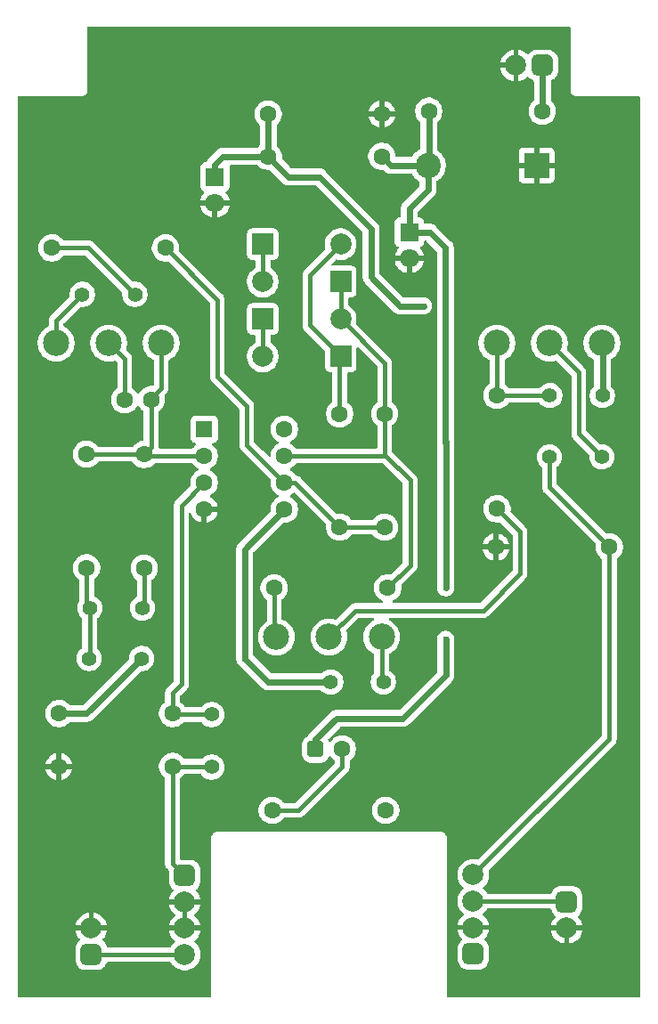
<source format=gbr>
%TF.GenerationSoftware,KiCad,Pcbnew,9.0.2*%
%TF.CreationDate,2025-07-08T13:25:15-05:00*%
%TF.ProjectId,BB Overdrive,4242204f-7665-4726-9472-6976652e6b69,rev?*%
%TF.SameCoordinates,Original*%
%TF.FileFunction,Copper,L1,Top*%
%TF.FilePolarity,Positive*%
%FSLAX46Y46*%
G04 Gerber Fmt 4.6, Leading zero omitted, Abs format (unit mm)*
G04 Created by KiCad (PCBNEW 9.0.2) date 2025-07-08 13:25:15*
%MOMM*%
%LPD*%
G01*
G04 APERTURE LIST*
G04 Aperture macros list*
%AMRoundRect*
0 Rectangle with rounded corners*
0 $1 Rounding radius*
0 $2 $3 $4 $5 $6 $7 $8 $9 X,Y pos of 4 corners*
0 Add a 4 corners polygon primitive as box body*
4,1,4,$2,$3,$4,$5,$6,$7,$8,$9,$2,$3,0*
0 Add four circle primitives for the rounded corners*
1,1,$1+$1,$2,$3*
1,1,$1+$1,$4,$5*
1,1,$1+$1,$6,$7*
1,1,$1+$1,$8,$9*
0 Add four rect primitives between the rounded corners*
20,1,$1+$1,$2,$3,$4,$5,0*
20,1,$1+$1,$4,$5,$6,$7,0*
20,1,$1+$1,$6,$7,$8,$9,0*
20,1,$1+$1,$8,$9,$2,$3,0*%
G04 Aperture macros list end*
%TA.AperFunction,ComponentPad*%
%ADD10C,2.000000*%
%TD*%
%TA.AperFunction,ComponentPad*%
%ADD11R,2.000000X2.000000*%
%TD*%
%TA.AperFunction,ComponentPad*%
%ADD12RoundRect,0.500000X-0.500000X0.500000X-0.500000X-0.500000X0.500000X-0.500000X0.500000X0.500000X0*%
%TD*%
%TA.AperFunction,ComponentPad*%
%ADD13C,1.400000*%
%TD*%
%TA.AperFunction,ComponentPad*%
%ADD14C,1.600000*%
%TD*%
%TA.AperFunction,ComponentPad*%
%ADD15R,1.600000X1.600000*%
%TD*%
%TA.AperFunction,ComponentPad*%
%ADD16C,2.400000*%
%TD*%
%TA.AperFunction,ComponentPad*%
%ADD17R,2.400000X2.400000*%
%TD*%
%TA.AperFunction,ComponentPad*%
%ADD18R,1.800000X1.800000*%
%TD*%
%TA.AperFunction,ComponentPad*%
%ADD19C,1.800000*%
%TD*%
%TA.AperFunction,ComponentPad*%
%ADD20RoundRect,0.500000X0.500000X-0.500000X0.500000X0.500000X-0.500000X0.500000X-0.500000X-0.500000X0*%
%TD*%
%TA.AperFunction,ComponentPad*%
%ADD21RoundRect,0.500000X0.500000X0.500000X-0.500000X0.500000X-0.500000X-0.500000X0.500000X-0.500000X0*%
%TD*%
%TA.AperFunction,ComponentPad*%
%ADD22C,2.500000*%
%TD*%
%TA.AperFunction,ComponentPad*%
%ADD23RoundRect,0.400000X0.400000X0.400000X-0.400000X0.400000X-0.400000X-0.400000X0.400000X-0.400000X0*%
%TD*%
%TA.AperFunction,ViaPad*%
%ADD24C,0.609600*%
%TD*%
%TA.AperFunction,Conductor*%
%ADD25C,0.406400*%
%TD*%
%TA.AperFunction,Conductor*%
%ADD26C,0.609600*%
%TD*%
G04 APERTURE END LIST*
D10*
%TO.P,D2,1,K*%
%TO.N,Net-(D2-K)*%
X31335200Y90424000D03*
D11*
%TO.P,D2,2,A*%
%TO.N,Net-(D1-K)*%
X23935200Y90424000D03*
%TD*%
D12*
%TO.P,J1,1,1*%
%TO.N,/SEND*%
X16510000Y37492000D03*
D10*
%TO.P,J1,2,2*%
%TO.N,GND*%
X16510000Y34992000D03*
%TO.P,J1,3,3*%
X16510000Y32492000D03*
%TO.P,J1,4,4*%
%TO.N,/IN*%
X16510000Y29992000D03*
%TD*%
%TO.P,D6,1,K*%
%TO.N,Net-(D5-A)*%
X23935200Y93980000D03*
D11*
%TO.P,D6,2,A*%
%TO.N,Net-(D2-K)*%
X31335200Y93980000D03*
%TD*%
D13*
%TO.P,C8,1*%
%TO.N,Net-(C8-Pad1)*%
X56170200Y77317600D03*
%TO.P,C8,2*%
%TO.N,/RETURN*%
X51170200Y77317600D03*
%TD*%
D14*
%TO.P,R18,1*%
%TO.N,VREF*%
X24445000Y105892600D03*
%TO.P,R18,2*%
%TO.N,+VA*%
X35245000Y105892600D03*
%TD*%
%TO.P,R19,1*%
%TO.N,Net-(D3-K)*%
X24826000Y43713400D03*
%TO.P,R19,2*%
%TO.N,/LED+*%
X35626000Y43713400D03*
%TD*%
%TO.P,C1,1*%
%TO.N,Net-(U1A--)*%
X13309600Y82753200D03*
%TO.P,C1,2*%
%TO.N,Net-(C1-Pad2)*%
X10809600Y82753200D03*
%TD*%
%TO.P,R1,1*%
%TO.N,Net-(C2-Pad1)*%
X7182000Y66761400D03*
%TO.P,R1,2*%
%TO.N,Net-(U1A--)*%
X7182000Y77561400D03*
%TD*%
%TO.P,R2,1*%
%TO.N,Net-(C2-Pad2)*%
X12649200Y66736000D03*
%TO.P,R2,2*%
%TO.N,Net-(U1A--)*%
X12649200Y77536000D03*
%TD*%
D15*
%TO.P,U1,1*%
%TO.N,Net-(C1-Pad2)*%
X18364200Y79955000D03*
D14*
%TO.P,U1,2,-*%
%TO.N,Net-(U1A--)*%
X18364200Y77415000D03*
%TO.P,U1,3,+*%
%TO.N,Net-(U1A-+)*%
X18364200Y74875000D03*
%TO.P,U1,4,V-*%
%TO.N,GND*%
X18364200Y72335000D03*
%TO.P,U1,5,+*%
%TO.N,VREF*%
X25984200Y72335000D03*
%TO.P,U1,6,-*%
%TO.N,Net-(U1B--)*%
X25984200Y74875000D03*
%TO.P,U1,7*%
%TO.N,Net-(D2-K)*%
X25984200Y77415000D03*
%TO.P,U1,8,V+*%
%TO.N,+VA*%
X25984200Y79955000D03*
%TD*%
%TO.P,R5,1*%
%TO.N,Net-(U1B--)*%
X31242000Y70622200D03*
%TO.P,R5,2*%
%TO.N,Net-(D1-A)*%
X31242000Y81422200D03*
%TD*%
D13*
%TO.P,C5,1*%
%TO.N,Net-(C5-Pad1)*%
X6771000Y92760800D03*
%TO.P,C5,2*%
%TO.N,Net-(C5-Pad2)*%
X11771000Y92760800D03*
%TD*%
D16*
%TO.P,D4,1,K*%
%TO.N,+VA*%
X39625600Y105029000D03*
D17*
%TO.P,D4,2,A*%
%TO.N,GND*%
X49985600Y105029000D03*
%TD*%
D10*
%TO.P,D1,1,K*%
%TO.N,Net-(D1-K)*%
X23935200Y86868000D03*
D11*
%TO.P,D1,2,A*%
%TO.N,Net-(D1-A)*%
X31335200Y86868000D03*
%TD*%
D14*
%TO.P,R20,1*%
%TO.N,GND*%
X35245000Y109905800D03*
%TO.P,R20,2*%
%TO.N,VREF*%
X24445000Y109905800D03*
%TD*%
%TO.P,R17,1*%
%TO.N,Net-(J3-Pad1)*%
X50510400Y110185200D03*
%TO.P,R17,2*%
%TO.N,+VA*%
X39710400Y110185200D03*
%TD*%
%TO.P,R9,1*%
%TO.N,/RETURN*%
X56885800Y68732400D03*
%TO.P,R9,2*%
%TO.N,GND*%
X46085800Y68732400D03*
%TD*%
D18*
%TO.P,C11,1*%
%TO.N,VREF*%
X19380200Y103942200D03*
D19*
%TO.P,C11,2*%
%TO.N,GND*%
X19380200Y101442200D03*
%TD*%
D20*
%TO.P,J2,1,1*%
%TO.N,/LED+*%
X43942000Y30072000D03*
D10*
%TO.P,J2,2,2*%
%TO.N,GND*%
X43942000Y32572000D03*
%TO.P,J2,3,3*%
%TO.N,/OUT*%
X43942000Y35072000D03*
%TO.P,J2,4,4*%
%TO.N,/RETURN*%
X43942000Y37572000D03*
%TD*%
D13*
%TO.P,C2,1*%
%TO.N,Net-(C2-Pad1)*%
X7476000Y62941200D03*
%TO.P,C2,2*%
%TO.N,Net-(C2-Pad2)*%
X12476000Y62941200D03*
%TD*%
D14*
%TO.P,R8,1*%
%TO.N,/SEND*%
X15350600Y47879000D03*
%TO.P,R8,2*%
%TO.N,GND*%
X4550600Y47879000D03*
%TD*%
D18*
%TO.P,C10,1*%
%TO.N,+VA*%
X37871400Y98684400D03*
D19*
%TO.P,C10,2*%
%TO.N,GND*%
X37871400Y96184400D03*
%TD*%
D13*
%TO.P,C6,1*%
%TO.N,VREF*%
X30393000Y55905400D03*
%TO.P,C6,2*%
%TO.N,Net-(C6-Pad2)*%
X35393000Y55905400D03*
%TD*%
D12*
%TO.P,J5,1,1*%
%TO.N,/OUT*%
X52832000Y35012000D03*
D10*
%TO.P,J5,2,2*%
%TO.N,GND*%
X52832000Y32512000D03*
%TD*%
D14*
%TO.P,R3,1*%
%TO.N,Net-(C5-Pad2)*%
X3871000Y97180400D03*
%TO.P,R3,2*%
%TO.N,Net-(U1B--)*%
X14671000Y97180400D03*
%TD*%
%TO.P,R7,1*%
%TO.N,Net-(R7-Pad1)*%
X46202600Y72374800D03*
%TO.P,R7,2*%
%TO.N,Net-(C7-Pad2)*%
X46202600Y83174800D03*
%TD*%
D13*
%TO.P,C3,1*%
%TO.N,VREF*%
X12419474Y58140600D03*
%TO.P,C3,2*%
%TO.N,Net-(C2-Pad1)*%
X7419474Y58140600D03*
%TD*%
%TO.P,C7,1*%
%TO.N,VREF*%
X56221000Y83134200D03*
%TO.P,C7,2*%
%TO.N,Net-(C7-Pad2)*%
X51221000Y83134200D03*
%TD*%
D10*
%TO.P,D5,1,K*%
%TO.N,Net-(D1-A)*%
X31335200Y97536000D03*
D11*
%TO.P,D5,2,A*%
%TO.N,Net-(D5-A)*%
X23935200Y97536000D03*
%TD*%
D14*
%TO.P,R6,1*%
%TO.N,Net-(D2-K)*%
X35803800Y64846200D03*
%TO.P,R6,2*%
%TO.N,Net-(R6-Pad2)*%
X25003800Y64846200D03*
%TD*%
D13*
%TO.P,C4,1*%
%TO.N,/SEND*%
X19069200Y47817400D03*
%TO.P,C4,2*%
%TO.N,Net-(U1A-+)*%
X19069200Y52817400D03*
%TD*%
D14*
%TO.P,R4,1*%
%TO.N,Net-(U1B--)*%
X35509200Y70622200D03*
%TO.P,R4,2*%
%TO.N,Net-(D2-K)*%
X35509200Y81422200D03*
%TD*%
D21*
%TO.P,J3,1,1*%
%TO.N,Net-(J3-Pad1)*%
X50506000Y114537000D03*
D10*
%TO.P,J3,2,2*%
%TO.N,GND*%
X48006000Y114537000D03*
%TD*%
D14*
%TO.P,R12,1*%
%TO.N,Net-(U1A-+)*%
X15350600Y52908200D03*
%TO.P,R12,2*%
%TO.N,VREF*%
X4550600Y52908200D03*
%TD*%
D20*
%TO.P,J4,1,1*%
%TO.N,/IN*%
X7620000Y30012000D03*
D10*
%TO.P,J4,2,2*%
%TO.N,GND*%
X7620000Y32512000D03*
%TD*%
D22*
%TO.P,RV3,1,1*%
%TO.N,VREF*%
X56181000Y88140000D03*
%TO.P,RV3,2,2*%
%TO.N,Net-(C8-Pad1)*%
X51181000Y88140000D03*
%TO.P,RV3,3,3*%
%TO.N,Net-(C7-Pad2)*%
X46181000Y88140000D03*
%TD*%
D14*
%TO.P,D3,1,K*%
%TO.N,Net-(D3-K)*%
X31496000Y49530000D03*
D23*
%TO.P,D3,2,A*%
%TO.N,+VA*%
X28956000Y49530000D03*
%TD*%
D22*
%TO.P,RV2,1,1*%
%TO.N,Net-(C6-Pad2)*%
X35226000Y60200000D03*
%TO.P,RV2,2,2*%
%TO.N,Net-(R7-Pad1)*%
X30226000Y60200000D03*
%TO.P,RV2,3,3*%
%TO.N,Net-(R6-Pad2)*%
X25226000Y60200000D03*
%TD*%
%TO.P,RV1,1,1*%
%TO.N,Net-(U1A--)*%
X14271000Y88140000D03*
%TO.P,RV1,2,2*%
%TO.N,Net-(C1-Pad2)*%
X9271000Y88140000D03*
%TO.P,RV1,3,3*%
%TO.N,Net-(C5-Pad1)*%
X4271000Y88140000D03*
%TD*%
D24*
%TO.N,+VA*%
X41300400Y78790800D03*
X41325800Y59969400D03*
X41325800Y64846200D03*
%TO.N,VREF*%
X39217600Y91668600D03*
X22199600Y58140600D03*
%TD*%
D25*
%TO.N,Net-(C1-Pad2)*%
X10809600Y86601400D02*
X9271000Y88140000D01*
X10809600Y82753200D02*
X10809600Y86601400D01*
%TO.N,Net-(D1-A)*%
X31242000Y86774800D02*
X31335200Y86868000D01*
X28397200Y94598000D02*
X31335200Y97536000D01*
X31242000Y81422200D02*
X31242000Y86774800D01*
X31335200Y86876400D02*
X28397200Y89814400D01*
X31335200Y86868000D02*
X31335200Y86876400D01*
X28397200Y89814400D02*
X28397200Y94598000D01*
%TO.N,/SEND*%
X15350600Y38651400D02*
X16510000Y37492000D01*
X15350600Y47879000D02*
X15350600Y38651400D01*
X15350600Y47879000D02*
X19007600Y47879000D01*
X19007600Y47879000D02*
X19069200Y47817400D01*
%TO.N,Net-(U1A--)*%
X18364200Y77415000D02*
X12770200Y77415000D01*
X12308800Y77561400D02*
X7182000Y77561400D01*
X13309600Y82753200D02*
X13309600Y82905600D01*
X12649200Y77536000D02*
X12649200Y77571600D01*
X12334200Y77536000D02*
X12308800Y77561400D01*
X12770200Y77415000D02*
X12649200Y77536000D01*
X13309600Y82905600D02*
X14271000Y83867000D01*
X14271000Y83867000D02*
X14271000Y88140000D01*
X12649200Y77571600D02*
X13309600Y78232000D01*
X13309600Y78232000D02*
X13309600Y82753200D01*
X12649200Y77536000D02*
X12334200Y77536000D01*
%TO.N,Net-(C5-Pad1)*%
X4271000Y90260800D02*
X6771000Y92760800D01*
X4271000Y88140000D02*
X4271000Y90260800D01*
%TO.N,Net-(C7-Pad2)*%
X46202600Y83174800D02*
X51180400Y83174800D01*
X51180400Y83174800D02*
X51221000Y83134200D01*
X46202600Y88118400D02*
X46181000Y88140000D01*
X46202600Y83174800D02*
X46202600Y88118400D01*
%TO.N,/RETURN*%
X56885800Y68732400D02*
X56885800Y50515800D01*
X51170200Y74448000D02*
X56885800Y68732400D01*
X56885800Y50515800D02*
X43942000Y37572000D01*
X51170200Y77317600D02*
X51170200Y74448000D01*
D26*
%TO.N,+VA*%
X39625600Y105029000D02*
X36108600Y105029000D01*
X39796400Y98684400D02*
X41300400Y97180400D01*
X41325800Y59969400D02*
X41325800Y56540400D01*
X39710400Y110185200D02*
X39710400Y105113800D01*
X37871400Y100965000D02*
X39625600Y102719200D01*
X41325800Y78765400D02*
X41300400Y78790800D01*
X37871400Y98684400D02*
X39796400Y98684400D01*
X41325800Y64846200D02*
X41325800Y78765400D01*
X39710400Y105113800D02*
X39625600Y105029000D01*
X39625600Y102719200D02*
X39625600Y105029000D01*
X41325800Y56540400D02*
X37236400Y52451000D01*
X28956000Y50444400D02*
X28956000Y49530000D01*
X36108600Y105029000D02*
X35245000Y105892600D01*
X30962600Y52451000D02*
X28956000Y50444400D01*
X37236400Y52451000D02*
X30962600Y52451000D01*
X41300400Y97180400D02*
X41300400Y78790800D01*
X37871400Y98684400D02*
X37871400Y100965000D01*
%TO.N,VREF*%
X24445000Y109905800D02*
X24445000Y105892600D01*
X24445000Y105837000D02*
X26339800Y103942200D01*
X34239200Y99009200D02*
X34239200Y94411800D01*
X24445000Y105892600D02*
X24445000Y105837000D01*
X19380200Y105130600D02*
X19380200Y103942200D01*
X36982400Y91668600D02*
X39217600Y91668600D01*
X26339800Y103942200D02*
X29306200Y103942200D01*
X29306200Y103942200D02*
X34239200Y99009200D01*
X24445000Y105892600D02*
X20142200Y105892600D01*
X56221000Y83134200D02*
X56221000Y88100000D01*
X24434800Y55905400D02*
X30393000Y55905400D01*
X7187074Y52908200D02*
X12419474Y58140600D01*
X4550600Y52908200D02*
X7187074Y52908200D01*
X20142200Y105892600D02*
X19380200Y105130600D01*
X22199600Y58140600D02*
X24434800Y55905400D01*
X56221000Y88100000D02*
X56181000Y88140000D01*
X22199600Y58140600D02*
X22199600Y68550400D01*
X34239200Y94411800D02*
X36982400Y91668600D01*
X22199600Y68550400D02*
X25984200Y72335000D01*
D25*
%TO.N,Net-(D3-K)*%
X24826000Y43713400D02*
X27330400Y43713400D01*
X27330400Y43713400D02*
X31496000Y47879000D01*
X31496000Y47879000D02*
X31496000Y49530000D01*
%TO.N,/IN*%
X16510000Y29992000D02*
X7640000Y29992000D01*
X7640000Y29992000D02*
X7620000Y30012000D01*
%TO.N,/OUT*%
X43942000Y35072000D02*
X52772000Y35072000D01*
X52772000Y35072000D02*
X52832000Y35012000D01*
D26*
%TO.N,Net-(J3-Pad1)*%
X50506000Y110189600D02*
X50510400Y110185200D01*
X50506000Y114537000D02*
X50506000Y110189600D01*
D25*
%TO.N,Net-(C2-Pad1)*%
X7182000Y63235200D02*
X7476000Y62941200D01*
X7476000Y62941200D02*
X7476000Y58197126D01*
X7476000Y58197126D02*
X7419474Y58140600D01*
X7182000Y66761400D02*
X7182000Y63235200D01*
%TO.N,Net-(C2-Pad2)*%
X12649200Y63114400D02*
X12476000Y62941200D01*
X12649200Y66736000D02*
X12649200Y63114400D01*
%TO.N,Net-(U1A-+)*%
X19069200Y52817400D02*
X15441400Y52817400D01*
X16179800Y55706800D02*
X15350600Y54877600D01*
X15441400Y52817400D02*
X15350600Y52908200D01*
X16179800Y72690600D02*
X18364200Y74875000D01*
X15350600Y52908200D02*
X15350600Y54877600D01*
X16179800Y55706800D02*
X16179800Y72690600D01*
%TO.N,Net-(C8-Pad1)*%
X53975000Y85346000D02*
X53975000Y79512800D01*
X53975000Y79512800D02*
X56170200Y77317600D01*
X51181000Y88140000D02*
X53975000Y85346000D01*
%TO.N,Net-(C5-Pad2)*%
X3871000Y97180400D02*
X7351400Y97180400D01*
X7351400Y97180400D02*
X11771000Y92760800D01*
%TO.N,Net-(C6-Pad2)*%
X35226000Y60200000D02*
X35226000Y56072400D01*
X35226000Y56072400D02*
X35393000Y55905400D01*
%TO.N,Net-(D1-K)*%
X23935200Y90424000D02*
X23935200Y86868000D01*
%TO.N,Net-(D2-K)*%
X25984200Y77415000D02*
X31502000Y77415000D01*
X35509200Y77516600D02*
X35610800Y77415000D01*
X35509200Y81422200D02*
X35509200Y77516600D01*
X31502000Y77415000D02*
X35610800Y77415000D01*
X35509200Y86250000D02*
X35509200Y81422200D01*
X31335200Y93980000D02*
X31335200Y90424000D01*
X37947600Y75082400D02*
X37947600Y66990000D01*
X31335200Y90424000D02*
X35509200Y86250000D01*
X35615000Y77415000D02*
X37947600Y75082400D01*
X35610800Y77415000D02*
X35615000Y77415000D01*
X37947600Y66990000D02*
X35803800Y64846200D01*
%TO.N,Net-(D5-A)*%
X23935200Y97536000D02*
X23935200Y93980000D01*
%TO.N,Net-(U1B--)*%
X22402800Y82143600D02*
X22402800Y78456400D01*
X31242000Y70622200D02*
X35509200Y70622200D01*
X19608800Y84937600D02*
X22402800Y82143600D01*
X25984200Y74875000D02*
X26989200Y74875000D01*
X26989200Y74875000D02*
X31242000Y70622200D01*
X22402800Y78456400D02*
X25984200Y74875000D01*
X19608800Y92242600D02*
X19608800Y84937600D01*
X14671000Y97180400D02*
X19608800Y92242600D01*
%TO.N,Net-(R6-Pad2)*%
X25003800Y60422200D02*
X25226000Y60200000D01*
X25003800Y64846200D02*
X25003800Y60422200D01*
%TO.N,Net-(R7-Pad1)*%
X44881800Y62712600D02*
X48387000Y66217800D01*
X32738600Y62712600D02*
X44881800Y62712600D01*
X48387000Y66217800D02*
X48387000Y70190400D01*
X48387000Y70190400D02*
X46202600Y72374800D01*
X30226000Y60200000D02*
X32738600Y62712600D01*
%TD*%
%TA.AperFunction,Conductor*%
%TO.N,GND*%
G36*
X16760000Y32925012D02*
G01*
X16702993Y32957925D01*
X16575826Y32992000D01*
X16444174Y32992000D01*
X16317007Y32957925D01*
X16260000Y32925012D01*
X16260000Y34558988D01*
X16317007Y34526075D01*
X16444174Y34492000D01*
X16575826Y34492000D01*
X16702993Y34526075D01*
X16760000Y34558988D01*
X16760000Y32925012D01*
G37*
%TD.AperFunction*%
%TA.AperFunction,Conductor*%
G36*
X53155539Y118216815D02*
G01*
X53201294Y118164011D01*
X53212500Y118112500D01*
X53212500Y112074055D01*
X53247153Y111944725D01*
X53314099Y111828774D01*
X53314101Y111828771D01*
X53408771Y111734101D01*
X53408774Y111734099D01*
X53524725Y111667153D01*
X53654055Y111632500D01*
X53787945Y111632500D01*
X59692500Y111632500D01*
X59759539Y111612815D01*
X59805294Y111560011D01*
X59816500Y111508500D01*
X59816500Y26032500D01*
X59796815Y25965461D01*
X59744011Y25919706D01*
X59692500Y25908500D01*
X41526500Y25908500D01*
X41459461Y25928185D01*
X41413706Y25980989D01*
X41402500Y26032500D01*
X41402500Y37690097D01*
X42441500Y37690097D01*
X42441500Y37453902D01*
X42478446Y37220631D01*
X42551433Y36996003D01*
X42658657Y36785566D01*
X42737862Y36676550D01*
X42797483Y36594490D01*
X42797485Y36594488D01*
X42797485Y36594487D01*
X42964490Y36427482D01*
X42971603Y36422315D01*
X43014266Y36366983D01*
X43020242Y36297370D01*
X42987634Y36235576D01*
X42971603Y36221685D01*
X42964490Y36216517D01*
X42797483Y36049510D01*
X42677995Y35885049D01*
X42658657Y35858433D01*
X42551433Y35647996D01*
X42478446Y35423368D01*
X42441500Y35190097D01*
X42441500Y34953902D01*
X42478446Y34720631D01*
X42551433Y34496003D01*
X42658657Y34285566D01*
X42716591Y34205828D01*
X42797483Y34094490D01*
X42797485Y34094488D01*
X42797485Y34094487D01*
X42964487Y33927485D01*
X42964493Y33927480D01*
X42972029Y33922005D01*
X43014692Y33866673D01*
X43020667Y33797059D01*
X42988058Y33735266D01*
X42972022Y33721372D01*
X42964819Y33716139D01*
X42797866Y33549186D01*
X42659085Y33358171D01*
X42551897Y33147802D01*
X42478934Y32923247D01*
X42462898Y32822000D01*
X43508988Y32822000D01*
X43476075Y32764993D01*
X43442000Y32637826D01*
X43442000Y32506174D01*
X43476075Y32379007D01*
X43508988Y32322000D01*
X42462898Y32322000D01*
X42478934Y32220752D01*
X42551897Y31996197D01*
X42659087Y31785825D01*
X42797858Y31594822D01*
X42797863Y31594816D01*
X42842436Y31550242D01*
X42875920Y31488919D01*
X42870934Y31419227D01*
X42833114Y31366461D01*
X42730890Y31283109D01*
X42677543Y31217683D01*
X42602302Y31125407D01*
X42508091Y30945049D01*
X42508089Y30945045D01*
X42474550Y30827829D01*
X42452114Y30749418D01*
X42452114Y30749416D01*
X42452113Y30749413D01*
X42441500Y30630033D01*
X42441500Y29513971D01*
X42441501Y29513965D01*
X42452113Y29394584D01*
X42508089Y29198954D01*
X42602304Y29018590D01*
X42730890Y28860890D01*
X42888590Y28732304D01*
X42888591Y28732303D01*
X42888593Y28732302D01*
X42978772Y28685196D01*
X43068954Y28638089D01*
X43225376Y28593332D01*
X43264582Y28582114D01*
X43264583Y28582113D01*
X43264586Y28582113D01*
X43341511Y28575274D01*
X43383963Y28571500D01*
X43383966Y28571500D01*
X43383967Y28571500D01*
X44500028Y28571500D01*
X44500033Y28571500D01*
X44500036Y28571501D01*
X44523330Y28573571D01*
X44619415Y28582113D01*
X44815045Y28638089D01*
X44815049Y28638091D01*
X44995407Y28732302D01*
X45079525Y28800891D01*
X45153109Y28860890D01*
X45232774Y28958593D01*
X45281698Y29018593D01*
X45375909Y29198951D01*
X45431886Y29394582D01*
X45442500Y29513963D01*
X45442499Y30630036D01*
X45431886Y30749418D01*
X45375909Y30945049D01*
X45281698Y31125407D01*
X45153109Y31283109D01*
X45050882Y31366463D01*
X45011367Y31424081D01*
X45009275Y31493919D01*
X45041564Y31550244D01*
X45086133Y31594813D01*
X45224914Y31785828D01*
X45332102Y31996197D01*
X45405065Y32220751D01*
X45420542Y32318462D01*
X45421103Y32322000D01*
X44375012Y32322000D01*
X44407925Y32379007D01*
X44442000Y32506174D01*
X44442000Y32637826D01*
X44407925Y32764993D01*
X44375012Y32822000D01*
X45421102Y32822000D01*
X45405065Y32923247D01*
X45332102Y33147802D01*
X45224914Y33358171D01*
X45086133Y33549186D01*
X44919182Y33716137D01*
X44911981Y33721369D01*
X44869312Y33776696D01*
X44863329Y33846309D01*
X44895932Y33908106D01*
X44911974Y33922008D01*
X44919509Y33927482D01*
X45086514Y34094487D01*
X45086517Y34094490D01*
X45225343Y34285567D01*
X45233000Y34300595D01*
X45280975Y34351391D01*
X45343485Y34368300D01*
X51238971Y34368300D01*
X51306010Y34348615D01*
X51351765Y34295811D01*
X51358187Y34278411D01*
X51398089Y34138954D01*
X51398091Y34138951D01*
X51475321Y33991101D01*
X51492304Y33958590D01*
X51620890Y33800890D01*
X51723115Y33717538D01*
X51762632Y33659917D01*
X51764724Y33590079D01*
X51732435Y33533755D01*
X51687866Y33489186D01*
X51549085Y33298171D01*
X51441897Y33087802D01*
X51368934Y32863247D01*
X51352898Y32762000D01*
X52398988Y32762000D01*
X52366075Y32704993D01*
X52332000Y32577826D01*
X52332000Y32446174D01*
X52366075Y32319007D01*
X52398988Y32262000D01*
X51352898Y32262000D01*
X51368934Y32160752D01*
X51441897Y31936197D01*
X51549085Y31725828D01*
X51687866Y31534813D01*
X51854813Y31367866D01*
X52045828Y31229085D01*
X52256197Y31121897D01*
X52480752Y31048934D01*
X52582000Y31032897D01*
X52582000Y32078988D01*
X52639007Y32046075D01*
X52766174Y32012000D01*
X52897826Y32012000D01*
X53024993Y32046075D01*
X53082000Y32078988D01*
X53082000Y31032897D01*
X53183247Y31048934D01*
X53407802Y31121897D01*
X53618171Y31229085D01*
X53809186Y31367866D01*
X53976133Y31534813D01*
X54114914Y31725828D01*
X54222102Y31936197D01*
X54295065Y32160752D01*
X54311102Y32262000D01*
X53265012Y32262000D01*
X53297925Y32319007D01*
X53332000Y32446174D01*
X53332000Y32577826D01*
X53297925Y32704993D01*
X53265012Y32762000D01*
X54311102Y32762000D01*
X54295065Y32863247D01*
X54222102Y33087802D01*
X54114914Y33298171D01*
X53976133Y33489186D01*
X53931565Y33533754D01*
X53898079Y33595077D01*
X53903063Y33664768D01*
X53940885Y33717538D01*
X54043107Y33800888D01*
X54100480Y33871251D01*
X54171698Y33958593D01*
X54265909Y34138951D01*
X54321886Y34334582D01*
X54332500Y34453963D01*
X54332499Y35570036D01*
X54321886Y35689418D01*
X54265909Y35885049D01*
X54171698Y36065407D01*
X54043109Y36223109D01*
X53885407Y36351698D01*
X53705049Y36445909D01*
X53509418Y36501886D01*
X53390037Y36512500D01*
X52273964Y36512499D01*
X52154582Y36501886D01*
X51958951Y36445909D01*
X51778593Y36351698D01*
X51714803Y36299684D01*
X51620890Y36223109D01*
X51557012Y36144768D01*
X51492302Y36065407D01*
X51398091Y35885049D01*
X51398090Y35885046D01*
X51398089Y35885044D01*
X51392521Y35865586D01*
X51355153Y35806549D01*
X51291798Y35777087D01*
X51273306Y35775700D01*
X45343485Y35775700D01*
X45276446Y35795385D01*
X45233000Y35843405D01*
X45225343Y35858433D01*
X45086517Y36049510D01*
X44919510Y36216517D01*
X44912401Y36221682D01*
X44869735Y36277012D01*
X44863756Y36346625D01*
X44896362Y36408420D01*
X44912401Y36422318D01*
X44919506Y36427480D01*
X44919510Y36427483D01*
X45086517Y36594490D01*
X45225343Y36785567D01*
X45300959Y36933971D01*
X45332566Y36996003D01*
X45405553Y37220631D01*
X45442500Y37453902D01*
X45442500Y37690097D01*
X45421973Y37819689D01*
X45405553Y37923368D01*
X45400340Y37939408D01*
X45398344Y38009247D01*
X45430590Y38065408D01*
X57432395Y50067211D01*
X57432398Y50067214D01*
X57435359Y50071645D01*
X57490126Y50153611D01*
X57509411Y50182473D01*
X57531383Y50235520D01*
X57562458Y50310539D01*
X57562459Y50310543D01*
X57589501Y50446489D01*
X57589501Y50591222D01*
X57589500Y50591243D01*
X57589500Y67572980D01*
X57609185Y67640019D01*
X57640615Y67673298D01*
X57733012Y67740428D01*
X57733017Y67740432D01*
X57877771Y67885186D01*
X57998084Y68050786D01*
X57998087Y68050790D01*
X58057303Y68167007D01*
X58091018Y68233176D01*
X58154277Y68427865D01*
X58186300Y68630048D01*
X58186300Y68834751D01*
X58154277Y69036934D01*
X58106821Y69182988D01*
X58091020Y69231619D01*
X57998087Y69414010D01*
X57928409Y69509915D01*
X57877771Y69579613D01*
X57877768Y69579615D01*
X57877766Y69579619D01*
X57733019Y69724366D01*
X57733015Y69724368D01*
X57733013Y69724371D01*
X57660390Y69777132D01*
X57567410Y69844687D01*
X57385019Y69937620D01*
X57190334Y70000877D01*
X56988152Y70032900D01*
X56783448Y70032900D01*
X56670633Y70015031D01*
X56601344Y70023985D01*
X56563560Y70049820D01*
X51910217Y74703164D01*
X51876734Y74764485D01*
X51873900Y74790843D01*
X51873900Y76281787D01*
X51893585Y76348826D01*
X51925013Y76382104D01*
X51952272Y76401909D01*
X52085887Y76535524D01*
X52085890Y76535527D01*
X52196960Y76688401D01*
X52278917Y76849251D01*
X52282745Y76856763D01*
X52283050Y76857700D01*
X52341140Y77036482D01*
X52370700Y77223113D01*
X52370700Y77412086D01*
X52341140Y77598718D01*
X52283549Y77775963D01*
X52282747Y77778432D01*
X52196960Y77946799D01*
X52085890Y78099673D01*
X51952273Y78233290D01*
X51799399Y78344360D01*
X51631032Y78430147D01*
X51451318Y78488540D01*
X51450573Y78488658D01*
X51264686Y78518100D01*
X51264681Y78518100D01*
X51075719Y78518100D01*
X51075714Y78518100D01*
X50889081Y78488540D01*
X50805697Y78461446D01*
X50709368Y78430147D01*
X50709365Y78430145D01*
X50709363Y78430145D01*
X50624862Y78387089D01*
X50541001Y78344360D01*
X50388127Y78233290D01*
X50254510Y78099673D01*
X50187772Y78007816D01*
X50143440Y77946799D01*
X50057654Y77778436D01*
X49999259Y77598718D01*
X49969700Y77412086D01*
X49969700Y77223113D01*
X49999259Y77036481D01*
X50057654Y76856763D01*
X50143440Y76688400D01*
X50206810Y76601179D01*
X50254510Y76535527D01*
X50254512Y76535525D01*
X50254512Y76535524D01*
X50388127Y76401909D01*
X50415387Y76382104D01*
X50458052Y76326773D01*
X50466500Y76281787D01*
X50466500Y74523442D01*
X50466499Y74523421D01*
X50466499Y74517308D01*
X50466499Y74378692D01*
X50488301Y74269092D01*
X50493543Y74242738D01*
X50493544Y74242734D01*
X50546587Y74114676D01*
X50623600Y73999416D01*
X50662701Y73960316D01*
X50721617Y73901400D01*
X50721620Y73901397D01*
X55568375Y69054641D01*
X55601860Y68993318D01*
X55603167Y68947562D01*
X55585300Y68834757D01*
X55585300Y68630048D01*
X55617322Y68427865D01*
X55680581Y68233176D01*
X55773515Y68050786D01*
X55893828Y67885186D01*
X56038582Y67740432D01*
X56038587Y67740428D01*
X56130985Y67673298D01*
X56173651Y67617969D01*
X56182100Y67572980D01*
X56182100Y50858644D01*
X56162415Y50791605D01*
X56145781Y50770963D01*
X44435408Y39060590D01*
X44374085Y39027105D01*
X44309408Y39030340D01*
X44293368Y39035553D01*
X44189689Y39051973D01*
X44060097Y39072500D01*
X44060092Y39072500D01*
X43823908Y39072500D01*
X43823903Y39072500D01*
X43590631Y39035553D01*
X43502321Y39006859D01*
X43366008Y38962568D01*
X43366005Y38962566D01*
X43366003Y38962566D01*
X43254991Y38906002D01*
X43155567Y38855343D01*
X42964490Y38716517D01*
X42797483Y38549510D01*
X42663464Y38365049D01*
X42658657Y38358433D01*
X42551433Y38147996D01*
X42478446Y37923368D01*
X42441500Y37690097D01*
X41402500Y37690097D01*
X41402500Y41214943D01*
X41402500Y41214945D01*
X41367847Y41344274D01*
X41300901Y41460226D01*
X41206226Y41554901D01*
X41090274Y41621847D01*
X40960945Y41656500D01*
X19624945Y41656500D01*
X19491055Y41656500D01*
X19361726Y41621847D01*
X19245774Y41554901D01*
X19151099Y41460226D01*
X19084153Y41344274D01*
X19049500Y41214944D01*
X19049500Y26032500D01*
X19029815Y25965461D01*
X18977011Y25919706D01*
X18925500Y25908500D01*
X759500Y25908500D01*
X692461Y25928185D01*
X646706Y25980989D01*
X635500Y26032500D01*
X635500Y30570033D01*
X6119500Y30570033D01*
X6119500Y29453971D01*
X6119501Y29453965D01*
X6130113Y29334584D01*
X6186089Y29138954D01*
X6186090Y29138953D01*
X6186091Y29138951D01*
X6251105Y29014487D01*
X6280304Y28958590D01*
X6408890Y28800890D01*
X6566590Y28672304D01*
X6566591Y28672303D01*
X6566593Y28672302D01*
X6632087Y28638091D01*
X6746954Y28578089D01*
X6903376Y28533332D01*
X6942582Y28522114D01*
X6942583Y28522113D01*
X6942586Y28522113D01*
X7019511Y28515274D01*
X7061963Y28511500D01*
X7061966Y28511500D01*
X7061967Y28511500D01*
X8178028Y28511500D01*
X8178033Y28511500D01*
X8178036Y28511501D01*
X8201330Y28513571D01*
X8297415Y28522113D01*
X8493045Y28578089D01*
X8493049Y28578091D01*
X8673407Y28672302D01*
X8717993Y28708657D01*
X8831109Y28800890D01*
X8907684Y28894803D01*
X8959698Y28958593D01*
X9053909Y29138951D01*
X9070923Y29198412D01*
X9108291Y29257450D01*
X9171644Y29286913D01*
X9190139Y29288300D01*
X15108515Y29288300D01*
X15175554Y29268615D01*
X15219000Y29220595D01*
X15226657Y29205566D01*
X15305862Y29096550D01*
X15365483Y29014490D01*
X15365485Y29014488D01*
X15365485Y29014487D01*
X15532487Y28847485D01*
X15723566Y28708657D01*
X15934003Y28601433D01*
X16158631Y28528446D01*
X16391903Y28491500D01*
X16391908Y28491500D01*
X16628097Y28491500D01*
X16861368Y28528446D01*
X17085996Y28601433D01*
X17296433Y28708657D01*
X17328980Y28732304D01*
X17487510Y28847483D01*
X17654517Y29014490D01*
X17793343Y29205567D01*
X17844002Y29304991D01*
X17900566Y29416003D01*
X17912901Y29453964D01*
X17973553Y29640632D01*
X18010500Y29873902D01*
X18010500Y30110097D01*
X17973553Y30343368D01*
X17900568Y30567992D01*
X17793343Y30778433D01*
X17654517Y30969510D01*
X17487510Y31136517D01*
X17479973Y31141992D01*
X17437309Y31197322D01*
X17431331Y31266936D01*
X17463938Y31328730D01*
X17479975Y31342627D01*
X17487185Y31347866D01*
X17487186Y31347866D01*
X17654133Y31514813D01*
X17792914Y31705828D01*
X17900102Y31916197D01*
X17973065Y32140752D01*
X17989102Y32242000D01*
X16943012Y32242000D01*
X16975925Y32299007D01*
X17010000Y32426174D01*
X17010000Y32557826D01*
X16975925Y32684993D01*
X16943012Y32742000D01*
X17989102Y32742000D01*
X17973065Y32843247D01*
X17900102Y33067802D01*
X17792914Y33278171D01*
X17654133Y33469186D01*
X17487180Y33636139D01*
X17479555Y33641679D01*
X17436887Y33697007D01*
X17430905Y33766620D01*
X17463508Y33828417D01*
X17479555Y33842321D01*
X17487180Y33847860D01*
X17654133Y34014813D01*
X17792914Y34205828D01*
X17900102Y34416197D01*
X17973065Y34640752D01*
X17989102Y34742000D01*
X16943012Y34742000D01*
X16975925Y34799007D01*
X17010000Y34926174D01*
X17010000Y35057826D01*
X16975925Y35184993D01*
X16943012Y35242000D01*
X17989102Y35242000D01*
X17973065Y35343247D01*
X17900102Y35567802D01*
X17792914Y35778171D01*
X17654133Y35969186D01*
X17609565Y36013754D01*
X17576079Y36075077D01*
X17581063Y36144768D01*
X17618885Y36197538D01*
X17721107Y36280888D01*
X17836427Y36422318D01*
X17849698Y36438593D01*
X17943909Y36618951D01*
X17999886Y36814582D01*
X18010500Y36933963D01*
X18010499Y38050036D01*
X17999886Y38169418D01*
X17943909Y38365049D01*
X17849698Y38545407D01*
X17721109Y38703109D01*
X17563407Y38831698D01*
X17383049Y38925909D01*
X17187418Y38981886D01*
X17068037Y38992500D01*
X16178299Y38992499D01*
X16111261Y39012183D01*
X16065506Y39064987D01*
X16054300Y39116499D01*
X16054300Y43815751D01*
X23525500Y43815751D01*
X23525500Y43611048D01*
X23557522Y43408865D01*
X23620781Y43214176D01*
X23713715Y43031786D01*
X23834028Y42866186D01*
X23978786Y42721428D01*
X24144386Y42601115D01*
X24326776Y42508181D01*
X24521465Y42444922D01*
X24699329Y42416751D01*
X24723648Y42412900D01*
X24723649Y42412900D01*
X24928351Y42412900D01*
X24928352Y42412900D01*
X24955995Y42417278D01*
X25130534Y42444922D01*
X25325223Y42508181D01*
X25450653Y42572091D01*
X25507610Y42601113D01*
X25507613Y42601115D01*
X25673213Y42721428D01*
X25817969Y42866184D01*
X25885100Y42958584D01*
X25940430Y43001251D01*
X25985419Y43009700D01*
X27254958Y43009700D01*
X27254978Y43009699D01*
X27261092Y43009699D01*
X27399710Y43009699D01*
X27535656Y43036741D01*
X27535664Y43036743D01*
X27663723Y43089786D01*
X27778985Y43166801D01*
X27881320Y43269136D01*
X27881340Y43269158D01*
X28427933Y43815751D01*
X34325500Y43815751D01*
X34325500Y43611048D01*
X34357522Y43408865D01*
X34420781Y43214176D01*
X34513715Y43031786D01*
X34634028Y42866186D01*
X34778786Y42721428D01*
X34944386Y42601115D01*
X35126776Y42508181D01*
X35321465Y42444922D01*
X35499329Y42416751D01*
X35523648Y42412900D01*
X35523649Y42412900D01*
X35728351Y42412900D01*
X35728352Y42412900D01*
X35755995Y42417278D01*
X35930534Y42444922D01*
X36125223Y42508181D01*
X36250653Y42572091D01*
X36307610Y42601113D01*
X36307613Y42601115D01*
X36473213Y42721428D01*
X36617971Y42866186D01*
X36738284Y43031786D01*
X36738287Y43031790D01*
X36807079Y43166801D01*
X36831218Y43214176D01*
X36847673Y43264817D01*
X36894477Y43408866D01*
X36926500Y43611048D01*
X36926500Y43815752D01*
X36894477Y44017934D01*
X36831220Y44212619D01*
X36738287Y44395010D01*
X36670732Y44487990D01*
X36617971Y44560613D01*
X36617968Y44560615D01*
X36617966Y44560619D01*
X36473219Y44705366D01*
X36473215Y44705368D01*
X36473213Y44705371D01*
X36400590Y44758132D01*
X36307610Y44825687D01*
X36125219Y44918620D01*
X35930534Y44981877D01*
X35728352Y45013900D01*
X35523648Y45013900D01*
X35422557Y44997888D01*
X35321465Y44981877D01*
X35231137Y44952527D01*
X35126781Y44918620D01*
X35126778Y44918618D01*
X35126776Y44918618D01*
X35060607Y44884903D01*
X34944390Y44825687D01*
X34944386Y44825684D01*
X34778786Y44705371D01*
X34634028Y44560613D01*
X34513715Y44395013D01*
X34420781Y44212623D01*
X34357522Y44017934D01*
X34325500Y43815751D01*
X28427933Y43815751D01*
X31941456Y47329274D01*
X31941487Y47329303D01*
X32042598Y47430414D01*
X32119613Y47545676D01*
X32172655Y47673733D01*
X32172657Y47673738D01*
X32187447Y47748091D01*
X32199701Y47809692D01*
X32199701Y47948308D01*
X32199700Y47948313D01*
X32199700Y48370580D01*
X32219385Y48437619D01*
X32250815Y48470898D01*
X32343212Y48538028D01*
X32343217Y48538032D01*
X32487971Y48682786D01*
X32608284Y48848386D01*
X32608287Y48848390D01*
X32679603Y48988355D01*
X32701218Y49030776D01*
X32712979Y49066970D01*
X32741778Y49155606D01*
X32764477Y49225465D01*
X32796500Y49427648D01*
X32796500Y49632351D01*
X32764477Y49834534D01*
X32735501Y49923713D01*
X32701220Y50029219D01*
X32608287Y50211610D01*
X32536414Y50310535D01*
X32487971Y50377213D01*
X32487968Y50377215D01*
X32487966Y50377219D01*
X32343219Y50521966D01*
X32343215Y50521968D01*
X32343213Y50521971D01*
X32256309Y50585109D01*
X32177610Y50642287D01*
X31995219Y50735220D01*
X31800534Y50798477D01*
X31598352Y50830500D01*
X31393648Y50830500D01*
X31292557Y50814488D01*
X31191465Y50798477D01*
X31130014Y50778510D01*
X30996781Y50735220D01*
X30996778Y50735218D01*
X30996776Y50735218D01*
X30930607Y50701503D01*
X30814390Y50642287D01*
X30814386Y50642284D01*
X30648786Y50521971D01*
X30648781Y50521966D01*
X30504034Y50377219D01*
X30408283Y50245429D01*
X30352955Y50202764D01*
X30283342Y50196785D01*
X30221546Y50229390D01*
X30197485Y50262014D01*
X30142183Y50370550D01*
X30129288Y50439215D01*
X30155564Y50503956D01*
X30164988Y50514522D01*
X31259847Y51609381D01*
X31321170Y51642866D01*
X31347528Y51645700D01*
X37150951Y51645700D01*
X37150971Y51645699D01*
X37157085Y51645699D01*
X37315717Y51645699D01*
X37471291Y51676645D01*
X37471301Y51676648D01*
X37617846Y51737348D01*
X37617859Y51737355D01*
X37749748Y51825481D01*
X37749752Y51825484D01*
X37866238Y51941970D01*
X37866258Y51941992D01*
X41836022Y55911756D01*
X41836053Y55911785D01*
X41951315Y56027047D01*
X41951318Y56027051D01*
X42039444Y56158940D01*
X42039451Y56158953D01*
X42100152Y56305501D01*
X42100153Y56305503D01*
X42100702Y56308263D01*
X42112234Y56366236D01*
X42131101Y56461082D01*
X42131101Y56625829D01*
X42131100Y56625850D01*
X42131100Y60048716D01*
X42131099Y60048719D01*
X42100155Y60204289D01*
X42100153Y60204292D01*
X42100153Y60204297D01*
X42039448Y60350853D01*
X41951318Y60482749D01*
X41839149Y60594918D01*
X41707253Y60683048D01*
X41560697Y60743753D01*
X41560692Y60743753D01*
X41560689Y60743755D01*
X41456975Y60764384D01*
X41405117Y60774699D01*
X41405116Y60774700D01*
X41405115Y60774700D01*
X41246485Y60774700D01*
X41246484Y60774700D01*
X41246480Y60774699D01*
X41090910Y60743755D01*
X41090905Y60743753D01*
X41090903Y60743753D01*
X41090901Y60743752D01*
X40944353Y60683051D01*
X40944340Y60683044D01*
X40812451Y60594918D01*
X40812447Y60594915D01*
X40700284Y60482752D01*
X40700281Y60482748D01*
X40612155Y60350859D01*
X40612148Y60350846D01*
X40551447Y60204298D01*
X40551444Y60204289D01*
X40520500Y60048719D01*
X40520500Y56925328D01*
X40500815Y56858289D01*
X40484181Y56837647D01*
X36939153Y53292619D01*
X36877830Y53259134D01*
X36851472Y53256300D01*
X31048050Y53256300D01*
X31048030Y53256301D01*
X31041916Y53256301D01*
X30883285Y53256301D01*
X30883283Y53256301D01*
X30727708Y53225354D01*
X30727703Y53225353D01*
X30727698Y53225351D01*
X30581153Y53164651D01*
X30581140Y53164644D01*
X30449251Y53076518D01*
X30449247Y53076515D01*
X30333985Y52961253D01*
X30333956Y52961222D01*
X28446992Y51074258D01*
X28446970Y51074238D01*
X28330483Y50957751D01*
X28330482Y50957749D01*
X28257903Y50849127D01*
X28242352Y50825853D01*
X28233483Y50804441D01*
X28230000Y50798187D01*
X28209993Y50778510D01*
X28192387Y50756662D01*
X28180623Y50749625D01*
X28180185Y50749195D01*
X28179751Y50749104D01*
X28177964Y50748035D01*
X28062851Y50689383D01*
X27915743Y50570257D01*
X27845859Y50483958D01*
X27796614Y50423146D01*
X27773211Y50377213D01*
X27710680Y50254488D01*
X27710680Y50254487D01*
X27661687Y50071643D01*
X27661687Y50071642D01*
X27655500Y49993026D01*
X27655500Y49066989D01*
X27655501Y49066970D01*
X27661687Y48988356D01*
X27710680Y48805512D01*
X27796614Y48636853D01*
X27915743Y48489743D01*
X28062853Y48370614D01*
X28231512Y48284680D01*
X28414356Y48235687D01*
X28492979Y48229500D01*
X29419010Y48229500D01*
X29419029Y48229501D01*
X29497643Y48235687D01*
X29656438Y48278236D01*
X29680488Y48284680D01*
X29723868Y48306783D01*
X29849146Y48370614D01*
X29933833Y48439193D01*
X29996257Y48489743D01*
X30100942Y48619018D01*
X30115385Y48636853D01*
X30197481Y48797978D01*
X30245455Y48848775D01*
X30313276Y48865570D01*
X30379411Y48843033D01*
X30408284Y48814569D01*
X30504028Y48682787D01*
X30504032Y48682782D01*
X30648782Y48538032D01*
X30648787Y48538028D01*
X30741185Y48470898D01*
X30744525Y48466566D01*
X30749503Y48464293D01*
X30765633Y48439193D01*
X30783851Y48415569D01*
X30785104Y48408895D01*
X30787277Y48405515D01*
X30792300Y48370580D01*
X30792300Y48221844D01*
X30772615Y48154805D01*
X30755981Y48134163D01*
X27075237Y44453419D01*
X27013914Y44419934D01*
X26987556Y44417100D01*
X25985419Y44417100D01*
X25918380Y44436785D01*
X25885100Y44468216D01*
X25817969Y44560615D01*
X25817968Y44560615D01*
X25817966Y44560619D01*
X25673219Y44705366D01*
X25673215Y44705368D01*
X25673213Y44705371D01*
X25600590Y44758132D01*
X25507610Y44825687D01*
X25325219Y44918620D01*
X25130534Y44981877D01*
X24928352Y45013900D01*
X24723648Y45013900D01*
X24622557Y44997888D01*
X24521465Y44981877D01*
X24431137Y44952527D01*
X24326781Y44918620D01*
X24326778Y44918618D01*
X24326776Y44918618D01*
X24260607Y44884903D01*
X24144390Y44825687D01*
X24144386Y44825684D01*
X23978786Y44705371D01*
X23834028Y44560613D01*
X23713715Y44395013D01*
X23620781Y44212623D01*
X23557522Y44017934D01*
X23525500Y43815751D01*
X16054300Y43815751D01*
X16054300Y46719580D01*
X16073985Y46786619D01*
X16105415Y46819898D01*
X16197812Y46887028D01*
X16197817Y46887032D01*
X16342569Y47031784D01*
X16409700Y47124184D01*
X16465030Y47166851D01*
X16510019Y47175300D01*
X17988632Y47175300D01*
X18055671Y47155615D01*
X18088950Y47124186D01*
X18153511Y47035325D01*
X18287124Y46901712D01*
X18440000Y46790640D01*
X18608363Y46704854D01*
X18788081Y46646459D01*
X18974714Y46616900D01*
X18974719Y46616900D01*
X19163686Y46616900D01*
X19350318Y46646459D01*
X19530036Y46704854D01*
X19698399Y46790640D01*
X19738669Y46819898D01*
X19851273Y46901710D01*
X19984890Y47035327D01*
X20095960Y47188201D01*
X20167855Y47329303D01*
X20181745Y47356563D01*
X20240140Y47536281D01*
X20269700Y47722913D01*
X20269700Y47911886D01*
X20240140Y48098518D01*
X20216757Y48170482D01*
X20181747Y48278232D01*
X20095960Y48446599D01*
X19984890Y48599473D01*
X19851273Y48733090D01*
X19698399Y48844160D01*
X19530032Y48929947D01*
X19350318Y48988340D01*
X19350217Y48988356D01*
X19163686Y49017900D01*
X19163681Y49017900D01*
X18974719Y49017900D01*
X18974714Y49017900D01*
X18788081Y48988340D01*
X18704697Y48961246D01*
X18608368Y48929947D01*
X18608365Y48929945D01*
X18608363Y48929945D01*
X18519547Y48884690D01*
X18440001Y48844160D01*
X18287127Y48733090D01*
X18190890Y48636853D01*
X18173055Y48619018D01*
X18111732Y48585534D01*
X18085374Y48582700D01*
X16510019Y48582700D01*
X16442980Y48602385D01*
X16409700Y48633816D01*
X16342569Y48726215D01*
X16342568Y48726215D01*
X16342566Y48726219D01*
X16197819Y48870966D01*
X16197815Y48870968D01*
X16197813Y48870971D01*
X16116638Y48929947D01*
X16032210Y48991287D01*
X15849819Y49084220D01*
X15655134Y49147477D01*
X15452952Y49179500D01*
X15248248Y49179500D01*
X15147157Y49163488D01*
X15046065Y49147477D01*
X15011617Y49136284D01*
X14851381Y49084220D01*
X14851378Y49084218D01*
X14851376Y49084218D01*
X14785207Y49050503D01*
X14668990Y48991287D01*
X14668986Y48991284D01*
X14503386Y48870971D01*
X14358628Y48726213D01*
X14238315Y48560613D01*
X14145381Y48378223D01*
X14082122Y48183534D01*
X14050100Y47981351D01*
X14050100Y47776648D01*
X14082122Y47574465D01*
X14145381Y47379776D01*
X14238315Y47197386D01*
X14358628Y47031786D01*
X14503382Y46887032D01*
X14503387Y46887028D01*
X14595785Y46819898D01*
X14638451Y46764569D01*
X14646900Y46719580D01*
X14646900Y38726842D01*
X14646899Y38726821D01*
X14646899Y38582089D01*
X14664721Y38492500D01*
X14664721Y38492498D01*
X14673941Y38446145D01*
X14673944Y38446133D01*
X14726986Y38318076D01*
X14804000Y38202816D01*
X14837399Y38169418D01*
X14902017Y38104800D01*
X14902020Y38104797D01*
X14941409Y38065408D01*
X14973182Y38033635D01*
X15006666Y37972311D01*
X15009500Y37945954D01*
X15009500Y36933971D01*
X15009501Y36933965D01*
X15020113Y36814584D01*
X15076089Y36618954D01*
X15076091Y36618951D01*
X15166480Y36445909D01*
X15170304Y36438590D01*
X15298890Y36280890D01*
X15401115Y36197538D01*
X15440632Y36139917D01*
X15442724Y36070079D01*
X15410435Y36013755D01*
X15365866Y35969186D01*
X15227085Y35778171D01*
X15119897Y35567802D01*
X15046934Y35343247D01*
X15030898Y35242000D01*
X16076988Y35242000D01*
X16044075Y35184993D01*
X16010000Y35057826D01*
X16010000Y34926174D01*
X16044075Y34799007D01*
X16076988Y34742000D01*
X15030898Y34742000D01*
X15046934Y34640752D01*
X15119897Y34416197D01*
X15227085Y34205828D01*
X15365866Y34014813D01*
X15532816Y33847863D01*
X15540451Y33842317D01*
X15583116Y33786986D01*
X15589094Y33717373D01*
X15556487Y33655578D01*
X15540451Y33641683D01*
X15532816Y33636136D01*
X15365866Y33469186D01*
X15227085Y33278171D01*
X15119897Y33067802D01*
X15046934Y32843247D01*
X15030898Y32742000D01*
X16076988Y32742000D01*
X16044075Y32684993D01*
X16010000Y32557826D01*
X16010000Y32426174D01*
X16044075Y32299007D01*
X16076988Y32242000D01*
X15030898Y32242000D01*
X15046934Y32140752D01*
X15119897Y31916197D01*
X15227085Y31705828D01*
X15365866Y31514813D01*
X15532813Y31347866D01*
X15540025Y31342627D01*
X15582690Y31287297D01*
X15588669Y31217683D01*
X15556063Y31155888D01*
X15540027Y31141993D01*
X15532490Y31136517D01*
X15365483Y30969510D01*
X15226657Y30778433D01*
X15221438Y30768189D01*
X15219000Y30763405D01*
X15171025Y30712609D01*
X15108515Y30695700D01*
X9201584Y30695700D01*
X9134545Y30715385D01*
X9088790Y30768189D01*
X9082368Y30785588D01*
X9053909Y30885049D01*
X8959698Y31065407D01*
X8831109Y31223109D01*
X8728882Y31306463D01*
X8689367Y31364081D01*
X8687275Y31433919D01*
X8719564Y31490244D01*
X8764133Y31534813D01*
X8902914Y31725828D01*
X9010102Y31936197D01*
X9083065Y32160752D01*
X9099102Y32262000D01*
X8053012Y32262000D01*
X8085925Y32319007D01*
X8120000Y32446174D01*
X8120000Y32577826D01*
X8085925Y32704993D01*
X8053012Y32762000D01*
X9099102Y32762000D01*
X9083065Y32863247D01*
X9010102Y33087802D01*
X8902914Y33298171D01*
X8764133Y33489186D01*
X8597186Y33656133D01*
X8406171Y33794914D01*
X8195804Y33902102D01*
X7971255Y33975063D01*
X7971249Y33975065D01*
X7870000Y33991100D01*
X7870000Y32945012D01*
X7812993Y32977925D01*
X7685826Y33012000D01*
X7554174Y33012000D01*
X7427007Y32977925D01*
X7370000Y32945012D01*
X7370000Y33991101D01*
X7268750Y33975065D01*
X7268744Y33975063D01*
X7044195Y33902102D01*
X6833828Y33794914D01*
X6642813Y33656133D01*
X6475866Y33489186D01*
X6337085Y33298171D01*
X6229897Y33087802D01*
X6156934Y32863247D01*
X6140898Y32762000D01*
X7186988Y32762000D01*
X7154075Y32704993D01*
X7120000Y32577826D01*
X7120000Y32446174D01*
X7154075Y32319007D01*
X7186988Y32262000D01*
X6140898Y32262000D01*
X6156934Y32160752D01*
X6229897Y31936197D01*
X6337087Y31725825D01*
X6475858Y31534822D01*
X6475863Y31534816D01*
X6520436Y31490242D01*
X6553920Y31428919D01*
X6548934Y31359227D01*
X6511114Y31306461D01*
X6408890Y31223109D01*
X6314977Y31107933D01*
X6280302Y31065407D01*
X6186091Y30885049D01*
X6186089Y30885045D01*
X6157632Y30785588D01*
X6130114Y30689418D01*
X6130114Y30689416D01*
X6130113Y30689413D01*
X6119500Y30570033D01*
X635500Y30570033D01*
X635500Y48129000D01*
X3273991Y48129000D01*
X4234914Y48129000D01*
X4230520Y48124606D01*
X4177859Y48033394D01*
X4150600Y47931661D01*
X4150600Y47826339D01*
X4177859Y47724606D01*
X4230520Y47633394D01*
X4234914Y47629000D01*
X3273991Y47629000D01*
X3282609Y47574586D01*
X3345844Y47379970D01*
X3438740Y47197650D01*
X3559017Y47032105D01*
X3559017Y47032104D01*
X3703704Y46887417D01*
X3869250Y46767140D01*
X4051570Y46674244D01*
X4246186Y46611009D01*
X4300600Y46602390D01*
X4300600Y47563314D01*
X4304994Y47558920D01*
X4396206Y47506259D01*
X4497939Y47479000D01*
X4603261Y47479000D01*
X4704994Y47506259D01*
X4796206Y47558920D01*
X4800600Y47563314D01*
X4800600Y46602390D01*
X4855013Y46611009D01*
X5049629Y46674244D01*
X5231949Y46767140D01*
X5397494Y46887417D01*
X5397495Y46887417D01*
X5542182Y47032104D01*
X5542182Y47032105D01*
X5662459Y47197650D01*
X5755355Y47379970D01*
X5818590Y47574586D01*
X5827209Y47629000D01*
X4866286Y47629000D01*
X4870680Y47633394D01*
X4923341Y47724606D01*
X4950600Y47826339D01*
X4950600Y47931661D01*
X4923341Y48033394D01*
X4870680Y48124606D01*
X4866286Y48129000D01*
X5827209Y48129000D01*
X5818590Y48183413D01*
X5755355Y48378029D01*
X5662459Y48560349D01*
X5542182Y48725894D01*
X5542182Y48725895D01*
X5397495Y48870582D01*
X5231949Y48990859D01*
X5049631Y49083754D01*
X4855021Y49146988D01*
X4800600Y49155606D01*
X4800600Y48194686D01*
X4796206Y48199080D01*
X4704994Y48251741D01*
X4603261Y48279000D01*
X4497939Y48279000D01*
X4396206Y48251741D01*
X4304994Y48199080D01*
X4300600Y48194686D01*
X4300600Y49155607D01*
X4246178Y49146988D01*
X4051568Y49083754D01*
X3869250Y48990859D01*
X3703705Y48870582D01*
X3703704Y48870582D01*
X3559017Y48725895D01*
X3559017Y48725894D01*
X3438740Y48560349D01*
X3345844Y48378029D01*
X3282609Y48183413D01*
X3273991Y48129000D01*
X635500Y48129000D01*
X635500Y53010551D01*
X3250100Y53010551D01*
X3250100Y52805848D01*
X3282122Y52603665D01*
X3345381Y52408976D01*
X3438315Y52226586D01*
X3558628Y52060986D01*
X3703386Y51916228D01*
X3868986Y51795915D01*
X4051376Y51702981D01*
X4246065Y51639722D01*
X4423929Y51611551D01*
X4448248Y51607700D01*
X4448249Y51607700D01*
X4652951Y51607700D01*
X4652952Y51607700D01*
X4680595Y51612078D01*
X4855134Y51639722D01*
X5049823Y51702981D01*
X5175253Y51766891D01*
X5232210Y51795913D01*
X5232213Y51795915D01*
X5397813Y51916228D01*
X5546011Y52064426D01*
X5547147Y52063289D01*
X5599764Y52097629D01*
X5635533Y52102900D01*
X7101625Y52102900D01*
X7101645Y52102899D01*
X7107759Y52102899D01*
X7266391Y52102899D01*
X7421965Y52133845D01*
X7421975Y52133848D01*
X7568520Y52194548D01*
X7568535Y52194556D01*
X7616468Y52226585D01*
X7616469Y52226586D01*
X7616475Y52226590D01*
X7679295Y52268565D01*
X7700425Y52282683D01*
X7816912Y52399170D01*
X7816932Y52399192D01*
X12321521Y56903781D01*
X12382844Y56937266D01*
X12409202Y56940100D01*
X12513960Y56940100D01*
X12700592Y56969659D01*
X12880310Y57028054D01*
X13048673Y57113840D01*
X13201547Y57224910D01*
X13335164Y57358527D01*
X13446234Y57511401D01*
X13486764Y57590947D01*
X13532019Y57679763D01*
X13590414Y57859481D01*
X13619974Y58046113D01*
X13619974Y58235086D01*
X13590414Y58421718D01*
X13581387Y58449500D01*
X13532021Y58601432D01*
X13446234Y58769799D01*
X13335164Y58922673D01*
X13201547Y59056290D01*
X13048673Y59167360D01*
X12880306Y59253147D01*
X12700592Y59311540D01*
X12513960Y59341100D01*
X12513955Y59341100D01*
X12324993Y59341100D01*
X12324988Y59341100D01*
X12138355Y59311540D01*
X12054971Y59284446D01*
X11958642Y59253147D01*
X11958639Y59253145D01*
X11958637Y59253145D01*
X11904150Y59225382D01*
X11790275Y59167360D01*
X11637401Y59056290D01*
X11503784Y58922673D01*
X11392714Y58769799D01*
X11306928Y58601436D01*
X11248533Y58421718D01*
X11218974Y58235086D01*
X11218974Y58130328D01*
X11199289Y58063289D01*
X11182655Y58042647D01*
X6889827Y53749819D01*
X6828504Y53716334D01*
X6802146Y53713500D01*
X5635533Y53713500D01*
X5568494Y53733185D01*
X5546454Y53752417D01*
X5546011Y53751974D01*
X5542566Y53755419D01*
X5397819Y53900166D01*
X5397815Y53900169D01*
X5397813Y53900171D01*
X5305415Y53967301D01*
X5232210Y54020487D01*
X5049819Y54113420D01*
X4855134Y54176677D01*
X4652952Y54208700D01*
X4448248Y54208700D01*
X4347157Y54192688D01*
X4246065Y54176677D01*
X4155737Y54147327D01*
X4051381Y54113420D01*
X4051378Y54113418D01*
X4051376Y54113418D01*
X3985207Y54079703D01*
X3868990Y54020487D01*
X3868986Y54020484D01*
X3703386Y53900171D01*
X3558628Y53755413D01*
X3445333Y53599472D01*
X3438313Y53589810D01*
X3409291Y53532853D01*
X3345381Y53407423D01*
X3282122Y53212734D01*
X3250100Y53010551D01*
X635500Y53010551D01*
X635500Y66863751D01*
X5881500Y66863751D01*
X5881500Y66659048D01*
X5913522Y66456865D01*
X5976781Y66262176D01*
X6069715Y66079786D01*
X6190028Y65914186D01*
X6334782Y65769432D01*
X6334787Y65769428D01*
X6427185Y65702298D01*
X6469851Y65646969D01*
X6478300Y65601980D01*
X6478300Y63650685D01*
X6458615Y63583646D01*
X6454642Y63577835D01*
X6449240Y63570399D01*
X6449236Y63570391D01*
X6363454Y63402036D01*
X6305059Y63222318D01*
X6275500Y63035686D01*
X6275500Y62846713D01*
X6305059Y62660081D01*
X6363454Y62480363D01*
X6449240Y62312000D01*
X6512610Y62224779D01*
X6560310Y62159127D01*
X6560312Y62159125D01*
X6560312Y62159124D01*
X6693927Y62025509D01*
X6721187Y62005704D01*
X6763852Y61950373D01*
X6772300Y61905387D01*
X6772300Y59217480D01*
X6752615Y59150441D01*
X6721187Y59117164D01*
X6637401Y59056290D01*
X6503784Y58922673D01*
X6392714Y58769799D01*
X6306928Y58601436D01*
X6248533Y58421718D01*
X6218974Y58235086D01*
X6218974Y58046113D01*
X6248533Y57859481D01*
X6306928Y57679763D01*
X6392714Y57511400D01*
X6456084Y57424179D01*
X6503784Y57358527D01*
X6503786Y57358525D01*
X6503786Y57358524D01*
X6637398Y57224912D01*
X6790274Y57113840D01*
X6958637Y57028054D01*
X7138355Y56969659D01*
X7324988Y56940100D01*
X7324993Y56940100D01*
X7513960Y56940100D01*
X7700592Y56969659D01*
X7880310Y57028054D01*
X8048673Y57113840D01*
X8201547Y57224910D01*
X8335164Y57358527D01*
X8446234Y57511401D01*
X8486764Y57590947D01*
X8532019Y57679763D01*
X8590414Y57859481D01*
X8619974Y58046113D01*
X8619974Y58235086D01*
X8590414Y58421718D01*
X8581387Y58449500D01*
X8532021Y58601432D01*
X8446234Y58769799D01*
X8335164Y58922673D01*
X8216019Y59041818D01*
X8182534Y59103141D01*
X8179700Y59129499D01*
X8179700Y61905387D01*
X8199385Y61972426D01*
X8230813Y62005704D01*
X8258072Y62025509D01*
X8391687Y62159124D01*
X8391690Y62159127D01*
X8502760Y62312001D01*
X8543290Y62391547D01*
X8588545Y62480363D01*
X8646940Y62660081D01*
X8676500Y62846713D01*
X8676500Y63035686D01*
X11275500Y63035686D01*
X11275500Y62846713D01*
X11305059Y62660081D01*
X11363454Y62480363D01*
X11449240Y62312000D01*
X11512610Y62224779D01*
X11560310Y62159127D01*
X11560312Y62159125D01*
X11560312Y62159124D01*
X11693924Y62025512D01*
X11846800Y61914440D01*
X12015163Y61828654D01*
X12194881Y61770259D01*
X12381514Y61740700D01*
X12381519Y61740700D01*
X12570486Y61740700D01*
X12757118Y61770259D01*
X12936836Y61828654D01*
X13105199Y61914440D01*
X13154656Y61950373D01*
X13258073Y62025510D01*
X13391690Y62159127D01*
X13502760Y62312001D01*
X13543290Y62391547D01*
X13588545Y62480363D01*
X13646940Y62660081D01*
X13676500Y62846713D01*
X13676500Y63035686D01*
X13646940Y63222318D01*
X13634956Y63259200D01*
X13588547Y63402032D01*
X13502760Y63570399D01*
X13391690Y63723273D01*
X13389219Y63725744D01*
X13388580Y63726912D01*
X13388526Y63726977D01*
X13388539Y63726988D01*
X13355734Y63787067D01*
X13352900Y63813425D01*
X13352900Y65576580D01*
X13372585Y65643619D01*
X13404015Y65676898D01*
X13496412Y65744028D01*
X13496417Y65744032D01*
X13641171Y65888786D01*
X13761484Y66054386D01*
X13761487Y66054390D01*
X13820703Y66170607D01*
X13854418Y66236776D01*
X13917677Y66431465D01*
X13949700Y66633648D01*
X13949700Y66838351D01*
X13936658Y66920691D01*
X13917677Y67040534D01*
X13854420Y67235219D01*
X13761487Y67417610D01*
X13681543Y67527644D01*
X13641171Y67583213D01*
X13641168Y67583215D01*
X13641166Y67583219D01*
X13496419Y67727966D01*
X13496415Y67727968D01*
X13496413Y67727971D01*
X13423790Y67780732D01*
X13330810Y67848287D01*
X13148419Y67941220D01*
X12953734Y68004477D01*
X12751552Y68036500D01*
X12546848Y68036500D01*
X12505033Y68029877D01*
X12344665Y68004477D01*
X12254337Y67975127D01*
X12149981Y67941220D01*
X12149978Y67941218D01*
X12149976Y67941218D01*
X12083807Y67907503D01*
X11967590Y67848287D01*
X11967586Y67848284D01*
X11801986Y67727971D01*
X11657228Y67583213D01*
X11536915Y67417613D01*
X11443981Y67235223D01*
X11380722Y67040534D01*
X11348700Y66838351D01*
X11348700Y66633648D01*
X11380722Y66431465D01*
X11443981Y66236776D01*
X11536915Y66054386D01*
X11657228Y65888786D01*
X11801982Y65744032D01*
X11801987Y65744028D01*
X11894385Y65676898D01*
X11937051Y65621569D01*
X11945500Y65576580D01*
X11945500Y64094236D01*
X11925815Y64027197D01*
X11877795Y63983752D01*
X11846801Y63967960D01*
X11846797Y63967957D01*
X11846796Y63967957D01*
X11802418Y63935714D01*
X11693927Y63856890D01*
X11560310Y63723273D01*
X11478300Y63610396D01*
X11449240Y63570399D01*
X11363454Y63402036D01*
X11305059Y63222318D01*
X11275500Y63035686D01*
X8676500Y63035686D01*
X8646940Y63222318D01*
X8634956Y63259200D01*
X8588547Y63402032D01*
X8502760Y63570399D01*
X8391690Y63723273D01*
X8258073Y63856890D01*
X8105199Y63967960D01*
X7953405Y64045302D01*
X7902609Y64093276D01*
X7885700Y64155787D01*
X7885700Y65601980D01*
X7905385Y65669019D01*
X7936815Y65702298D01*
X8029212Y65769428D01*
X8029217Y65769432D01*
X8173971Y65914186D01*
X8294284Y66079786D01*
X8294287Y66079790D01*
X8353503Y66196007D01*
X8387218Y66262176D01*
X8450477Y66456865D01*
X8482500Y66659048D01*
X8482500Y66863751D01*
X8473481Y66920691D01*
X8450477Y67065934D01*
X8387220Y67260619D01*
X8294287Y67443010D01*
X8199859Y67572980D01*
X8173971Y67608613D01*
X8173968Y67608615D01*
X8173966Y67608619D01*
X8029219Y67753366D01*
X8029215Y67753368D01*
X8029213Y67753371D01*
X7956590Y67806132D01*
X7863610Y67873687D01*
X7681219Y67966620D01*
X7486534Y68029877D01*
X7284352Y68061900D01*
X7079648Y68061900D01*
X7009478Y68050786D01*
X6877465Y68029877D01*
X6799293Y68004477D01*
X6682781Y67966620D01*
X6682778Y67966618D01*
X6682776Y67966618D01*
X6632931Y67941220D01*
X6500390Y67873687D01*
X6500386Y67873684D01*
X6334786Y67753371D01*
X6190028Y67608613D01*
X6069715Y67443013D01*
X5976781Y67260623D01*
X5913522Y67065934D01*
X5881500Y66863751D01*
X635500Y66863751D01*
X635500Y77663751D01*
X5881500Y77663751D01*
X5881500Y77459048D01*
X5913522Y77256865D01*
X5976781Y77062176D01*
X6069715Y76879786D01*
X6190028Y76714186D01*
X6334786Y76569428D01*
X6500386Y76449115D01*
X6682776Y76356181D01*
X6877465Y76292922D01*
X7055329Y76264751D01*
X7079648Y76260900D01*
X7079649Y76260900D01*
X7284351Y76260900D01*
X7284352Y76260900D01*
X7326161Y76267522D01*
X7486534Y76292922D01*
X7681223Y76356181D01*
X7813764Y76423715D01*
X7863610Y76449113D01*
X7863613Y76449115D01*
X8029213Y76569428D01*
X8173969Y76714184D01*
X8241100Y76806584D01*
X8296430Y76849251D01*
X8341419Y76857700D01*
X11471327Y76857700D01*
X11538366Y76838015D01*
X11571646Y76806584D01*
X11657230Y76688784D01*
X11801986Y76544028D01*
X11967586Y76423715D01*
X12149976Y76330781D01*
X12344665Y76267522D01*
X12522529Y76239351D01*
X12546848Y76235500D01*
X12546849Y76235500D01*
X12751551Y76235500D01*
X12751552Y76235500D01*
X12779195Y76239878D01*
X12953734Y76267522D01*
X13148423Y76330781D01*
X13288023Y76401912D01*
X13330810Y76423713D01*
X13330813Y76423715D01*
X13496413Y76544028D01*
X13627366Y76674981D01*
X13688689Y76708466D01*
X13715047Y76711300D01*
X17204781Y76711300D01*
X17271820Y76691615D01*
X17305100Y76660184D01*
X17372230Y76567784D01*
X17516986Y76423028D01*
X17682586Y76302715D01*
X17775280Y76255485D01*
X17826076Y76207510D01*
X17842871Y76139689D01*
X17820334Y76073554D01*
X17775280Y76034515D01*
X17682590Y75987287D01*
X17682586Y75987284D01*
X17516986Y75866971D01*
X17372228Y75722213D01*
X17257377Y75564131D01*
X17251913Y75556610D01*
X17222891Y75499653D01*
X17158981Y75374223D01*
X17095722Y75179534D01*
X17063700Y74977351D01*
X17063700Y74772642D01*
X17081567Y74659836D01*
X17072613Y74590543D01*
X17046775Y74552757D01*
X15735558Y73241540D01*
X15735536Y73241520D01*
X15633204Y73139188D01*
X15633198Y73139181D01*
X15574584Y73051458D01*
X15574583Y73051456D01*
X15556193Y73023934D01*
X15556185Y73023920D01*
X15503143Y72895864D01*
X15503141Y72895856D01*
X15476099Y72759910D01*
X15476099Y72616182D01*
X15476100Y72616156D01*
X15476100Y56049644D01*
X15456415Y55982605D01*
X15439781Y55961963D01*
X14902020Y55424202D01*
X14902017Y55424200D01*
X14804000Y55326183D01*
X14758587Y55258217D01*
X14726989Y55210927D01*
X14726987Y55210924D01*
X14673943Y55082864D01*
X14673941Y55082856D01*
X14646899Y54946910D01*
X14646899Y54803182D01*
X14646900Y54803156D01*
X14646900Y54067619D01*
X14627215Y54000580D01*
X14595785Y53967301D01*
X14503384Y53900169D01*
X14358628Y53755413D01*
X14245333Y53599472D01*
X14238313Y53589810D01*
X14209291Y53532853D01*
X14145381Y53407423D01*
X14082122Y53212734D01*
X14050100Y53010551D01*
X14050100Y52805848D01*
X14082122Y52603665D01*
X14145381Y52408976D01*
X14238315Y52226586D01*
X14358628Y52060986D01*
X14503386Y51916228D01*
X14668986Y51795915D01*
X14851376Y51702981D01*
X15046065Y51639722D01*
X15223929Y51611551D01*
X15248248Y51607700D01*
X15248249Y51607700D01*
X15452951Y51607700D01*
X15452952Y51607700D01*
X15480595Y51612078D01*
X15655134Y51639722D01*
X15849823Y51702981D01*
X15975253Y51766891D01*
X16032210Y51795913D01*
X16032213Y51795915D01*
X16197813Y51916228D01*
X16342564Y52060979D01*
X16342571Y52060987D01*
X16343735Y52062589D01*
X16344333Y52063050D01*
X16345732Y52064688D01*
X16346076Y52064394D01*
X16399066Y52105253D01*
X16444050Y52113700D01*
X18033387Y52113700D01*
X18100426Y52094015D01*
X18133704Y52062587D01*
X18153509Y52035327D01*
X18287124Y51901712D01*
X18440000Y51790640D01*
X18608363Y51704854D01*
X18788081Y51646459D01*
X18974714Y51616900D01*
X18974719Y51616900D01*
X19163686Y51616900D01*
X19350318Y51646459D01*
X19530036Y51704854D01*
X19698399Y51790640D01*
X19746353Y51825481D01*
X19851273Y51901710D01*
X19984890Y52035327D01*
X20095960Y52188201D01*
X20144101Y52282683D01*
X20181745Y52356563D01*
X20198776Y52408976D01*
X20240140Y52536282D01*
X20269700Y52722913D01*
X20269700Y52911886D01*
X20240140Y53098518D01*
X20218652Y53164651D01*
X20181747Y53278232D01*
X20095960Y53446599D01*
X19984890Y53599473D01*
X19851273Y53733090D01*
X19698399Y53844160D01*
X19530032Y53929947D01*
X19350318Y53988340D01*
X19163686Y54017900D01*
X19163681Y54017900D01*
X18974719Y54017900D01*
X18974714Y54017900D01*
X18788081Y53988340D01*
X18723331Y53967301D01*
X18608368Y53929947D01*
X18608365Y53929945D01*
X18608363Y53929945D01*
X18549929Y53900171D01*
X18440001Y53844160D01*
X18287127Y53733090D01*
X18287124Y53733087D01*
X18153509Y53599472D01*
X18133704Y53572213D01*
X18078373Y53529548D01*
X18033387Y53521100D01*
X16573884Y53521100D01*
X16506845Y53540785D01*
X16465955Y53585979D01*
X16465432Y53585658D01*
X16463722Y53588447D01*
X16463400Y53588804D01*
X16462886Y53589811D01*
X16342571Y53755413D01*
X16342568Y53755415D01*
X16342566Y53755419D01*
X16197819Y53900166D01*
X16197812Y53900171D01*
X16105415Y53967301D01*
X16062749Y54022630D01*
X16054300Y54067619D01*
X16054300Y54534756D01*
X16073985Y54601795D01*
X16090619Y54622437D01*
X16625256Y55157074D01*
X16625287Y55157103D01*
X16726399Y55258215D01*
X16726399Y55258216D01*
X16726400Y55258217D01*
X16803411Y55373473D01*
X16856457Y55501538D01*
X16856656Y55502537D01*
X16856660Y55502557D01*
X16883501Y55637489D01*
X16883501Y55782222D01*
X16883500Y55782243D01*
X16883500Y71902331D01*
X16903185Y71969370D01*
X16955989Y72015125D01*
X17025147Y72025069D01*
X17088703Y71996044D01*
X17125431Y71940650D01*
X17159444Y71835968D01*
X17252340Y71653650D01*
X17372617Y71488105D01*
X17372617Y71488104D01*
X17517304Y71343417D01*
X17682850Y71223140D01*
X17865170Y71130244D01*
X18059786Y71067009D01*
X18114200Y71058390D01*
X18114200Y71959722D01*
X18190506Y71915667D01*
X18304956Y71885000D01*
X18423444Y71885000D01*
X18537894Y71915667D01*
X18614200Y71959722D01*
X18614200Y71058390D01*
X18668613Y71067009D01*
X18863229Y71130244D01*
X19045549Y71223140D01*
X19211094Y71343417D01*
X19211095Y71343417D01*
X19355782Y71488104D01*
X19355782Y71488105D01*
X19476059Y71653650D01*
X19568955Y71835970D01*
X19632190Y72030586D01*
X19640809Y72085000D01*
X18739478Y72085000D01*
X18783533Y72161306D01*
X18814200Y72275756D01*
X18814200Y72394244D01*
X18783533Y72508694D01*
X18739478Y72585000D01*
X19640809Y72585000D01*
X19632190Y72639413D01*
X19568955Y72834029D01*
X19476059Y73016349D01*
X19355782Y73181894D01*
X19355782Y73181895D01*
X19211095Y73326582D01*
X19045547Y73446861D01*
X18952571Y73494234D01*
X18901775Y73542208D01*
X18884979Y73610028D01*
X18907516Y73676164D01*
X18952569Y73715203D01*
X19045811Y73762713D01*
X19211413Y73883028D01*
X19356171Y74027786D01*
X19476484Y74193386D01*
X19476487Y74193390D01*
X19535703Y74309607D01*
X19569418Y74375776D01*
X19570366Y74378692D01*
X19632677Y74570466D01*
X19659459Y74739555D01*
X19664700Y74772648D01*
X19664700Y74977351D01*
X19632677Y75179534D01*
X19597546Y75287655D01*
X19569420Y75374219D01*
X19476487Y75556610D01*
X19408932Y75649590D01*
X19356171Y75722213D01*
X19356167Y75722217D01*
X19356166Y75722219D01*
X19211419Y75866966D01*
X19211415Y75866968D01*
X19211413Y75866971D01*
X19045814Y75987284D01*
X19045810Y75987287D01*
X18953117Y76034516D01*
X18902323Y76082489D01*
X18885528Y76150310D01*
X18908065Y76216445D01*
X18953117Y76255483D01*
X19045810Y76302713D01*
X19045814Y76302715D01*
X19211413Y76423028D01*
X19356171Y76567786D01*
X19476484Y76733386D01*
X19476487Y76733390D01*
X19551082Y76879790D01*
X19569418Y76915776D01*
X19632677Y77110465D01*
X19664700Y77312648D01*
X19664700Y77517351D01*
X19632677Y77719534D01*
X19613540Y77778432D01*
X19569420Y77914219D01*
X19476487Y78096610D01*
X19395730Y78207763D01*
X19356171Y78262213D01*
X19356168Y78262215D01*
X19356166Y78262219D01*
X19211419Y78406966D01*
X19175130Y78433330D01*
X19132465Y78488658D01*
X19126484Y78558271D01*
X19159089Y78620067D01*
X19219926Y78654426D01*
X19234759Y78656938D01*
X19271680Y78660907D01*
X19406528Y78711202D01*
X19406535Y78711206D01*
X19521744Y78797452D01*
X19521747Y78797455D01*
X19607993Y78912664D01*
X19607997Y78912671D01*
X19658291Y79047517D01*
X19660086Y79064216D01*
X19664700Y79107127D01*
X19664699Y80802872D01*
X19658291Y80862483D01*
X19607996Y80997331D01*
X19521746Y81112546D01*
X19406531Y81198796D01*
X19271683Y81249091D01*
X19212073Y81255500D01*
X17516328Y81255499D01*
X17467957Y81250299D01*
X17456716Y81249091D01*
X17321871Y81198797D01*
X17321864Y81198793D01*
X17206655Y81112547D01*
X17206652Y81112544D01*
X17120406Y80997335D01*
X17120402Y80997328D01*
X17070108Y80862482D01*
X17063701Y80802883D01*
X17063701Y80802876D01*
X17063700Y80802864D01*
X17063700Y79107129D01*
X17063701Y79107123D01*
X17070108Y79047516D01*
X17120402Y78912671D01*
X17120406Y78912664D01*
X17206652Y78797455D01*
X17206655Y78797452D01*
X17321864Y78711206D01*
X17321871Y78711202D01*
X17456717Y78660908D01*
X17456715Y78660908D01*
X17493640Y78656939D01*
X17558191Y78630201D01*
X17598039Y78572809D01*
X17600532Y78502983D01*
X17564879Y78442895D01*
X17553270Y78433332D01*
X17516982Y78406967D01*
X17372230Y78262215D01*
X17320628Y78191189D01*
X17309347Y78175661D01*
X17305100Y78169816D01*
X17249770Y78127149D01*
X17204781Y78118700D01*
X14137301Y78118700D01*
X14128615Y78121250D01*
X14119656Y78119962D01*
X14095616Y78130939D01*
X14070262Y78138385D01*
X14064334Y78145225D01*
X14056100Y78148986D01*
X14041810Y78171220D01*
X14024507Y78191189D01*
X14022220Y78201700D01*
X14018324Y78207763D01*
X14013301Y78242700D01*
X14013301Y78273549D01*
X14013301Y78284785D01*
X14013301Y78301309D01*
X14013300Y78301314D01*
X14013300Y81593780D01*
X14032985Y81660819D01*
X14064415Y81694098D01*
X14156812Y81761228D01*
X14156817Y81761232D01*
X14301571Y81905986D01*
X14421884Y82071586D01*
X14421887Y82071590D01*
X14496748Y82218512D01*
X14514818Y82253976D01*
X14578077Y82448665D01*
X14610100Y82650848D01*
X14610100Y82855551D01*
X14610100Y82855552D01*
X14578077Y83057734D01*
X14571845Y83076910D01*
X14571410Y83092123D01*
X14566091Y83106385D01*
X14570431Y83126336D01*
X14569847Y83146748D01*
X14577936Y83160837D01*
X14580943Y83174658D01*
X14602094Y83202912D01*
X14716456Y83317274D01*
X14716487Y83317303D01*
X14817598Y83418414D01*
X14894613Y83533676D01*
X14947655Y83661733D01*
X14947657Y83661738D01*
X14950566Y83676362D01*
X14964254Y83745171D01*
X14974701Y83797690D01*
X14974701Y83942422D01*
X14974700Y83942443D01*
X14974700Y86453948D01*
X14994385Y86520987D01*
X15043853Y86565159D01*
X15046892Y86566658D01*
X15245617Y86681392D01*
X15427661Y86821081D01*
X15427670Y86821089D01*
X15589911Y86983330D01*
X15589918Y86983338D01*
X15729607Y87165382D01*
X15729608Y87165385D01*
X15729611Y87165388D01*
X15844344Y87364112D01*
X15851637Y87381717D01*
X15882190Y87455480D01*
X15932158Y87576113D01*
X15991548Y87797762D01*
X16021500Y88025266D01*
X16021500Y88254734D01*
X15991548Y88482238D01*
X15932158Y88703887D01*
X15844344Y88915888D01*
X15729611Y89114612D01*
X15589919Y89296661D01*
X15589914Y89296665D01*
X15589911Y89296670D01*
X15427670Y89458911D01*
X15427665Y89458914D01*
X15427661Y89458919D01*
X15245612Y89598611D01*
X15046888Y89713344D01*
X14834887Y89801158D01*
X14613238Y89860548D01*
X14385734Y89890500D01*
X14156266Y89890500D01*
X14156258Y89890499D01*
X14145312Y89889057D01*
X13928762Y89860548D01*
X13707113Y89801158D01*
X13612918Y89762141D01*
X13495123Y89713349D01*
X13495117Y89713346D01*
X13495112Y89713344D01*
X13296388Y89598611D01*
X13296385Y89598608D01*
X13296382Y89598607D01*
X13164962Y89497764D01*
X13143211Y89481073D01*
X13114338Y89458918D01*
X13114330Y89458911D01*
X12952089Y89296670D01*
X12952081Y89296661D01*
X12812392Y89114617D01*
X12697657Y88915890D01*
X12697650Y88915876D01*
X12649446Y88799500D01*
X12609842Y88703887D01*
X12550452Y88482238D01*
X12550451Y88482229D01*
X12520500Y88254741D01*
X12520500Y88025258D01*
X12544166Y87845510D01*
X12550452Y87797762D01*
X12570573Y87722668D01*
X12609842Y87576112D01*
X12697650Y87364123D01*
X12697657Y87364109D01*
X12812392Y87165382D01*
X12952081Y86983338D01*
X13114338Y86821081D01*
X13296382Y86681392D01*
X13495107Y86566658D01*
X13498147Y86565159D01*
X13549565Y86517852D01*
X13567300Y86453948D01*
X13567300Y84209844D01*
X13558655Y84180403D01*
X13552132Y84150417D01*
X13548377Y84145401D01*
X13547615Y84142805D01*
X13530981Y84122163D01*
X13498837Y84090019D01*
X13437514Y84056534D01*
X13411156Y84053700D01*
X13207248Y84053700D01*
X13106157Y84037688D01*
X13005065Y84021677D01*
X12972162Y84010986D01*
X12810381Y83958420D01*
X12810378Y83958418D01*
X12810376Y83958418D01*
X12753850Y83929616D01*
X12627990Y83865487D01*
X12627986Y83865484D01*
X12462386Y83745171D01*
X12317628Y83600413D01*
X12229661Y83479334D01*
X12197313Y83434810D01*
X12170085Y83381372D01*
X12122110Y83330576D01*
X12054289Y83313781D01*
X11988154Y83336318D01*
X11949115Y83381372D01*
X11921887Y83434810D01*
X11805480Y83595032D01*
X11801571Y83600413D01*
X11801568Y83600415D01*
X11801566Y83600419D01*
X11656819Y83745166D01*
X11584525Y83797690D01*
X11564415Y83812301D01*
X11521749Y83867630D01*
X11513300Y83912619D01*
X11513300Y86526956D01*
X11513301Y86526982D01*
X11513301Y86670710D01*
X11495107Y86762168D01*
X11486257Y86806662D01*
X11433211Y86934727D01*
X11420534Y86953700D01*
X11356200Y87049983D01*
X11258183Y87148000D01*
X11258181Y87148001D01*
X11251115Y87155067D01*
X11251111Y87155070D01*
X10960807Y87445373D01*
X10927324Y87506694D01*
X10931072Y87572914D01*
X10932157Y87576111D01*
X10932158Y87576113D01*
X10991548Y87797762D01*
X11021500Y88025266D01*
X11021500Y88254734D01*
X10991548Y88482238D01*
X10932158Y88703887D01*
X10844344Y88915888D01*
X10729611Y89114612D01*
X10589919Y89296661D01*
X10589914Y89296665D01*
X10589911Y89296670D01*
X10427670Y89458911D01*
X10427665Y89458914D01*
X10427661Y89458919D01*
X10245612Y89598611D01*
X10046888Y89713344D01*
X9834887Y89801158D01*
X9613238Y89860548D01*
X9385734Y89890500D01*
X9156266Y89890500D01*
X9156258Y89890499D01*
X9145312Y89889057D01*
X8928762Y89860548D01*
X8707113Y89801158D01*
X8612918Y89762141D01*
X8495123Y89713349D01*
X8495117Y89713346D01*
X8495112Y89713344D01*
X8296388Y89598611D01*
X8296385Y89598608D01*
X8296382Y89598607D01*
X8164962Y89497764D01*
X8143211Y89481073D01*
X8114338Y89458918D01*
X8114330Y89458911D01*
X7952089Y89296670D01*
X7952081Y89296661D01*
X7812392Y89114617D01*
X7697657Y88915890D01*
X7697650Y88915876D01*
X7649446Y88799500D01*
X7609842Y88703887D01*
X7550452Y88482238D01*
X7550451Y88482229D01*
X7520500Y88254741D01*
X7520500Y88025258D01*
X7544166Y87845510D01*
X7550452Y87797762D01*
X7570573Y87722668D01*
X7609842Y87576112D01*
X7697650Y87364123D01*
X7697657Y87364109D01*
X7812392Y87165382D01*
X7952081Y86983338D01*
X8114338Y86821081D01*
X8296382Y86681392D01*
X8495109Y86566657D01*
X8495123Y86566650D01*
X8707112Y86478842D01*
X8833590Y86444953D01*
X8928762Y86419452D01*
X8928770Y86419451D01*
X9156258Y86389500D01*
X9156266Y86389500D01*
X9385741Y86389500D01*
X9575215Y86414446D01*
X9613238Y86419452D01*
X9834887Y86478842D01*
X9834896Y86478845D01*
X9838088Y86479929D01*
X9854090Y86480595D01*
X9869098Y86486193D01*
X9888281Y86482019D01*
X9907897Y86482837D01*
X9922508Y86474574D01*
X9937371Y86471341D01*
X9965626Y86450191D01*
X10069581Y86346237D01*
X10103066Y86284914D01*
X10105900Y86258555D01*
X10105900Y83912619D01*
X10086215Y83845580D01*
X10054785Y83812301D01*
X9962384Y83745169D01*
X9817628Y83600413D01*
X9729661Y83479334D01*
X9697313Y83434810D01*
X9670085Y83381372D01*
X9604381Y83252423D01*
X9541122Y83057734D01*
X9509100Y82855551D01*
X9509100Y82650848D01*
X9541122Y82448665D01*
X9604381Y82253976D01*
X9697315Y82071586D01*
X9817628Y81905986D01*
X9962386Y81761228D01*
X10127986Y81640915D01*
X10310376Y81547981D01*
X10505065Y81484722D01*
X10682929Y81456551D01*
X10707248Y81452700D01*
X10707249Y81452700D01*
X10911951Y81452700D01*
X10911952Y81452700D01*
X10939595Y81457078D01*
X11114134Y81484722D01*
X11308823Y81547981D01*
X11434253Y81611891D01*
X11491210Y81640913D01*
X11513300Y81656962D01*
X11656813Y81761228D01*
X11801571Y81905986D01*
X11921886Y82071588D01*
X11949116Y82125028D01*
X11997090Y82175823D01*
X12064912Y82192618D01*
X12131046Y82170080D01*
X12170084Y82125028D01*
X12197313Y82071588D01*
X12317628Y81905986D01*
X12462382Y81761232D01*
X12462387Y81761228D01*
X12554785Y81694098D01*
X12597451Y81638769D01*
X12605900Y81593780D01*
X12605900Y78951758D01*
X12586215Y78884719D01*
X12533411Y78838964D01*
X12501301Y78829285D01*
X12344666Y78804477D01*
X12149981Y78741220D01*
X12149978Y78741218D01*
X12149976Y78741218D01*
X12091774Y78711562D01*
X11967590Y78648287D01*
X11967586Y78648284D01*
X11801986Y78527971D01*
X11657230Y78383215D01*
X11608554Y78316216D01*
X11553225Y78273549D01*
X11508235Y78265100D01*
X8341419Y78265100D01*
X8274380Y78284785D01*
X8241100Y78316216D01*
X8220652Y78344360D01*
X8173966Y78408619D01*
X8029219Y78553366D01*
X8029215Y78553368D01*
X8029213Y78553371D01*
X7937412Y78620067D01*
X7863610Y78673687D01*
X7681219Y78766620D01*
X7486534Y78829877D01*
X7284352Y78861900D01*
X7079648Y78861900D01*
X6978557Y78845888D01*
X6877465Y78829877D01*
X6799293Y78804477D01*
X6682781Y78766620D01*
X6682778Y78766618D01*
X6682776Y78766618D01*
X6632931Y78741220D01*
X6500390Y78673687D01*
X6500386Y78673684D01*
X6334786Y78553371D01*
X6190028Y78408613D01*
X6075622Y78251143D01*
X6069713Y78243010D01*
X6043309Y78191189D01*
X5976781Y78060623D01*
X5913522Y77865934D01*
X5881500Y77663751D01*
X635500Y77663751D01*
X635500Y88254741D01*
X2520500Y88254741D01*
X2520500Y88025258D01*
X2544166Y87845510D01*
X2550452Y87797762D01*
X2570573Y87722668D01*
X2609842Y87576112D01*
X2697650Y87364123D01*
X2697657Y87364109D01*
X2812392Y87165382D01*
X2952081Y86983338D01*
X3114338Y86821081D01*
X3296382Y86681392D01*
X3495109Y86566657D01*
X3495123Y86566650D01*
X3707112Y86478842D01*
X3833590Y86444953D01*
X3928762Y86419452D01*
X3928770Y86419451D01*
X4156258Y86389500D01*
X4156266Y86389500D01*
X4385741Y86389500D01*
X4575215Y86414446D01*
X4613238Y86419452D01*
X4834887Y86478842D01*
X4859295Y86488952D01*
X5046876Y86566650D01*
X5046890Y86566657D01*
X5245617Y86681392D01*
X5427661Y86821081D01*
X5427670Y86821089D01*
X5589911Y86983330D01*
X5589918Y86983338D01*
X5729607Y87165382D01*
X5729608Y87165385D01*
X5729611Y87165388D01*
X5844344Y87364112D01*
X5851637Y87381717D01*
X5882190Y87455480D01*
X5932158Y87576113D01*
X5991548Y87797762D01*
X6021500Y88025266D01*
X6021500Y88254734D01*
X5991548Y88482238D01*
X5932158Y88703887D01*
X5844344Y88915888D01*
X5729611Y89114612D01*
X5589919Y89296661D01*
X5589914Y89296665D01*
X5589911Y89296670D01*
X5427670Y89458911D01*
X5427665Y89458914D01*
X5427661Y89458919D01*
X5245612Y89598611D01*
X5046888Y89713344D01*
X5046869Y89713351D01*
X5043860Y89714837D01*
X5032070Y89725682D01*
X5017497Y89732338D01*
X5006883Y89748852D01*
X4992439Y89762141D01*
X4987949Y89778314D01*
X4979723Y89791116D01*
X4974700Y89826051D01*
X4974700Y89917956D01*
X4994385Y89984995D01*
X5011019Y90005637D01*
X6536160Y91530778D01*
X6597483Y91564263D01*
X6643238Y91565571D01*
X6676519Y91560300D01*
X6676520Y91560300D01*
X6865486Y91560300D01*
X7052118Y91589859D01*
X7231836Y91648254D01*
X7400199Y91734040D01*
X7419296Y91747915D01*
X7553073Y91845110D01*
X7686690Y91978727D01*
X7797760Y92131601D01*
X7880565Y92294115D01*
X7883545Y92299963D01*
X7887427Y92311908D01*
X7930007Y92442955D01*
X7941940Y92479681D01*
X7971500Y92666313D01*
X7971500Y92855286D01*
X7941940Y93041918D01*
X7892666Y93193566D01*
X7883547Y93221632D01*
X7797760Y93389999D01*
X7686690Y93542873D01*
X7553073Y93676490D01*
X7400199Y93787560D01*
X7231832Y93873347D01*
X7052118Y93931740D01*
X6865486Y93961300D01*
X6865481Y93961300D01*
X6676519Y93961300D01*
X6676514Y93961300D01*
X6489881Y93931740D01*
X6406497Y93904646D01*
X6310168Y93873347D01*
X6310165Y93873345D01*
X6310163Y93873345D01*
X6221347Y93828090D01*
X6141801Y93787560D01*
X5988927Y93676490D01*
X5855310Y93542873D01*
X5754418Y93404008D01*
X5744240Y93389999D01*
X5658454Y93221636D01*
X5600059Y93041918D01*
X5570500Y92855286D01*
X5570500Y92666319D01*
X5575771Y92633038D01*
X5566815Y92563744D01*
X5540978Y92525960D01*
X3826758Y90811740D01*
X3826736Y90811720D01*
X3724401Y90709385D01*
X3647386Y90594123D01*
X3594343Y90466064D01*
X3594341Y90466056D01*
X3567299Y90330110D01*
X3567299Y90186382D01*
X3567300Y90186356D01*
X3567300Y89826051D01*
X3547615Y89759012D01*
X3498140Y89714837D01*
X3495124Y89713349D01*
X3495112Y89713344D01*
X3296388Y89598611D01*
X3296385Y89598608D01*
X3296382Y89598607D01*
X3164962Y89497764D01*
X3143211Y89481073D01*
X3114338Y89458918D01*
X3114330Y89458911D01*
X2952089Y89296670D01*
X2952081Y89296661D01*
X2812392Y89114617D01*
X2697657Y88915890D01*
X2697650Y88915876D01*
X2649446Y88799500D01*
X2609842Y88703887D01*
X2550452Y88482238D01*
X2550451Y88482229D01*
X2520500Y88254741D01*
X635500Y88254741D01*
X635500Y97282751D01*
X2570500Y97282751D01*
X2570500Y97078048D01*
X2602522Y96875865D01*
X2665781Y96681176D01*
X2758715Y96498786D01*
X2879028Y96333186D01*
X3023786Y96188428D01*
X3189386Y96068115D01*
X3371776Y95975181D01*
X3566465Y95911922D01*
X3744329Y95883751D01*
X3768648Y95879900D01*
X3768649Y95879900D01*
X3973351Y95879900D01*
X3973352Y95879900D01*
X4000995Y95884278D01*
X4175534Y95911922D01*
X4370223Y95975181D01*
X4511976Y96047409D01*
X4552610Y96068113D01*
X4558574Y96072446D01*
X4718213Y96188428D01*
X4862969Y96333184D01*
X4930100Y96425584D01*
X4985430Y96468251D01*
X5030419Y96476700D01*
X7008556Y96476700D01*
X7075595Y96457015D01*
X7096237Y96440381D01*
X10540978Y92995638D01*
X10574463Y92934315D01*
X10575770Y92888559D01*
X10570500Y92855285D01*
X10570500Y92666313D01*
X10600059Y92479681D01*
X10658454Y92299963D01*
X10744240Y92131600D01*
X10803484Y92050059D01*
X10855310Y91978727D01*
X10855312Y91978725D01*
X10855312Y91978724D01*
X10988924Y91845112D01*
X11141800Y91734040D01*
X11310163Y91648254D01*
X11489881Y91589859D01*
X11676514Y91560300D01*
X11676519Y91560300D01*
X11865486Y91560300D01*
X12052118Y91589859D01*
X12231836Y91648254D01*
X12400199Y91734040D01*
X12419296Y91747915D01*
X12553073Y91845110D01*
X12686690Y91978727D01*
X12797760Y92131601D01*
X12880565Y92294115D01*
X12883545Y92299963D01*
X12887427Y92311908D01*
X12930007Y92442955D01*
X12941940Y92479681D01*
X12971500Y92666313D01*
X12971500Y92855286D01*
X12941940Y93041918D01*
X12892666Y93193566D01*
X12883547Y93221632D01*
X12797760Y93389999D01*
X12686690Y93542873D01*
X12553073Y93676490D01*
X12400199Y93787560D01*
X12231832Y93873347D01*
X12052118Y93931740D01*
X11865486Y93961300D01*
X11865481Y93961300D01*
X11676519Y93961300D01*
X11643236Y93956028D01*
X11573948Y93964982D01*
X11536163Y93990817D01*
X8244230Y97282751D01*
X13370500Y97282751D01*
X13370500Y97078048D01*
X13402522Y96875865D01*
X13465781Y96681176D01*
X13558715Y96498786D01*
X13679028Y96333186D01*
X13823786Y96188428D01*
X13989386Y96068115D01*
X14171776Y95975181D01*
X14366465Y95911922D01*
X14544329Y95883751D01*
X14568648Y95879900D01*
X14568649Y95879900D01*
X14773357Y95879900D01*
X14886162Y95897767D01*
X14955455Y95888813D01*
X14993241Y95862975D01*
X18868781Y91987436D01*
X18902266Y91926113D01*
X18905100Y91899755D01*
X18905100Y85006913D01*
X18905099Y85006908D01*
X18905099Y84868292D01*
X18918803Y84799401D01*
X18920362Y84791560D01*
X18920363Y84791555D01*
X18932141Y84732345D01*
X18932144Y84732333D01*
X18985186Y84604276D01*
X19062200Y84489016D01*
X19111208Y84440008D01*
X19160217Y84391000D01*
X21662781Y81888436D01*
X21696266Y81827113D01*
X21699100Y81800755D01*
X21699100Y78531842D01*
X21699099Y78531821D01*
X21699099Y78387089D01*
X21723365Y78265104D01*
X21726142Y78251143D01*
X21726145Y78251132D01*
X21779187Y78123076D01*
X21856200Y78007816D01*
X21905208Y77958808D01*
X21954217Y77909800D01*
X21954220Y77909797D01*
X24666775Y75197241D01*
X24700260Y75135918D01*
X24701567Y75090162D01*
X24683700Y74977357D01*
X24683700Y74772648D01*
X24715722Y74570465D01*
X24778981Y74375776D01*
X24871915Y74193386D01*
X24992228Y74027786D01*
X25136986Y73883028D01*
X25302586Y73762715D01*
X25395280Y73715485D01*
X25446076Y73667510D01*
X25462871Y73599689D01*
X25440334Y73533554D01*
X25395280Y73494515D01*
X25302590Y73447287D01*
X25302586Y73447284D01*
X25136986Y73326971D01*
X24992228Y73182213D01*
X24871915Y73016613D01*
X24778981Y72834223D01*
X24715722Y72639534D01*
X24683700Y72437351D01*
X24683700Y72227776D01*
X24682093Y72227776D01*
X24669169Y72166290D01*
X24647603Y72137270D01*
X21693322Y69182988D01*
X21693318Y69182985D01*
X21693319Y69182985D01*
X21686253Y69175919D01*
X21686251Y69175918D01*
X21615474Y69105141D01*
X21574082Y69063749D01*
X21528190Y68995066D01*
X21485950Y68931850D01*
X21485949Y68931848D01*
X21425248Y68785301D01*
X21425245Y68785291D01*
X21394299Y68629717D01*
X21394299Y68465975D01*
X21394300Y68465949D01*
X21394300Y58226049D01*
X21394299Y58226028D01*
X21394299Y58061282D01*
X21394298Y58061282D01*
X21416404Y57950157D01*
X21425245Y57905709D01*
X21425248Y57905699D01*
X21485948Y57759153D01*
X21485955Y57759140D01*
X21574080Y57627252D01*
X21630165Y57571167D01*
X21686251Y57515082D01*
X21686254Y57515079D01*
X23809279Y55392054D01*
X23809282Y55392051D01*
X23865367Y55335965D01*
X23921452Y55279880D01*
X24053340Y55191755D01*
X24053353Y55191748D01*
X24199901Y55131047D01*
X24199910Y55131044D01*
X24355479Y55100100D01*
X24355484Y55100100D01*
X24355485Y55100100D01*
X29449175Y55100100D01*
X29516214Y55080415D01*
X29536856Y55063781D01*
X29610924Y54989712D01*
X29763800Y54878640D01*
X29932163Y54792854D01*
X30111881Y54734459D01*
X30298514Y54704900D01*
X30298519Y54704900D01*
X30487486Y54704900D01*
X30674118Y54734459D01*
X30853836Y54792854D01*
X31022199Y54878640D01*
X31175073Y54989710D01*
X31308690Y55123327D01*
X31419760Y55276201D01*
X31460290Y55355747D01*
X31505545Y55444563D01*
X31563940Y55624281D01*
X31593500Y55810913D01*
X31593500Y55999886D01*
X31563940Y56186518D01*
X31505547Y56366232D01*
X31419760Y56534599D01*
X31308690Y56687473D01*
X31175073Y56821090D01*
X31022199Y56932160D01*
X30853832Y57017947D01*
X30674118Y57076340D01*
X30487486Y57105900D01*
X30487481Y57105900D01*
X30298519Y57105900D01*
X30298514Y57105900D01*
X30111881Y57076340D01*
X30047057Y57055277D01*
X29932168Y57017947D01*
X29932165Y57017945D01*
X29932163Y57017945D01*
X29882745Y56992765D01*
X29763801Y56932160D01*
X29610927Y56821090D01*
X29610924Y56821087D01*
X29536856Y56747019D01*
X29475533Y56713534D01*
X29449175Y56710700D01*
X24819728Y56710700D01*
X24752689Y56730385D01*
X24732047Y56747019D01*
X23041219Y58437847D01*
X23007734Y58499170D01*
X23004900Y58525528D01*
X23004900Y60314741D01*
X23475500Y60314741D01*
X23475500Y60085258D01*
X23505451Y59857770D01*
X23505453Y59857759D01*
X23564842Y59636112D01*
X23652650Y59424123D01*
X23652657Y59424109D01*
X23767392Y59225382D01*
X23907081Y59043338D01*
X24069338Y58881081D01*
X24251382Y58741392D01*
X24450109Y58626657D01*
X24450123Y58626650D01*
X24662112Y58538842D01*
X24790076Y58504554D01*
X24883762Y58479452D01*
X24883770Y58479451D01*
X25111258Y58449500D01*
X25111266Y58449500D01*
X25340741Y58449500D01*
X25530215Y58474446D01*
X25568238Y58479452D01*
X25789887Y58538842D01*
X26001876Y58626650D01*
X26001890Y58626657D01*
X26200617Y58741392D01*
X26382661Y58881081D01*
X26382670Y58881089D01*
X26544911Y59043330D01*
X26544918Y59043338D01*
X26684607Y59225382D01*
X26684608Y59225385D01*
X26684611Y59225388D01*
X26799344Y59424112D01*
X26887158Y59636113D01*
X26946548Y59857762D01*
X26976500Y60085266D01*
X26976500Y60314734D01*
X26946548Y60542238D01*
X26887158Y60763887D01*
X26799344Y60975888D01*
X26684611Y61174612D01*
X26544919Y61356661D01*
X26544914Y61356665D01*
X26544911Y61356670D01*
X26382670Y61518911D01*
X26382665Y61518914D01*
X26382661Y61518919D01*
X26200612Y61658611D01*
X26001888Y61773344D01*
X26000669Y61773849D01*
X25786136Y61862712D01*
X25786693Y61864058D01*
X25734524Y61900704D01*
X25708140Y61965400D01*
X25707500Y61977981D01*
X25707500Y63686780D01*
X25727185Y63753819D01*
X25758615Y63787098D01*
X25851012Y63854228D01*
X25851017Y63854232D01*
X25995771Y63998986D01*
X26116084Y64164586D01*
X26116087Y64164590D01*
X26175303Y64280807D01*
X26209018Y64346976D01*
X26272277Y64541665D01*
X26304300Y64743848D01*
X26304300Y64948551D01*
X26286432Y65061361D01*
X26272277Y65150734D01*
X26209020Y65345419D01*
X26116087Y65527810D01*
X26014159Y65668103D01*
X25995771Y65693413D01*
X25995768Y65693415D01*
X25995766Y65693419D01*
X25851019Y65838166D01*
X25851015Y65838168D01*
X25851013Y65838171D01*
X25746392Y65914181D01*
X25685410Y65958487D01*
X25503019Y66051420D01*
X25308334Y66114677D01*
X25106152Y66146700D01*
X24901448Y66146700D01*
X24800357Y66130688D01*
X24699265Y66114677D01*
X24608937Y66085327D01*
X24504581Y66051420D01*
X24504578Y66051418D01*
X24504576Y66051418D01*
X24438407Y66017703D01*
X24322190Y65958487D01*
X24322186Y65958484D01*
X24156586Y65838171D01*
X24011828Y65693413D01*
X23891515Y65527813D01*
X23798581Y65345423D01*
X23735322Y65150734D01*
X23703300Y64948551D01*
X23703300Y64743848D01*
X23735322Y64541665D01*
X23798581Y64346976D01*
X23891515Y64164586D01*
X24011828Y63998986D01*
X24156582Y63854232D01*
X24156587Y63854228D01*
X24248985Y63787098D01*
X24291651Y63731769D01*
X24300100Y63686780D01*
X24300100Y61757139D01*
X24280415Y61690100D01*
X24251587Y61658764D01*
X24069338Y61518918D01*
X24069330Y61518911D01*
X23907089Y61356670D01*
X23907081Y61356661D01*
X23767392Y61174617D01*
X23652657Y60975890D01*
X23652650Y60975876D01*
X23618996Y60894627D01*
X23564842Y60763887D01*
X23505452Y60542238D01*
X23505451Y60542229D01*
X23475500Y60314741D01*
X23004900Y60314741D01*
X23004900Y68165471D01*
X23024585Y68232510D01*
X23041219Y68253152D01*
X25786470Y70998403D01*
X25847793Y71031888D01*
X25876976Y71033872D01*
X25876976Y71034500D01*
X26086551Y71034500D01*
X26086552Y71034500D01*
X26114195Y71038878D01*
X26288734Y71066522D01*
X26483423Y71129781D01*
X26608853Y71193691D01*
X26665810Y71222713D01*
X26666398Y71223140D01*
X26831413Y71343028D01*
X26976171Y71487786D01*
X27096484Y71653386D01*
X27096487Y71653390D01*
X27185160Y71827420D01*
X27189418Y71835776D01*
X27189481Y71835968D01*
X27241493Y71996044D01*
X27252677Y72030465D01*
X27284700Y72232648D01*
X27284700Y72437351D01*
X27252677Y72639534D01*
X27234626Y72695090D01*
X27189420Y72834219D01*
X27096487Y73016610D01*
X27007430Y73139188D01*
X26976171Y73182213D01*
X26976168Y73182215D01*
X26976166Y73182219D01*
X26831419Y73326966D01*
X26831415Y73326968D01*
X26831413Y73326971D01*
X26665814Y73447284D01*
X26665810Y73447287D01*
X26573117Y73494516D01*
X26522323Y73542489D01*
X26505528Y73610310D01*
X26528065Y73676445D01*
X26573117Y73715483D01*
X26665810Y73762713D01*
X26665814Y73762715D01*
X26835262Y73885825D01*
X26901069Y73909305D01*
X26969122Y73893479D01*
X26995828Y73873188D01*
X29924575Y70944441D01*
X29958060Y70883118D01*
X29959367Y70837362D01*
X29941500Y70724557D01*
X29941500Y70519848D01*
X29973522Y70317665D01*
X30036781Y70122976D01*
X30129715Y69940586D01*
X30250028Y69774986D01*
X30394786Y69630228D01*
X30560386Y69509915D01*
X30742776Y69416981D01*
X30937465Y69353722D01*
X31115329Y69325551D01*
X31139648Y69321700D01*
X31139649Y69321700D01*
X31344351Y69321700D01*
X31344352Y69321700D01*
X31371995Y69326078D01*
X31546534Y69353722D01*
X31741223Y69416981D01*
X31866653Y69480891D01*
X31923610Y69509913D01*
X31923613Y69509915D01*
X32089213Y69630228D01*
X32233969Y69774984D01*
X32301100Y69867384D01*
X32356430Y69910051D01*
X32401419Y69918500D01*
X34349781Y69918500D01*
X34416820Y69898815D01*
X34450100Y69867384D01*
X34517230Y69774984D01*
X34661986Y69630228D01*
X34827586Y69509915D01*
X35009976Y69416981D01*
X35204665Y69353722D01*
X35382529Y69325551D01*
X35406848Y69321700D01*
X35406849Y69321700D01*
X35611551Y69321700D01*
X35611552Y69321700D01*
X35639195Y69326078D01*
X35813734Y69353722D01*
X36008423Y69416981D01*
X36133853Y69480891D01*
X36190810Y69509913D01*
X36190813Y69509915D01*
X36356413Y69630228D01*
X36501171Y69774986D01*
X36621484Y69940586D01*
X36621487Y69940590D01*
X36710854Y70115982D01*
X36714418Y70122976D01*
X36777677Y70317665D01*
X36809700Y70519848D01*
X36809700Y70724551D01*
X36777677Y70926734D01*
X36743510Y71031888D01*
X36714420Y71121419D01*
X36621487Y71303810D01*
X36553932Y71396790D01*
X36501171Y71469413D01*
X36501168Y71469415D01*
X36501166Y71469419D01*
X36356419Y71614166D01*
X36356415Y71614168D01*
X36356413Y71614171D01*
X36247656Y71693186D01*
X36190810Y71734487D01*
X36008419Y71827420D01*
X35813734Y71890677D01*
X35611552Y71922700D01*
X35406848Y71922700D01*
X35350562Y71913785D01*
X35204665Y71890677D01*
X35114337Y71861327D01*
X35009981Y71827420D01*
X35009978Y71827418D01*
X35009976Y71827418D01*
X34943807Y71793703D01*
X34827590Y71734487D01*
X34827586Y71734484D01*
X34661986Y71614171D01*
X34517230Y71469415D01*
X34464020Y71396176D01*
X34454323Y71382828D01*
X34450100Y71377016D01*
X34394770Y71334349D01*
X34349781Y71325900D01*
X32401419Y71325900D01*
X32334380Y71345585D01*
X32301100Y71377016D01*
X32296877Y71382828D01*
X32233966Y71469419D01*
X32089219Y71614166D01*
X32089215Y71614168D01*
X32089213Y71614171D01*
X31980456Y71693186D01*
X31923610Y71734487D01*
X31741219Y71827420D01*
X31546534Y71890677D01*
X31344352Y71922700D01*
X31139648Y71922700D01*
X31026833Y71904831D01*
X30957544Y71913785D01*
X30919760Y71939620D01*
X27542870Y75316511D01*
X27542867Y75316515D01*
X27535801Y75323581D01*
X27535800Y75323583D01*
X27437783Y75421600D01*
X27322527Y75498611D01*
X27322524Y75498612D01*
X27322523Y75498613D01*
X27244374Y75530983D01*
X27194462Y75551657D01*
X27131740Y75564133D01*
X27069832Y75596515D01*
X27055617Y75612860D01*
X26976166Y75722219D01*
X26831419Y75866966D01*
X26831415Y75866968D01*
X26831413Y75866971D01*
X26665814Y75987284D01*
X26665810Y75987287D01*
X26573117Y76034516D01*
X26522323Y76082489D01*
X26505528Y76150310D01*
X26528065Y76216445D01*
X26573117Y76255483D01*
X26665810Y76302713D01*
X26665814Y76302715D01*
X26831413Y76423028D01*
X26976169Y76567784D01*
X27043300Y76660184D01*
X27098630Y76702851D01*
X27143619Y76711300D01*
X31432692Y76711300D01*
X35272156Y76711300D01*
X35339195Y76691615D01*
X35359837Y76674981D01*
X37207581Y74827236D01*
X37241066Y74765913D01*
X37243900Y74739555D01*
X37243900Y67332844D01*
X37224215Y67265805D01*
X37207581Y67245163D01*
X36126041Y66163623D01*
X36064718Y66130138D01*
X36018967Y66128831D01*
X35906152Y66146700D01*
X35701448Y66146700D01*
X35600357Y66130688D01*
X35499265Y66114677D01*
X35408937Y66085327D01*
X35304581Y66051420D01*
X35304578Y66051418D01*
X35304576Y66051418D01*
X35238407Y66017703D01*
X35122190Y65958487D01*
X35122186Y65958484D01*
X34956586Y65838171D01*
X34811828Y65693413D01*
X34691515Y65527813D01*
X34598581Y65345423D01*
X34535322Y65150734D01*
X34503300Y64948551D01*
X34503300Y64743848D01*
X34535322Y64541665D01*
X34598581Y64346976D01*
X34691515Y64164586D01*
X34811828Y63998986D01*
X34956586Y63854228D01*
X35122186Y63733915D01*
X35285337Y63650785D01*
X35336133Y63602810D01*
X35352928Y63534989D01*
X35330390Y63468854D01*
X35275675Y63425403D01*
X35229042Y63416300D01*
X32814042Y63416300D01*
X32814022Y63416301D01*
X32807908Y63416301D01*
X32669292Y63416301D01*
X32669290Y63416301D01*
X32535987Y63389784D01*
X32535982Y63389783D01*
X32533338Y63389257D01*
X32533333Y63389255D01*
X32405276Y63336213D01*
X32290014Y63259198D01*
X32188903Y63158087D01*
X32188874Y63158056D01*
X30920627Y61889809D01*
X30859304Y61856324D01*
X30793074Y61860075D01*
X30789901Y61861152D01*
X30789887Y61861158D01*
X30568238Y61920548D01*
X30340734Y61950500D01*
X30111266Y61950500D01*
X29883762Y61920548D01*
X29662113Y61861158D01*
X29565159Y61820998D01*
X29450123Y61773349D01*
X29450119Y61773347D01*
X29450112Y61773344D01*
X29251388Y61658611D01*
X29251385Y61658608D01*
X29251382Y61658607D01*
X29069338Y61518918D01*
X29069330Y61518911D01*
X28907089Y61356670D01*
X28907081Y61356661D01*
X28767392Y61174617D01*
X28652657Y60975890D01*
X28652650Y60975876D01*
X28618996Y60894627D01*
X28564842Y60763887D01*
X28505452Y60542238D01*
X28505451Y60542229D01*
X28475500Y60314741D01*
X28475500Y60085258D01*
X28505451Y59857770D01*
X28505453Y59857759D01*
X28564842Y59636112D01*
X28652650Y59424123D01*
X28652657Y59424109D01*
X28767392Y59225382D01*
X28907081Y59043338D01*
X29069338Y58881081D01*
X29251382Y58741392D01*
X29450109Y58626657D01*
X29450123Y58626650D01*
X29662112Y58538842D01*
X29790076Y58504554D01*
X29883762Y58479452D01*
X29883770Y58479451D01*
X30111258Y58449500D01*
X30111266Y58449500D01*
X30340741Y58449500D01*
X30530215Y58474446D01*
X30568238Y58479452D01*
X30789887Y58538842D01*
X31001876Y58626650D01*
X31001890Y58626657D01*
X31200617Y58741392D01*
X31382661Y58881081D01*
X31382670Y58881089D01*
X31544911Y59043330D01*
X31544918Y59043338D01*
X31684607Y59225382D01*
X31684608Y59225385D01*
X31684611Y59225388D01*
X31799344Y59424112D01*
X31887158Y59636113D01*
X31946548Y59857762D01*
X31976500Y60085266D01*
X31976500Y60314734D01*
X31946548Y60542238D01*
X31887158Y60763887D01*
X31887152Y60763901D01*
X31886075Y60767074D01*
X31883158Y60836883D01*
X31915809Y60894627D01*
X32993763Y61972581D01*
X33055086Y62006066D01*
X33081444Y62008900D01*
X34395965Y62008900D01*
X34463004Y61989215D01*
X34508759Y61936411D01*
X34518703Y61867253D01*
X34489678Y61803697D01*
X34453432Y61775712D01*
X34453628Y61775374D01*
X34451118Y61773925D01*
X34450814Y61773690D01*
X34450108Y61773342D01*
X34422044Y61757139D01*
X34251388Y61658611D01*
X34251385Y61658608D01*
X34251382Y61658607D01*
X34069338Y61518918D01*
X34069330Y61518911D01*
X33907089Y61356670D01*
X33907081Y61356661D01*
X33767392Y61174617D01*
X33652657Y60975890D01*
X33652650Y60975876D01*
X33618996Y60894627D01*
X33564842Y60763887D01*
X33505452Y60542238D01*
X33505451Y60542229D01*
X33475500Y60314741D01*
X33475500Y60085258D01*
X33505451Y59857770D01*
X33505453Y59857759D01*
X33564842Y59636112D01*
X33652650Y59424123D01*
X33652657Y59424109D01*
X33767392Y59225382D01*
X33907081Y59043338D01*
X34069338Y58881081D01*
X34251382Y58741392D01*
X34450107Y58626658D01*
X34453147Y58625159D01*
X34504565Y58577852D01*
X34522300Y58513948D01*
X34522300Y56783825D01*
X34502615Y56716786D01*
X34485981Y56696144D01*
X34477310Y56687473D01*
X34366240Y56534599D01*
X34280454Y56366236D01*
X34222059Y56186518D01*
X34192500Y55999886D01*
X34192500Y55810913D01*
X34222059Y55624281D01*
X34280454Y55444563D01*
X34366240Y55276200D01*
X34413667Y55210924D01*
X34477310Y55123327D01*
X34477312Y55123325D01*
X34477312Y55123324D01*
X34610924Y54989712D01*
X34763800Y54878640D01*
X34932163Y54792854D01*
X35111881Y54734459D01*
X35298514Y54704900D01*
X35298519Y54704900D01*
X35487486Y54704900D01*
X35674118Y54734459D01*
X35853836Y54792854D01*
X36022199Y54878640D01*
X36175073Y54989710D01*
X36308690Y55123327D01*
X36419760Y55276201D01*
X36460290Y55355747D01*
X36505545Y55444563D01*
X36563940Y55624281D01*
X36593500Y55810913D01*
X36593500Y55999886D01*
X36563940Y56186518D01*
X36505547Y56366232D01*
X36419760Y56534599D01*
X36308690Y56687473D01*
X36175073Y56821090D01*
X36022199Y56932160D01*
X35997404Y56944793D01*
X35946610Y56992765D01*
X35929700Y57055277D01*
X35929700Y58513948D01*
X35949385Y58580987D01*
X35998853Y58625159D01*
X36001892Y58626658D01*
X36200617Y58741392D01*
X36382661Y58881081D01*
X36382670Y58881089D01*
X36544911Y59043330D01*
X36544918Y59043338D01*
X36684607Y59225382D01*
X36684608Y59225385D01*
X36684611Y59225388D01*
X36799344Y59424112D01*
X36887158Y59636113D01*
X36946548Y59857762D01*
X36976500Y60085266D01*
X36976500Y60314734D01*
X36946548Y60542238D01*
X36887158Y60763887D01*
X36799344Y60975888D01*
X36684611Y61174612D01*
X36544919Y61356661D01*
X36544914Y61356665D01*
X36544911Y61356670D01*
X36382670Y61518911D01*
X36382665Y61518914D01*
X36382661Y61518919D01*
X36200612Y61658611D01*
X36001888Y61773344D01*
X36001881Y61773347D01*
X36001186Y61773690D01*
X36001012Y61773849D01*
X35998372Y61775374D01*
X35998713Y61775965D01*
X35949769Y61820998D01*
X35932090Y61888594D01*
X35953763Y61955017D01*
X36007906Y61999179D01*
X36056035Y62008900D01*
X44806358Y62008900D01*
X44806378Y62008899D01*
X44812492Y62008899D01*
X44951110Y62008899D01*
X45087056Y62035941D01*
X45087064Y62035943D01*
X45215121Y62088985D01*
X45215127Y62088989D01*
X45217688Y62090700D01*
X45292308Y62140559D01*
X45330385Y62166001D01*
X45432720Y62268336D01*
X45432740Y62268358D01*
X48832456Y65668074D01*
X48832487Y65668103D01*
X48933598Y65769214D01*
X49010613Y65884476D01*
X49063655Y66012533D01*
X49063657Y66012538D01*
X49090699Y66148487D01*
X49090700Y66148489D01*
X49090700Y70115956D01*
X49090701Y70115982D01*
X49090701Y70259711D01*
X49063658Y70395656D01*
X49063657Y70395660D01*
X49063657Y70395662D01*
X49010611Y70523727D01*
X49004075Y70533509D01*
X48933600Y70638983D01*
X48835583Y70737000D01*
X48835580Y70737001D01*
X48828515Y70744067D01*
X48828511Y70744070D01*
X47520021Y72052559D01*
X47486538Y72113880D01*
X47485231Y72159631D01*
X47503100Y72272448D01*
X47503100Y72477152D01*
X47471077Y72679334D01*
X47407820Y72874019D01*
X47314887Y73056410D01*
X47247332Y73149390D01*
X47194571Y73222013D01*
X47194568Y73222015D01*
X47194566Y73222019D01*
X47049819Y73366766D01*
X47049815Y73366768D01*
X47049813Y73366771D01*
X46977190Y73419532D01*
X46884210Y73487087D01*
X46701819Y73580020D01*
X46507134Y73643277D01*
X46304952Y73675300D01*
X46100248Y73675300D01*
X46065397Y73669780D01*
X45898065Y73643277D01*
X45807737Y73613927D01*
X45703381Y73580020D01*
X45703378Y73580018D01*
X45703376Y73580018D01*
X45692547Y73574500D01*
X45520990Y73487087D01*
X45520986Y73487084D01*
X45355386Y73366771D01*
X45210628Y73222013D01*
X45090315Y73056413D01*
X45090313Y73056410D01*
X45070034Y73016610D01*
X44997381Y72874023D01*
X44934122Y72679334D01*
X44902100Y72477151D01*
X44902100Y72272448D01*
X44934122Y72070265D01*
X44997381Y71875576D01*
X45090315Y71693186D01*
X45210628Y71527586D01*
X45355386Y71382828D01*
X45520986Y71262515D01*
X45703376Y71169581D01*
X45898065Y71106322D01*
X46075929Y71078151D01*
X46100248Y71074300D01*
X46100249Y71074300D01*
X46304957Y71074300D01*
X46417762Y71092167D01*
X46487055Y71083213D01*
X46524841Y71057375D01*
X47646981Y69935236D01*
X47680466Y69873913D01*
X47683300Y69847555D01*
X47683300Y66560644D01*
X47663615Y66493605D01*
X47646981Y66472963D01*
X44626637Y63452619D01*
X44565314Y63419134D01*
X44538956Y63416300D01*
X36378558Y63416300D01*
X36311519Y63435985D01*
X36265764Y63488789D01*
X36255820Y63557947D01*
X36284845Y63621503D01*
X36322263Y63650785D01*
X36392906Y63686780D01*
X36485410Y63733913D01*
X36507500Y63749962D01*
X36651013Y63854228D01*
X36795771Y63998986D01*
X36916084Y64164586D01*
X36916087Y64164590D01*
X36975303Y64280807D01*
X37009018Y64346976D01*
X37072277Y64541665D01*
X37104300Y64743848D01*
X37104300Y64948549D01*
X37104300Y64948552D01*
X37086431Y65061365D01*
X37095385Y65130654D01*
X37121223Y65168441D01*
X38393056Y66440274D01*
X38393087Y66440303D01*
X38494198Y66541414D01*
X38571213Y66656676D01*
X38624256Y66784735D01*
X38624258Y66784743D01*
X38628349Y66805307D01*
X38651301Y66920688D01*
X38651301Y67065421D01*
X38651300Y67065442D01*
X38651300Y75007955D01*
X38651301Y75007981D01*
X38651301Y75151710D01*
X38624259Y75287655D01*
X38624258Y75287661D01*
X38573532Y75410121D01*
X38571892Y75414707D01*
X38571211Y75415726D01*
X38571211Y75415727D01*
X38494200Y75530983D01*
X38396183Y75629000D01*
X38396182Y75629000D01*
X36249219Y77775963D01*
X36215734Y77837286D01*
X36212900Y77863644D01*
X36212900Y80262780D01*
X36232585Y80329819D01*
X36264015Y80363098D01*
X36356412Y80430228D01*
X36356417Y80430232D01*
X36501171Y80574986D01*
X36621484Y80740586D01*
X36621487Y80740590D01*
X36683595Y80862483D01*
X36714418Y80922976D01*
X36777677Y81117665D01*
X36809700Y81319848D01*
X36809700Y81524551D01*
X36791609Y81638769D01*
X36777677Y81726734D01*
X36714420Y81921419D01*
X36621487Y82103810D01*
X36542222Y82212910D01*
X36501171Y82269413D01*
X36501168Y82269415D01*
X36501166Y82269419D01*
X36356419Y82414166D01*
X36348411Y82419984D01*
X36264015Y82481301D01*
X36221349Y82536630D01*
X36212900Y82581619D01*
X36212900Y86319310D01*
X36212899Y86319312D01*
X36192980Y86419452D01*
X36185857Y86455262D01*
X36148367Y86545772D01*
X36132813Y86583323D01*
X36132812Y86583324D01*
X36132811Y86583327D01*
X36055800Y86698583D01*
X35957783Y86796600D01*
X35957781Y86796601D01*
X35950715Y86803667D01*
X35950711Y86803670D01*
X32823788Y89930592D01*
X32790305Y89991913D01*
X32793540Y90056589D01*
X32797755Y90069562D01*
X32798753Y90072632D01*
X32816769Y90186382D01*
X32835700Y90305902D01*
X32835700Y90542097D01*
X32798753Y90775368D01*
X32770182Y90863300D01*
X32725768Y90999992D01*
X32618543Y91210433D01*
X32479717Y91401510D01*
X32312710Y91568517D01*
X32121633Y91707343D01*
X32106604Y91715000D01*
X32055810Y91762971D01*
X32038900Y91825484D01*
X32038900Y92355500D01*
X32058585Y92422539D01*
X32111389Y92468294D01*
X32162899Y92479500D01*
X32383069Y92479500D01*
X32383076Y92479501D01*
X32442683Y92485908D01*
X32577528Y92536202D01*
X32577535Y92536206D01*
X32692744Y92622452D01*
X32692747Y92622455D01*
X32778993Y92737664D01*
X32778997Y92737671D01*
X32829291Y92872517D01*
X32831016Y92888559D01*
X32835700Y92932127D01*
X32835699Y95027872D01*
X32829291Y95087483D01*
X32778996Y95222331D01*
X32692746Y95337546D01*
X32577531Y95423796D01*
X32442683Y95474091D01*
X32383073Y95480500D01*
X30574242Y95480499D01*
X30507204Y95500184D01*
X30461449Y95552987D01*
X30451505Y95622146D01*
X30480530Y95685702D01*
X30486562Y95692180D01*
X30841791Y96047409D01*
X30903114Y96080894D01*
X30967790Y96077659D01*
X30983830Y96072447D01*
X31217103Y96035500D01*
X31217108Y96035500D01*
X31453297Y96035500D01*
X31686568Y96072446D01*
X31911196Y96145433D01*
X32121633Y96252657D01*
X32178074Y96293664D01*
X32312710Y96391483D01*
X32479717Y96558490D01*
X32618543Y96749567D01*
X32682896Y96875866D01*
X32725766Y96960003D01*
X32798753Y97184631D01*
X32835700Y97417902D01*
X32835700Y97654097D01*
X32798753Y97887368D01*
X32753184Y98027613D01*
X32725768Y98111992D01*
X32618543Y98322433D01*
X32479717Y98513510D01*
X32312710Y98680517D01*
X32121633Y98819343D01*
X31911192Y98926568D01*
X31686568Y98999553D01*
X31453297Y99036500D01*
X31453292Y99036500D01*
X31217108Y99036500D01*
X31217103Y99036500D01*
X30983831Y98999553D01*
X30923029Y98979797D01*
X30759208Y98926568D01*
X30759205Y98926566D01*
X30759203Y98926566D01*
X30648191Y98870002D01*
X30548767Y98819343D01*
X30357690Y98680517D01*
X30190683Y98513510D01*
X30097764Y98385618D01*
X30051857Y98322433D01*
X29944633Y98111996D01*
X29871646Y97887368D01*
X29834700Y97654097D01*
X29834700Y97417902D01*
X29871647Y97184630D01*
X29876859Y97168590D01*
X29878854Y97098749D01*
X29846609Y97042591D01*
X27948620Y95144602D01*
X27948617Y95144600D01*
X27850600Y95046583D01*
X27812880Y94990130D01*
X27791085Y94957511D01*
X27773589Y94931327D01*
X27773585Y94931320D01*
X27720543Y94803264D01*
X27720541Y94803256D01*
X27693499Y94667310D01*
X27693499Y94523582D01*
X27693500Y94523556D01*
X27693500Y89889842D01*
X27693499Y89889821D01*
X27693499Y89745090D01*
X27714888Y89637568D01*
X27714888Y89637566D01*
X27720541Y89609144D01*
X27720544Y89609133D01*
X27773586Y89481076D01*
X27850600Y89365816D01*
X27899608Y89316808D01*
X27948617Y89267800D01*
X27948620Y89267797D01*
X29798381Y87418035D01*
X29831866Y87356712D01*
X29834700Y87330354D01*
X29834700Y85820129D01*
X29834701Y85820123D01*
X29841108Y85760516D01*
X29891402Y85625671D01*
X29891406Y85625664D01*
X29977652Y85510455D01*
X29977655Y85510452D01*
X30092864Y85424206D01*
X30092871Y85424202D01*
X30227717Y85373908D01*
X30227716Y85373908D01*
X30287316Y85367501D01*
X30287319Y85367500D01*
X30287327Y85367500D01*
X30414300Y85367500D01*
X30481339Y85347815D01*
X30527094Y85295011D01*
X30538300Y85243500D01*
X30538300Y82581619D01*
X30518615Y82514580D01*
X30487185Y82481301D01*
X30394784Y82414169D01*
X30250028Y82269413D01*
X30132350Y82107440D01*
X30129713Y82103810D01*
X30108672Y82062515D01*
X30036781Y81921423D01*
X29973522Y81726734D01*
X29941500Y81524551D01*
X29941500Y81319848D01*
X29973522Y81117665D01*
X30036781Y80922976D01*
X30129715Y80740586D01*
X30250028Y80574986D01*
X30394786Y80430228D01*
X30560386Y80309915D01*
X30742776Y80216981D01*
X30937465Y80153722D01*
X31115329Y80125551D01*
X31139648Y80121700D01*
X31139649Y80121700D01*
X31344351Y80121700D01*
X31344352Y80121700D01*
X31371995Y80126078D01*
X31546534Y80153722D01*
X31741223Y80216981D01*
X31866653Y80280891D01*
X31923610Y80309913D01*
X31945700Y80325962D01*
X32089213Y80430228D01*
X32233971Y80574986D01*
X32354284Y80740586D01*
X32354287Y80740590D01*
X32416395Y80862483D01*
X32447218Y80922976D01*
X32510477Y81117665D01*
X32542500Y81319848D01*
X32542500Y81524551D01*
X32524409Y81638769D01*
X32510477Y81726734D01*
X32447220Y81921419D01*
X32354287Y82103810D01*
X32275022Y82212910D01*
X32233971Y82269413D01*
X32233968Y82269415D01*
X32233966Y82269419D01*
X32089219Y82414166D01*
X32081211Y82419984D01*
X31996815Y82481301D01*
X31954149Y82536630D01*
X31945700Y82581619D01*
X31945700Y85243500D01*
X31965385Y85310539D01*
X32018189Y85356294D01*
X32069700Y85367500D01*
X32383069Y85367500D01*
X32383076Y85367501D01*
X32442683Y85373908D01*
X32577528Y85424202D01*
X32577535Y85424206D01*
X32692744Y85510452D01*
X32692747Y85510455D01*
X32778993Y85625664D01*
X32778997Y85625671D01*
X32829291Y85760517D01*
X32835700Y85820127D01*
X32835699Y87628955D01*
X32855384Y87695994D01*
X32908187Y87741749D01*
X32977346Y87751693D01*
X33040902Y87722668D01*
X33047380Y87716636D01*
X34769181Y85994836D01*
X34802666Y85933513D01*
X34805500Y85907155D01*
X34805500Y82581619D01*
X34785815Y82514580D01*
X34754385Y82481301D01*
X34661984Y82414169D01*
X34517228Y82269413D01*
X34399550Y82107440D01*
X34396913Y82103810D01*
X34375872Y82062515D01*
X34303981Y81921423D01*
X34240722Y81726734D01*
X34208700Y81524551D01*
X34208700Y81319848D01*
X34240722Y81117665D01*
X34303981Y80922976D01*
X34396915Y80740586D01*
X34517228Y80574986D01*
X34661982Y80430232D01*
X34661987Y80430228D01*
X34754385Y80363098D01*
X34797051Y80307769D01*
X34805500Y80262780D01*
X34805500Y78242700D01*
X34785815Y78175661D01*
X34733011Y78129906D01*
X34681500Y78118700D01*
X27143619Y78118700D01*
X27076580Y78138385D01*
X27043300Y78169816D01*
X27039053Y78175661D01*
X26976166Y78262219D01*
X26831419Y78406966D01*
X26831415Y78406968D01*
X26831413Y78406971D01*
X26665814Y78527284D01*
X26665810Y78527287D01*
X26573117Y78574516D01*
X26522323Y78622489D01*
X26505528Y78690310D01*
X26528065Y78756445D01*
X26573117Y78795483D01*
X26665810Y78842713D01*
X26665814Y78842715D01*
X26831413Y78963028D01*
X26976171Y79107786D01*
X27096484Y79273386D01*
X27096487Y79273390D01*
X27155703Y79389607D01*
X27189418Y79455776D01*
X27252677Y79650465D01*
X27284700Y79852648D01*
X27284700Y80057351D01*
X27252677Y80259534D01*
X27197215Y80430228D01*
X27189420Y80454219D01*
X27096487Y80636610D01*
X27020942Y80740590D01*
X26976171Y80802213D01*
X26976168Y80802215D01*
X26976166Y80802219D01*
X26831419Y80946966D01*
X26831415Y80946968D01*
X26831413Y80946971D01*
X26758790Y80999732D01*
X26665810Y81067287D01*
X26483419Y81160220D01*
X26288734Y81223477D01*
X26086552Y81255500D01*
X25881848Y81255500D01*
X25841384Y81249091D01*
X25679665Y81223477D01*
X25603709Y81198797D01*
X25484981Y81160220D01*
X25484978Y81160218D01*
X25484976Y81160218D01*
X25418807Y81126503D01*
X25302590Y81067287D01*
X25302586Y81067284D01*
X25136986Y80946971D01*
X24992228Y80802213D01*
X24871915Y80636613D01*
X24778981Y80454223D01*
X24715722Y80259534D01*
X24683700Y80057351D01*
X24683700Y79852648D01*
X24715722Y79650465D01*
X24778981Y79455776D01*
X24871915Y79273386D01*
X24992228Y79107786D01*
X25136986Y78963028D01*
X25302586Y78842715D01*
X25395280Y78795485D01*
X25446076Y78747510D01*
X25462871Y78679689D01*
X25440334Y78613554D01*
X25395280Y78574515D01*
X25302590Y78527287D01*
X25302586Y78527284D01*
X25136986Y78406971D01*
X24992228Y78262213D01*
X24871915Y78096613D01*
X24778981Y77914223D01*
X24715722Y77719534D01*
X24683700Y77517351D01*
X24683700Y77470043D01*
X24664015Y77403004D01*
X24611211Y77357249D01*
X24542053Y77347305D01*
X24478497Y77376330D01*
X24472019Y77382362D01*
X23940158Y77914223D01*
X23142817Y78711564D01*
X23109334Y78772885D01*
X23106500Y78799243D01*
X23106500Y82069155D01*
X23106501Y82069181D01*
X23106501Y82212910D01*
X23106500Y82212912D01*
X23079458Y82348862D01*
X23034440Y82457543D01*
X23026411Y82476927D01*
X22949400Y82592183D01*
X22851383Y82690200D01*
X22851381Y82690201D01*
X22844315Y82697267D01*
X22844311Y82697269D01*
X20348817Y85192764D01*
X20315334Y85254085D01*
X20312500Y85280443D01*
X20312500Y91471864D01*
X22434700Y91471864D01*
X22434700Y89376129D01*
X22434701Y89376123D01*
X22441108Y89316516D01*
X22491402Y89181671D01*
X22491406Y89181664D01*
X22577652Y89066455D01*
X22577655Y89066452D01*
X22692864Y88980206D01*
X22692871Y88980202D01*
X22827717Y88929908D01*
X22827716Y88929908D01*
X22887316Y88923501D01*
X22887319Y88923500D01*
X22887327Y88923500D01*
X23107500Y88923500D01*
X23174539Y88903815D01*
X23220294Y88851011D01*
X23231500Y88799500D01*
X23231500Y88269484D01*
X23211815Y88202445D01*
X23163795Y88159000D01*
X23148767Y88151343D01*
X22957690Y88012517D01*
X22790683Y87845510D01*
X22682053Y87695994D01*
X22651857Y87654433D01*
X22544633Y87443996D01*
X22471646Y87219368D01*
X22434700Y86986097D01*
X22434700Y86749902D01*
X22471646Y86516631D01*
X22544633Y86292003D01*
X22651857Y86081566D01*
X22714871Y85994836D01*
X22790683Y85890490D01*
X22790685Y85890488D01*
X22790685Y85890487D01*
X22957687Y85723485D01*
X23148766Y85584657D01*
X23359203Y85477433D01*
X23583831Y85404446D01*
X23817103Y85367500D01*
X23817108Y85367500D01*
X24053297Y85367500D01*
X24286568Y85404446D01*
X24511196Y85477433D01*
X24721633Y85584657D01*
X24778074Y85625664D01*
X24912710Y85723483D01*
X25079717Y85890490D01*
X25218543Y86081567D01*
X25308723Y86258555D01*
X25325766Y86292003D01*
X25334640Y86319312D01*
X25384037Y86471341D01*
X25398753Y86516631D01*
X25435700Y86749902D01*
X25435700Y86986097D01*
X25398753Y87219368D01*
X25354127Y87356712D01*
X25325768Y87443992D01*
X25218543Y87654433D01*
X25079717Y87845510D01*
X24912710Y88012517D01*
X24721633Y88151343D01*
X24706604Y88159000D01*
X24655810Y88206971D01*
X24638900Y88269484D01*
X24638900Y88799500D01*
X24658585Y88866539D01*
X24711389Y88912294D01*
X24762899Y88923500D01*
X24983069Y88923500D01*
X24983076Y88923501D01*
X25042683Y88929908D01*
X25177528Y88980202D01*
X25177535Y88980206D01*
X25292744Y89066452D01*
X25292747Y89066455D01*
X25378993Y89181664D01*
X25378997Y89181671D01*
X25429291Y89316517D01*
X25434591Y89365816D01*
X25435700Y89376127D01*
X25435699Y91471872D01*
X25429291Y91531483D01*
X25378996Y91666331D01*
X25292746Y91781546D01*
X25177531Y91867796D01*
X25042683Y91918091D01*
X24983073Y91924500D01*
X22887328Y91924499D01*
X22838957Y91919299D01*
X22827716Y91918091D01*
X22692871Y91867797D01*
X22692864Y91867793D01*
X22577655Y91781547D01*
X22577652Y91781544D01*
X22491406Y91666335D01*
X22491402Y91666328D01*
X22441108Y91531482D01*
X22434701Y91471883D01*
X22434701Y91471876D01*
X22434700Y91471864D01*
X20312500Y91471864D01*
X20312500Y92168155D01*
X20312501Y92168181D01*
X20312501Y92311910D01*
X20312500Y92311912D01*
X20298509Y92382248D01*
X20285458Y92447862D01*
X20234735Y92570313D01*
X20233092Y92574906D01*
X20232411Y92575923D01*
X20232411Y92575926D01*
X20232411Y92575927D01*
X20155400Y92691183D01*
X20057383Y92789200D01*
X20057381Y92789201D01*
X20050315Y92796267D01*
X20050311Y92796270D01*
X15988421Y96858159D01*
X15954938Y96919480D01*
X15953631Y96965231D01*
X15971500Y97078048D01*
X15971500Y97282752D01*
X15939477Y97484934D01*
X15876220Y97679619D01*
X15783287Y97862010D01*
X15715732Y97954990D01*
X15662971Y98027613D01*
X15662968Y98027615D01*
X15662966Y98027619D01*
X15518219Y98172366D01*
X15518215Y98172368D01*
X15518213Y98172371D01*
X15445590Y98225132D01*
X15352610Y98292687D01*
X15170219Y98385620D01*
X14975534Y98448877D01*
X14773352Y98480900D01*
X14568648Y98480900D01*
X14467557Y98464888D01*
X14366465Y98448877D01*
X14276137Y98419527D01*
X14171781Y98385620D01*
X14171778Y98385618D01*
X14171776Y98385618D01*
X14105607Y98351903D01*
X13989390Y98292687D01*
X13989386Y98292684D01*
X13823786Y98172371D01*
X13679028Y98027613D01*
X13562988Y97867894D01*
X13558713Y97862010D01*
X13530134Y97805920D01*
X13465781Y97679623D01*
X13402522Y97484934D01*
X13391493Y97415297D01*
X13373954Y97304556D01*
X13370500Y97282751D01*
X8244230Y97282751D01*
X7905070Y97621911D01*
X7905067Y97621915D01*
X7898001Y97628981D01*
X7898000Y97628983D01*
X7799983Y97727000D01*
X7684727Y97804011D01*
X7684724Y97804012D01*
X7684723Y97804013D01*
X7556664Y97857056D01*
X7556662Y97857057D01*
X7490686Y97870181D01*
X7420710Y97884101D01*
X7420708Y97884101D01*
X7282092Y97884101D01*
X7275978Y97884101D01*
X7275958Y97884100D01*
X5030419Y97884100D01*
X4963380Y97903785D01*
X4930100Y97935216D01*
X4862969Y98027615D01*
X4862968Y98027615D01*
X4862966Y98027619D01*
X4718219Y98172366D01*
X4718215Y98172368D01*
X4718213Y98172371D01*
X4645590Y98225132D01*
X4552610Y98292687D01*
X4370219Y98385620D01*
X4175534Y98448877D01*
X3973352Y98480900D01*
X3768648Y98480900D01*
X3667557Y98464888D01*
X3566465Y98448877D01*
X3476137Y98419527D01*
X3371781Y98385620D01*
X3371778Y98385618D01*
X3371776Y98385618D01*
X3305607Y98351903D01*
X3189390Y98292687D01*
X3189386Y98292684D01*
X3023786Y98172371D01*
X2879028Y98027613D01*
X2762988Y97867894D01*
X2758713Y97862010D01*
X2730134Y97805920D01*
X2665781Y97679623D01*
X2602522Y97484934D01*
X2591493Y97415297D01*
X2573954Y97304556D01*
X2570500Y97282751D01*
X635500Y97282751D01*
X635500Y98583864D01*
X22434700Y98583864D01*
X22434700Y96488129D01*
X22434701Y96488123D01*
X22441108Y96428516D01*
X22491402Y96293671D01*
X22491406Y96293664D01*
X22577652Y96178455D01*
X22577655Y96178452D01*
X22692864Y96092206D01*
X22692871Y96092202D01*
X22827717Y96041908D01*
X22827716Y96041908D01*
X22887316Y96035501D01*
X22887319Y96035500D01*
X22887327Y96035500D01*
X23107500Y96035500D01*
X23174539Y96015815D01*
X23220294Y95963011D01*
X23231500Y95911500D01*
X23231500Y95381484D01*
X23211815Y95314445D01*
X23163795Y95271000D01*
X23148767Y95263343D01*
X22957690Y95124517D01*
X22790683Y94957510D01*
X22678615Y94803262D01*
X22651857Y94766433D01*
X22544633Y94555996D01*
X22471646Y94331368D01*
X22434700Y94098097D01*
X22434700Y93861902D01*
X22471646Y93628631D01*
X22544633Y93404003D01*
X22651857Y93193566D01*
X22731062Y93084550D01*
X22790683Y93002490D01*
X22790685Y93002488D01*
X22790685Y93002487D01*
X22957687Y92835485D01*
X23148766Y92696657D01*
X23359203Y92589433D01*
X23583831Y92516446D01*
X23817103Y92479500D01*
X23817108Y92479500D01*
X24053297Y92479500D01*
X24286568Y92516446D01*
X24511196Y92589433D01*
X24721633Y92696657D01*
X24778074Y92737664D01*
X24912710Y92835483D01*
X25079717Y93002490D01*
X25218543Y93193567D01*
X25269202Y93292991D01*
X25325766Y93404003D01*
X25398753Y93628631D01*
X25435700Y93861902D01*
X25435700Y94098097D01*
X25398753Y94331368D01*
X25395026Y94342837D01*
X25325768Y94555992D01*
X25218543Y94766433D01*
X25079717Y94957510D01*
X24912710Y95124517D01*
X24721633Y95263343D01*
X24706604Y95271000D01*
X24655810Y95318971D01*
X24638900Y95381484D01*
X24638900Y95911500D01*
X24658585Y95978539D01*
X24711389Y96024294D01*
X24762899Y96035500D01*
X24983069Y96035500D01*
X24983076Y96035501D01*
X25042683Y96041908D01*
X25177528Y96092202D01*
X25177535Y96092206D01*
X25292744Y96178452D01*
X25292747Y96178455D01*
X25378993Y96293664D01*
X25378997Y96293671D01*
X25429291Y96428517D01*
X25435700Y96488127D01*
X25435699Y98583872D01*
X25429291Y98643483D01*
X25378996Y98778331D01*
X25292746Y98893546D01*
X25177531Y98979796D01*
X25042683Y99030091D01*
X24983073Y99036500D01*
X22887328Y99036499D01*
X22838957Y99031299D01*
X22827716Y99030091D01*
X22692871Y98979797D01*
X22692864Y98979793D01*
X22577655Y98893547D01*
X22577652Y98893544D01*
X22491406Y98778335D01*
X22491402Y98778328D01*
X22441108Y98643482D01*
X22439043Y98624271D01*
X22434701Y98583876D01*
X22434700Y98583864D01*
X635500Y98583864D01*
X635500Y104890064D01*
X17979700Y104890064D01*
X17979700Y102994329D01*
X17979701Y102994323D01*
X17986108Y102934716D01*
X18036402Y102799871D01*
X18036406Y102799864D01*
X18122652Y102684655D01*
X18122655Y102684652D01*
X18237864Y102598406D01*
X18237870Y102598403D01*
X18289163Y102579272D01*
X18345096Y102537400D01*
X18369513Y102471936D01*
X18354661Y102403663D01*
X18333510Y102375409D01*
X18312342Y102354241D01*
X18182813Y102175960D01*
X18082767Y101979610D01*
X18014673Y101770038D01*
X18014673Y101770035D01*
X18002345Y101692200D01*
X19004922Y101692200D01*
X18960867Y101615894D01*
X18930200Y101501444D01*
X18930200Y101382956D01*
X18960867Y101268506D01*
X19004922Y101192200D01*
X18002345Y101192200D01*
X18014673Y101114364D01*
X18014673Y101114361D01*
X18082767Y100904789D01*
X18182813Y100708439D01*
X18312342Y100530158D01*
X18468158Y100374342D01*
X18646439Y100244813D01*
X18842789Y100144767D01*
X19052363Y100076673D01*
X19130200Y100064344D01*
X19130200Y101066922D01*
X19206506Y101022867D01*
X19320956Y100992200D01*
X19439444Y100992200D01*
X19553894Y101022867D01*
X19630200Y101066922D01*
X19630200Y100064344D01*
X19708035Y100076673D01*
X19708038Y100076673D01*
X19917610Y100144767D01*
X20113960Y100244813D01*
X20292241Y100374342D01*
X20448057Y100530158D01*
X20577586Y100708439D01*
X20677632Y100904789D01*
X20745726Y101114361D01*
X20745726Y101114364D01*
X20758055Y101192200D01*
X19755478Y101192200D01*
X19799533Y101268506D01*
X19830200Y101382956D01*
X19830200Y101501444D01*
X19799533Y101615894D01*
X19755478Y101692200D01*
X20758055Y101692200D01*
X20745726Y101770035D01*
X20745726Y101770038D01*
X20677632Y101979610D01*
X20577586Y102175960D01*
X20448057Y102354241D01*
X20426891Y102375407D01*
X20393404Y102436729D01*
X20398387Y102506421D01*
X20440258Y102562356D01*
X20471237Y102579272D01*
X20522528Y102598402D01*
X20522535Y102598406D01*
X20637744Y102684652D01*
X20637747Y102684655D01*
X20723993Y102799864D01*
X20723997Y102799871D01*
X20774291Y102934717D01*
X20780700Y102994327D01*
X20780699Y104890072D01*
X20774291Y104949683D01*
X20774252Y104950047D01*
X20786659Y105018806D01*
X20834270Y105069943D01*
X20897542Y105087300D01*
X23360067Y105087300D01*
X23427106Y105067615D01*
X23449145Y105048382D01*
X23449589Y105048826D01*
X23597782Y104900632D01*
X23597786Y104900628D01*
X23763386Y104780315D01*
X23945776Y104687381D01*
X24140465Y104624122D01*
X24318329Y104595951D01*
X24342648Y104592100D01*
X24342649Y104592100D01*
X24499671Y104592100D01*
X24566710Y104572415D01*
X24587352Y104555781D01*
X25714279Y103428854D01*
X25714282Y103428851D01*
X25757484Y103385649D01*
X25826450Y103316682D01*
X25876884Y103282983D01*
X25952365Y103232549D01*
X25957162Y103229343D01*
X25958348Y103228551D01*
X25958354Y103228548D01*
X26104898Y103167848D01*
X26104908Y103167845D01*
X26260483Y103136899D01*
X26260485Y103136899D01*
X26425230Y103136899D01*
X26425250Y103136900D01*
X28921272Y103136900D01*
X28988311Y103117215D01*
X29008953Y103100581D01*
X33397581Y98711952D01*
X33431066Y98650629D01*
X33433900Y98624271D01*
X33433900Y94497249D01*
X33433899Y94497228D01*
X33433899Y94332482D01*
X33433898Y94332482D01*
X33463183Y94185265D01*
X33464845Y94176906D01*
X33464847Y94176900D01*
X33525548Y94030353D01*
X33525555Y94030340D01*
X33613680Y93898452D01*
X33650225Y93861908D01*
X33725851Y93786282D01*
X33725853Y93786280D01*
X36469047Y91043084D01*
X36469051Y91043081D01*
X36600940Y90954955D01*
X36600950Y90954950D01*
X36747502Y90894246D01*
X36747510Y90894244D01*
X36903080Y90863299D01*
X36903085Y90863299D01*
X37067830Y90863299D01*
X37067850Y90863300D01*
X39296919Y90863300D01*
X39452489Y90894244D01*
X39452498Y90894247D01*
X39599046Y90954948D01*
X39599059Y90954955D01*
X39730948Y91043081D01*
X39730952Y91043084D01*
X39843115Y91155247D01*
X39843118Y91155251D01*
X39931244Y91287140D01*
X39931251Y91287153D01*
X39991952Y91433701D01*
X39991955Y91433710D01*
X40022899Y91589280D01*
X40022900Y91589284D01*
X40022900Y91747916D01*
X40022899Y91747919D01*
X39991955Y91903489D01*
X39991953Y91903492D01*
X39991953Y91903497D01*
X39931248Y92050053D01*
X39843118Y92181949D01*
X39730949Y92294118D01*
X39599053Y92382248D01*
X39452497Y92442953D01*
X39452492Y92442953D01*
X39452489Y92442955D01*
X39325098Y92468294D01*
X39296917Y92473899D01*
X39296916Y92473900D01*
X39296915Y92473900D01*
X37367329Y92473900D01*
X37300290Y92493585D01*
X37279648Y92510219D01*
X35080819Y94709047D01*
X35047334Y94770370D01*
X35044500Y94796728D01*
X35044500Y98924748D01*
X35044501Y98924774D01*
X35044501Y99088516D01*
X35044500Y99088519D01*
X35013554Y99244097D01*
X34952848Y99390653D01*
X34864718Y99522549D01*
X29941927Y104445337D01*
X29941926Y104445340D01*
X29931718Y104455547D01*
X29931718Y104455549D01*
X29819549Y104567718D01*
X29687653Y104655848D01*
X29541097Y104716553D01*
X29490182Y104726680D01*
X29385517Y104747501D01*
X29385515Y104747501D01*
X29226885Y104747501D01*
X29220771Y104747501D01*
X29220751Y104747500D01*
X26724728Y104747500D01*
X26657689Y104767185D01*
X26637047Y104783819D01*
X26470819Y104950047D01*
X25774465Y105646399D01*
X25740982Y105707720D01*
X25739675Y105753472D01*
X25745500Y105790248D01*
X25745500Y105994951D01*
X33944500Y105994951D01*
X33944500Y105790248D01*
X33976522Y105588065D01*
X34039781Y105393376D01*
X34132715Y105210986D01*
X34253028Y105045386D01*
X34397786Y104900628D01*
X34563386Y104780315D01*
X34745776Y104687381D01*
X34940465Y104624122D01*
X35118329Y104595951D01*
X35142648Y104592100D01*
X35142649Y104592100D01*
X35352224Y104592100D01*
X35352224Y104590695D01*
X35379946Y104584665D01*
X35413706Y104577570D01*
X35414177Y104577219D01*
X35414474Y104577155D01*
X35442728Y104556004D01*
X35483078Y104515655D01*
X35483079Y104515654D01*
X35483082Y104515651D01*
X35517514Y104481219D01*
X35595250Y104403482D01*
X35642117Y104372166D01*
X35712260Y104325299D01*
X35717199Y104321998D01*
X35727140Y104315356D01*
X35727154Y104315348D01*
X35873698Y104254648D01*
X35873708Y104254645D01*
X36029283Y104223699D01*
X36029285Y104223699D01*
X36194030Y104223699D01*
X36194050Y104223700D01*
X38055380Y104223700D01*
X38122419Y104204015D01*
X38162767Y104161701D01*
X38208652Y104082226D01*
X38208658Y104082217D01*
X38344351Y103905377D01*
X38344357Y103905370D01*
X38501970Y103747757D01*
X38501977Y103747751D01*
X38678817Y103612058D01*
X38678831Y103612048D01*
X38758302Y103566165D01*
X38806516Y103515597D01*
X38820300Y103458779D01*
X38820300Y103104128D01*
X38800615Y103037089D01*
X38783981Y103016447D01*
X37362392Y101594858D01*
X37362370Y101594838D01*
X37245884Y101478352D01*
X37245881Y101478348D01*
X37157755Y101346459D01*
X37157748Y101346446D01*
X37097048Y101199901D01*
X37097045Y101199891D01*
X37066099Y101044317D01*
X37066099Y100880575D01*
X37066100Y100880549D01*
X37066100Y100208899D01*
X37046415Y100141860D01*
X36993611Y100096105D01*
X36942100Y100084899D01*
X36923528Y100084899D01*
X36875157Y100079699D01*
X36863916Y100078491D01*
X36729071Y100028197D01*
X36729064Y100028193D01*
X36613855Y99941947D01*
X36613852Y99941944D01*
X36527606Y99826735D01*
X36527602Y99826728D01*
X36477308Y99691882D01*
X36470901Y99632283D01*
X36470901Y99632276D01*
X36470900Y99632264D01*
X36470900Y97736529D01*
X36470901Y97736523D01*
X36477308Y97676916D01*
X36527602Y97542071D01*
X36527606Y97542064D01*
X36613852Y97426855D01*
X36613855Y97426852D01*
X36729064Y97340606D01*
X36729070Y97340603D01*
X36780363Y97321472D01*
X36836296Y97279600D01*
X36860713Y97214136D01*
X36845861Y97145863D01*
X36824710Y97117609D01*
X36803542Y97096441D01*
X36674013Y96918160D01*
X36573967Y96721810D01*
X36505873Y96512238D01*
X36505873Y96512235D01*
X36493545Y96434400D01*
X37496122Y96434400D01*
X37452067Y96358094D01*
X37421400Y96243644D01*
X37421400Y96125156D01*
X37452067Y96010706D01*
X37496122Y95934400D01*
X36493545Y95934400D01*
X36505873Y95856564D01*
X36505873Y95856561D01*
X36573967Y95646989D01*
X36674013Y95450639D01*
X36803542Y95272358D01*
X36959358Y95116542D01*
X37137639Y94987013D01*
X37333989Y94886967D01*
X37543563Y94818873D01*
X37621400Y94806544D01*
X37621400Y95809122D01*
X37697706Y95765067D01*
X37812156Y95734400D01*
X37930644Y95734400D01*
X38045094Y95765067D01*
X38121400Y95809122D01*
X38121400Y94806544D01*
X38199235Y94818873D01*
X38199238Y94818873D01*
X38408810Y94886967D01*
X38605160Y94987013D01*
X38783441Y95116542D01*
X38939257Y95272358D01*
X39068786Y95450639D01*
X39168832Y95646989D01*
X39236926Y95856561D01*
X39236926Y95856564D01*
X39249255Y95934400D01*
X38246678Y95934400D01*
X38290733Y96010706D01*
X38321400Y96125156D01*
X38321400Y96243644D01*
X38290733Y96358094D01*
X38246678Y96434400D01*
X39249255Y96434400D01*
X39236926Y96512235D01*
X39236926Y96512238D01*
X39168832Y96721810D01*
X39068786Y96918160D01*
X38939257Y97096441D01*
X38918091Y97117607D01*
X38884604Y97178929D01*
X38889587Y97248621D01*
X38931458Y97304556D01*
X38962437Y97321472D01*
X39013728Y97340602D01*
X39013735Y97340606D01*
X39128944Y97426852D01*
X39128947Y97426855D01*
X39215193Y97542064D01*
X39215197Y97542071D01*
X39265491Y97676917D01*
X39271900Y97736527D01*
X39271900Y97755100D01*
X39274450Y97763785D01*
X39273162Y97772747D01*
X39284140Y97796787D01*
X39291585Y97822139D01*
X39298425Y97828066D01*
X39302187Y97836303D01*
X39324421Y97850592D01*
X39344389Y97867894D01*
X39354903Y97870181D01*
X39360965Y97874077D01*
X39395900Y97879100D01*
X39411472Y97879100D01*
X39478511Y97859415D01*
X39499153Y97842781D01*
X40458781Y96883153D01*
X40492266Y96821830D01*
X40495100Y96795472D01*
X40495100Y78876249D01*
X40495099Y78876228D01*
X40495099Y78711482D01*
X40517204Y78600359D01*
X40517205Y78600353D01*
X40518118Y78595762D01*
X40520500Y78571576D01*
X40520500Y64766880D01*
X40551444Y64611310D01*
X40551447Y64611301D01*
X40612148Y64464753D01*
X40612155Y64464740D01*
X40700281Y64332851D01*
X40700284Y64332847D01*
X40812447Y64220684D01*
X40812451Y64220681D01*
X40944340Y64132555D01*
X40944353Y64132548D01*
X41090901Y64071847D01*
X41090910Y64071844D01*
X41246480Y64040900D01*
X41246485Y64040900D01*
X41405119Y64040900D01*
X41560689Y64071844D01*
X41560698Y64071847D01*
X41707246Y64132548D01*
X41707259Y64132555D01*
X41839148Y64220681D01*
X41839152Y64220684D01*
X41951315Y64332847D01*
X41951318Y64332851D01*
X42039444Y64464740D01*
X42039451Y64464753D01*
X42100152Y64611301D01*
X42100155Y64611310D01*
X42131099Y64766880D01*
X42131100Y64766884D01*
X42131100Y68982400D01*
X44809191Y68982400D01*
X45770114Y68982400D01*
X45765720Y68978006D01*
X45713059Y68886794D01*
X45685800Y68785061D01*
X45685800Y68679739D01*
X45713059Y68578006D01*
X45765720Y68486794D01*
X45770114Y68482400D01*
X44809191Y68482400D01*
X44817809Y68427986D01*
X44881044Y68233370D01*
X44973940Y68051050D01*
X45094217Y67885505D01*
X45094217Y67885504D01*
X45238904Y67740817D01*
X45404450Y67620540D01*
X45586770Y67527644D01*
X45781386Y67464409D01*
X45835800Y67455790D01*
X45835800Y68416714D01*
X45840194Y68412320D01*
X45931406Y68359659D01*
X46033139Y68332400D01*
X46138461Y68332400D01*
X46240194Y68359659D01*
X46331406Y68412320D01*
X46335800Y68416714D01*
X46335800Y67455790D01*
X46390213Y67464409D01*
X46584829Y67527644D01*
X46767149Y67620540D01*
X46932694Y67740817D01*
X46932695Y67740817D01*
X47077382Y67885504D01*
X47077382Y67885505D01*
X47197659Y68051050D01*
X47290555Y68233370D01*
X47353790Y68427986D01*
X47362409Y68482400D01*
X46401486Y68482400D01*
X46405880Y68486794D01*
X46458541Y68578006D01*
X46485800Y68679739D01*
X46485800Y68785061D01*
X46458541Y68886794D01*
X46405880Y68978006D01*
X46401486Y68982400D01*
X47362409Y68982400D01*
X47353790Y69036813D01*
X47290555Y69231429D01*
X47197659Y69413749D01*
X47077382Y69579294D01*
X47077382Y69579295D01*
X46932695Y69723982D01*
X46767149Y69844259D01*
X46584831Y69937154D01*
X46390221Y70000388D01*
X46335800Y70009006D01*
X46335800Y69048086D01*
X46331406Y69052480D01*
X46240194Y69105141D01*
X46138461Y69132400D01*
X46033139Y69132400D01*
X45931406Y69105141D01*
X45840194Y69052480D01*
X45835800Y69048086D01*
X45835800Y70009007D01*
X45781378Y70000388D01*
X45586768Y69937154D01*
X45404450Y69844259D01*
X45238905Y69723982D01*
X45238904Y69723982D01*
X45094217Y69579295D01*
X45094217Y69579294D01*
X44973940Y69413749D01*
X44881044Y69231429D01*
X44817809Y69036813D01*
X44809191Y68982400D01*
X42131100Y68982400D01*
X42131100Y78680949D01*
X42131101Y78680975D01*
X42131101Y78844717D01*
X42108083Y78960431D01*
X42105700Y78984623D01*
X42105700Y88254741D01*
X44430500Y88254741D01*
X44430500Y88025258D01*
X44454166Y87845510D01*
X44460452Y87797762D01*
X44480573Y87722668D01*
X44519842Y87576112D01*
X44607650Y87364123D01*
X44607657Y87364109D01*
X44722392Y87165382D01*
X44862081Y86983338D01*
X45024338Y86821081D01*
X45206382Y86681392D01*
X45405101Y86566661D01*
X45405118Y86566653D01*
X45422357Y86559512D01*
X45476759Y86515670D01*
X45498821Y86449375D01*
X45498900Y86444953D01*
X45498900Y84334219D01*
X45479215Y84267180D01*
X45447785Y84233901D01*
X45355384Y84166769D01*
X45210628Y84022013D01*
X45090315Y83856413D01*
X44997381Y83674023D01*
X44934122Y83479334D01*
X44902100Y83277151D01*
X44902100Y83072448D01*
X44934122Y82870265D01*
X44997381Y82675576D01*
X45090315Y82493186D01*
X45210628Y82327586D01*
X45355386Y82182828D01*
X45520986Y82062515D01*
X45703376Y81969581D01*
X45898065Y81906322D01*
X46075929Y81878151D01*
X46100248Y81874300D01*
X46100249Y81874300D01*
X46304951Y81874300D01*
X46304952Y81874300D01*
X46332595Y81878678D01*
X46507134Y81906322D01*
X46701823Y81969581D01*
X46827253Y82033491D01*
X46884210Y82062513D01*
X46900413Y82074285D01*
X47049813Y82182828D01*
X47194569Y82327584D01*
X47261700Y82419984D01*
X47317030Y82462651D01*
X47362019Y82471100D01*
X50155690Y82471100D01*
X50222729Y82451415D01*
X50256008Y82419986D01*
X50305312Y82352124D01*
X50438924Y82218512D01*
X50591800Y82107440D01*
X50760163Y82021654D01*
X50939881Y81963259D01*
X51126514Y81933700D01*
X51126519Y81933700D01*
X51315486Y81933700D01*
X51502118Y81963259D01*
X51681836Y82021654D01*
X51850199Y82107440D01*
X52003073Y82218510D01*
X52136690Y82352127D01*
X52247760Y82505001D01*
X52322073Y82650848D01*
X52333545Y82673363D01*
X52339017Y82690202D01*
X52391940Y82853082D01*
X52392331Y82855552D01*
X52421500Y83039713D01*
X52421500Y83228686D01*
X52391940Y83415318D01*
X52371140Y83479334D01*
X52333547Y83595032D01*
X52247760Y83763399D01*
X52136690Y83916273D01*
X52003073Y84049890D01*
X51850199Y84160960D01*
X51681832Y84246747D01*
X51502118Y84305140D01*
X51315486Y84334700D01*
X51315481Y84334700D01*
X51126519Y84334700D01*
X51126514Y84334700D01*
X50939881Y84305140D01*
X50890916Y84289230D01*
X50760168Y84246747D01*
X50760165Y84246745D01*
X50760163Y84246745D01*
X50671347Y84201490D01*
X50591801Y84160960D01*
X50438927Y84049890D01*
X50438924Y84049887D01*
X50303856Y83914819D01*
X50242533Y83881334D01*
X50216175Y83878500D01*
X47362019Y83878500D01*
X47294980Y83898185D01*
X47261700Y83929616D01*
X47256837Y83936309D01*
X47202582Y84010986D01*
X47194569Y84022015D01*
X47194568Y84022015D01*
X47194566Y84022019D01*
X47049819Y84166766D01*
X47031049Y84180403D01*
X46957415Y84233901D01*
X46914749Y84289230D01*
X46906300Y84334219D01*
X46906300Y86465857D01*
X46925985Y86532896D01*
X46968300Y86573244D01*
X47155617Y86681392D01*
X47337661Y86821081D01*
X47337670Y86821089D01*
X47499911Y86983330D01*
X47499918Y86983338D01*
X47639607Y87165382D01*
X47639608Y87165385D01*
X47639611Y87165388D01*
X47754344Y87364112D01*
X47761637Y87381717D01*
X47792190Y87455480D01*
X47842158Y87576113D01*
X47901548Y87797762D01*
X47931500Y88025266D01*
X47931500Y88254734D01*
X47931499Y88254741D01*
X49430500Y88254741D01*
X49430500Y88025258D01*
X49454166Y87845510D01*
X49460452Y87797762D01*
X49480573Y87722668D01*
X49519842Y87576112D01*
X49607650Y87364123D01*
X49607657Y87364109D01*
X49722392Y87165382D01*
X49862081Y86983338D01*
X50024338Y86821081D01*
X50206382Y86681392D01*
X50405109Y86566657D01*
X50405123Y86566650D01*
X50617112Y86478842D01*
X50743590Y86444953D01*
X50838762Y86419452D01*
X50838770Y86419451D01*
X51066258Y86389500D01*
X51066266Y86389500D01*
X51295741Y86389500D01*
X51485215Y86414446D01*
X51523238Y86419452D01*
X51744887Y86478842D01*
X51744896Y86478845D01*
X51748088Y86479929D01*
X51817897Y86482837D01*
X51875626Y86450190D01*
X53234981Y85090836D01*
X53268466Y85029513D01*
X53271300Y85003155D01*
X53271300Y79582113D01*
X53271299Y79582108D01*
X53271299Y79443492D01*
X53286039Y79369392D01*
X53287564Y79361721D01*
X53287565Y79361718D01*
X53298341Y79307545D01*
X53298344Y79307533D01*
X53351386Y79179476D01*
X53428400Y79064216D01*
X53477408Y79015208D01*
X53526417Y78966200D01*
X53526420Y78966197D01*
X54940178Y77552438D01*
X54973663Y77491115D01*
X54974970Y77445359D01*
X54969700Y77412085D01*
X54969700Y77223113D01*
X54999259Y77036481D01*
X55057654Y76856763D01*
X55143440Y76688400D01*
X55206810Y76601179D01*
X55254510Y76535527D01*
X55254512Y76535525D01*
X55254512Y76535524D01*
X55388124Y76401912D01*
X55541000Y76290840D01*
X55709363Y76205054D01*
X55889081Y76146659D01*
X56075714Y76117100D01*
X56075719Y76117100D01*
X56264686Y76117100D01*
X56451318Y76146659D01*
X56631036Y76205054D01*
X56799399Y76290840D01*
X56854371Y76330780D01*
X56952273Y76401910D01*
X57085890Y76535527D01*
X57196960Y76688401D01*
X57278917Y76849251D01*
X57282745Y76856763D01*
X57283050Y76857700D01*
X57341140Y77036482D01*
X57370700Y77223113D01*
X57370700Y77412086D01*
X57341140Y77598718D01*
X57283549Y77775963D01*
X57282747Y77778432D01*
X57196960Y77946799D01*
X57085890Y78099673D01*
X56952273Y78233290D01*
X56799399Y78344360D01*
X56631032Y78430147D01*
X56451318Y78488540D01*
X56450573Y78488658D01*
X56264686Y78518100D01*
X56264681Y78518100D01*
X56075719Y78518100D01*
X56042436Y78512828D01*
X55973148Y78521782D01*
X55935363Y78547617D01*
X54715017Y79767964D01*
X54681534Y79829285D01*
X54678700Y79855643D01*
X54678700Y85271555D01*
X54678701Y85271581D01*
X54678701Y85415310D01*
X54678700Y85415312D01*
X54676931Y85424206D01*
X54651658Y85551262D01*
X54600935Y85673713D01*
X54599292Y85678306D01*
X54598611Y85679323D01*
X54598611Y85679326D01*
X54598611Y85679327D01*
X54521600Y85794583D01*
X54423583Y85892600D01*
X54423581Y85892601D01*
X54416515Y85899667D01*
X54416511Y85899670D01*
X52870807Y87445373D01*
X52837324Y87506694D01*
X52841072Y87572914D01*
X52842157Y87576111D01*
X52842158Y87576113D01*
X52901548Y87797762D01*
X52931500Y88025266D01*
X52931500Y88254734D01*
X52931499Y88254741D01*
X54430500Y88254741D01*
X54430500Y88025258D01*
X54454166Y87845510D01*
X54460452Y87797762D01*
X54480573Y87722668D01*
X54519842Y87576112D01*
X54607650Y87364123D01*
X54607657Y87364109D01*
X54722392Y87165382D01*
X54862081Y86983338D01*
X55024338Y86821081D01*
X55206382Y86681392D01*
X55273701Y86642526D01*
X55353700Y86596338D01*
X55401916Y86545772D01*
X55415700Y86488952D01*
X55415700Y84078025D01*
X55396015Y84010986D01*
X55379381Y83990344D01*
X55305310Y83916273D01*
X55219154Y83797690D01*
X55194240Y83763399D01*
X55108454Y83595036D01*
X55050059Y83415318D01*
X55020500Y83228686D01*
X55020500Y83039713D01*
X55050059Y82853081D01*
X55108454Y82673363D01*
X55194240Y82505000D01*
X55256007Y82419986D01*
X55305310Y82352127D01*
X55305312Y82352125D01*
X55305312Y82352124D01*
X55438924Y82218512D01*
X55591800Y82107440D01*
X55760163Y82021654D01*
X55939881Y81963259D01*
X56126514Y81933700D01*
X56126519Y81933700D01*
X56315486Y81933700D01*
X56502118Y81963259D01*
X56681836Y82021654D01*
X56850199Y82107440D01*
X57003073Y82218510D01*
X57136690Y82352127D01*
X57247760Y82505001D01*
X57322073Y82650848D01*
X57333545Y82673363D01*
X57339017Y82690202D01*
X57391940Y82853082D01*
X57392331Y82855552D01*
X57421500Y83039713D01*
X57421500Y83228686D01*
X57391940Y83415318D01*
X57371140Y83479334D01*
X57333547Y83595032D01*
X57247760Y83763399D01*
X57136690Y83916273D01*
X57062619Y83990344D01*
X57029134Y84051667D01*
X57026300Y84078025D01*
X57026300Y86535139D01*
X57045985Y86602178D01*
X57088300Y86642526D01*
X57155604Y86681384D01*
X57155622Y86681396D01*
X57337661Y86821081D01*
X57337670Y86821089D01*
X57499911Y86983330D01*
X57499918Y86983338D01*
X57639607Y87165382D01*
X57639608Y87165385D01*
X57639611Y87165388D01*
X57754344Y87364112D01*
X57761637Y87381717D01*
X57792190Y87455480D01*
X57842158Y87576113D01*
X57901548Y87797762D01*
X57931500Y88025266D01*
X57931500Y88254734D01*
X57901548Y88482238D01*
X57842158Y88703887D01*
X57754344Y88915888D01*
X57639611Y89114612D01*
X57499919Y89296661D01*
X57499914Y89296665D01*
X57499911Y89296670D01*
X57337670Y89458911D01*
X57337665Y89458914D01*
X57337661Y89458919D01*
X57155612Y89598611D01*
X56956888Y89713344D01*
X56744887Y89801158D01*
X56523238Y89860548D01*
X56295734Y89890500D01*
X56066266Y89890500D01*
X56066258Y89890499D01*
X56055312Y89889057D01*
X55838762Y89860548D01*
X55617113Y89801158D01*
X55522918Y89762141D01*
X55405123Y89713349D01*
X55405117Y89713346D01*
X55405112Y89713344D01*
X55206388Y89598611D01*
X55206385Y89598608D01*
X55206382Y89598607D01*
X55074962Y89497764D01*
X55053211Y89481073D01*
X55024338Y89458918D01*
X55024330Y89458911D01*
X54862089Y89296670D01*
X54862081Y89296661D01*
X54722392Y89114617D01*
X54607657Y88915890D01*
X54607650Y88915876D01*
X54559446Y88799500D01*
X54519842Y88703887D01*
X54460452Y88482238D01*
X54460451Y88482229D01*
X54430500Y88254741D01*
X52931499Y88254741D01*
X52901548Y88482238D01*
X52842158Y88703887D01*
X52754344Y88915888D01*
X52639611Y89114612D01*
X52499919Y89296661D01*
X52499914Y89296665D01*
X52499911Y89296670D01*
X52337670Y89458911D01*
X52337665Y89458914D01*
X52337661Y89458919D01*
X52155612Y89598611D01*
X51956888Y89713344D01*
X51744887Y89801158D01*
X51523238Y89860548D01*
X51295734Y89890500D01*
X51066266Y89890500D01*
X51066258Y89890499D01*
X51055312Y89889057D01*
X50838762Y89860548D01*
X50617113Y89801158D01*
X50522918Y89762141D01*
X50405123Y89713349D01*
X50405117Y89713346D01*
X50405112Y89713344D01*
X50206388Y89598611D01*
X50206385Y89598608D01*
X50206382Y89598607D01*
X50074962Y89497764D01*
X50053211Y89481073D01*
X50024338Y89458918D01*
X50024330Y89458911D01*
X49862089Y89296670D01*
X49862081Y89296661D01*
X49722392Y89114617D01*
X49607657Y88915890D01*
X49607650Y88915876D01*
X49559446Y88799500D01*
X49519842Y88703887D01*
X49460452Y88482238D01*
X49460451Y88482229D01*
X49430500Y88254741D01*
X47931499Y88254741D01*
X47901548Y88482238D01*
X47842158Y88703887D01*
X47754344Y88915888D01*
X47639611Y89114612D01*
X47499919Y89296661D01*
X47499914Y89296665D01*
X47499911Y89296670D01*
X47337670Y89458911D01*
X47337665Y89458914D01*
X47337661Y89458919D01*
X47155612Y89598611D01*
X46956888Y89713344D01*
X46744887Y89801158D01*
X46523238Y89860548D01*
X46295734Y89890500D01*
X46066266Y89890500D01*
X46066258Y89890499D01*
X46055312Y89889057D01*
X45838762Y89860548D01*
X45617113Y89801158D01*
X45522918Y89762141D01*
X45405123Y89713349D01*
X45405117Y89713346D01*
X45405112Y89713344D01*
X45206388Y89598611D01*
X45206385Y89598608D01*
X45206382Y89598607D01*
X45074962Y89497764D01*
X45053211Y89481073D01*
X45024338Y89458918D01*
X45024330Y89458911D01*
X44862089Y89296670D01*
X44862081Y89296661D01*
X44722392Y89114617D01*
X44607657Y88915890D01*
X44607650Y88915876D01*
X44559446Y88799500D01*
X44519842Y88703887D01*
X44460452Y88482238D01*
X44460451Y88482229D01*
X44430500Y88254741D01*
X42105700Y88254741D01*
X42105700Y97259715D01*
X42101744Y97279600D01*
X42100889Y97283900D01*
X42099614Y97290309D01*
X42089610Y97340606D01*
X42074753Y97415297D01*
X42053465Y97466691D01*
X42014048Y97561853D01*
X41925918Y97693749D01*
X41813749Y97805918D01*
X41813747Y97805919D01*
X41806681Y97812985D01*
X41806677Y97812988D01*
X40428988Y99190677D01*
X40428985Y99190681D01*
X40421919Y99197747D01*
X40421918Y99197749D01*
X40309749Y99309918D01*
X40177853Y99398048D01*
X40031297Y99458753D01*
X39980382Y99468880D01*
X39875717Y99489701D01*
X39875715Y99489701D01*
X39717085Y99489701D01*
X39710971Y99489701D01*
X39710951Y99489700D01*
X39395899Y99489700D01*
X39328860Y99509385D01*
X39283105Y99562189D01*
X39271899Y99613700D01*
X39271899Y99632270D01*
X39271899Y99632273D01*
X39265491Y99691883D01*
X39215196Y99826731D01*
X39128946Y99941946D01*
X39013731Y100028196D01*
X38878883Y100078491D01*
X38819273Y100084900D01*
X38800703Y100084899D01*
X38733665Y100104580D01*
X38687908Y100157382D01*
X38676700Y100208899D01*
X38676700Y100580072D01*
X38696385Y100647111D01*
X38713019Y100667753D01*
X40135822Y102090556D01*
X40135853Y102090585D01*
X40251115Y102205847D01*
X40251118Y102205851D01*
X40339244Y102337740D01*
X40339251Y102337753D01*
X40399952Y102484301D01*
X40399955Y102484310D01*
X40430899Y102639880D01*
X40430900Y102639884D01*
X40430900Y103458779D01*
X40450585Y103525818D01*
X40492898Y103566165D01*
X40572368Y103612048D01*
X40572382Y103612058D01*
X40749222Y103747751D01*
X40749229Y103747757D01*
X40906842Y103905370D01*
X40906848Y103905377D01*
X41042541Y104082217D01*
X41042548Y104082226D01*
X41154005Y104275274D01*
X41224446Y104445334D01*
X41239306Y104481209D01*
X41239306Y104481210D01*
X41239310Y104481219D01*
X41297004Y104696537D01*
X41326100Y104917543D01*
X41326100Y105140457D01*
X41297004Y105361463D01*
X41239310Y105576781D01*
X41154005Y105782726D01*
X41042548Y105975774D01*
X40906847Y106152624D01*
X40906842Y106152629D01*
X40867004Y106192468D01*
X40782627Y106276844D01*
X48285600Y106276844D01*
X48285600Y105279000D01*
X49437118Y105279000D01*
X49426489Y105260591D01*
X49385600Y105107991D01*
X49385600Y104950009D01*
X49426489Y104797409D01*
X49437118Y104779000D01*
X48285600Y104779000D01*
X48285600Y103781155D01*
X48292001Y103721627D01*
X48292003Y103721620D01*
X48342245Y103586913D01*
X48342249Y103586906D01*
X48428409Y103471812D01*
X48428412Y103471809D01*
X48543506Y103385649D01*
X48543513Y103385645D01*
X48678220Y103335403D01*
X48678227Y103335401D01*
X48737755Y103329000D01*
X49735600Y103329000D01*
X49735600Y104480517D01*
X49754009Y104469889D01*
X49906609Y104429000D01*
X50064591Y104429000D01*
X50217191Y104469889D01*
X50235600Y104480517D01*
X50235600Y103329000D01*
X51233444Y103329000D01*
X51292972Y103335401D01*
X51292979Y103335403D01*
X51427686Y103385645D01*
X51427693Y103385649D01*
X51542787Y103471809D01*
X51542790Y103471812D01*
X51628950Y103586906D01*
X51628954Y103586913D01*
X51679196Y103721620D01*
X51679198Y103721627D01*
X51685599Y103781155D01*
X51685600Y103781172D01*
X51685600Y104779000D01*
X50534082Y104779000D01*
X50544711Y104797409D01*
X50585600Y104950009D01*
X50585600Y105107991D01*
X50544711Y105260591D01*
X50534082Y105279000D01*
X51685600Y105279000D01*
X51685600Y106276827D01*
X51685599Y106276844D01*
X51679198Y106336372D01*
X51679196Y106336379D01*
X51628954Y106471086D01*
X51628950Y106471093D01*
X51542790Y106586187D01*
X51542787Y106586190D01*
X51427693Y106672350D01*
X51427686Y106672354D01*
X51292979Y106722596D01*
X51292972Y106722598D01*
X51233444Y106728999D01*
X51233428Y106729000D01*
X50235600Y106729000D01*
X50235600Y105577482D01*
X50217191Y105588111D01*
X50064591Y105629000D01*
X49906609Y105629000D01*
X49754009Y105588111D01*
X49735600Y105577482D01*
X49735600Y106729000D01*
X48737772Y106729000D01*
X48737755Y106728999D01*
X48678227Y106722598D01*
X48678220Y106722596D01*
X48543513Y106672354D01*
X48543506Y106672350D01*
X48428412Y106586190D01*
X48428409Y106586187D01*
X48342249Y106471093D01*
X48342245Y106471086D01*
X48292003Y106336379D01*
X48292001Y106336372D01*
X48285600Y106276844D01*
X40782627Y106276844D01*
X40749229Y106310242D01*
X40749224Y106310247D01*
X40572374Y106445948D01*
X40572355Y106445958D01*
X40570811Y106446991D01*
X40570448Y106447425D01*
X40569153Y106448419D01*
X40569375Y106448708D01*
X40526005Y106500603D01*
X40515700Y106550095D01*
X40515700Y109100267D01*
X40535385Y109167306D01*
X40554617Y109189345D01*
X40554174Y109189789D01*
X40702371Y109337986D01*
X40822684Y109503586D01*
X40822687Y109503590D01*
X40902481Y109660194D01*
X40915618Y109685976D01*
X40978877Y109880665D01*
X41010900Y110082848D01*
X41010900Y110287551D01*
X40978877Y110489734D01*
X40947139Y110587413D01*
X40915620Y110684419D01*
X40822687Y110866810D01*
X40712779Y111018087D01*
X40702371Y111032413D01*
X40702368Y111032415D01*
X40702366Y111032419D01*
X40557619Y111177166D01*
X40557615Y111177168D01*
X40557613Y111177171D01*
X40473748Y111238101D01*
X40392010Y111297487D01*
X40209619Y111390420D01*
X40014934Y111453677D01*
X39812752Y111485700D01*
X39608048Y111485700D01*
X39506957Y111469688D01*
X39405865Y111453677D01*
X39315537Y111424327D01*
X39211181Y111390420D01*
X39211178Y111390418D01*
X39211176Y111390418D01*
X39145007Y111356703D01*
X39028790Y111297487D01*
X39028786Y111297484D01*
X38863186Y111177171D01*
X38718428Y111032413D01*
X38598115Y110866813D01*
X38505181Y110684423D01*
X38441922Y110489734D01*
X38409900Y110287551D01*
X38409900Y110082848D01*
X38441922Y109880665D01*
X38505181Y109685976D01*
X38598115Y109503586D01*
X38718428Y109337986D01*
X38718432Y109337982D01*
X38866626Y109189789D01*
X38865489Y109188652D01*
X38899829Y109136036D01*
X38905100Y109100267D01*
X38905100Y106648179D01*
X38885415Y106581140D01*
X38843100Y106540792D01*
X38678826Y106445948D01*
X38678817Y106445941D01*
X38501977Y106310248D01*
X38501970Y106310242D01*
X38344357Y106152629D01*
X38344353Y106152624D01*
X38208652Y105975774D01*
X38168823Y105906789D01*
X38162767Y105896299D01*
X38112199Y105848084D01*
X38055380Y105834300D01*
X36669500Y105834300D01*
X36602461Y105853985D01*
X36556706Y105906789D01*
X36545500Y105958300D01*
X36545500Y105994951D01*
X36513477Y106197134D01*
X36487583Y106276827D01*
X36450220Y106391819D01*
X36357287Y106574210D01*
X36265363Y106700734D01*
X36236971Y106739813D01*
X36236968Y106739815D01*
X36236966Y106739819D01*
X36092219Y106884566D01*
X36092215Y106884568D01*
X36092213Y106884571D01*
X36004782Y106948092D01*
X35926610Y107004887D01*
X35744219Y107097820D01*
X35549534Y107161077D01*
X35347352Y107193100D01*
X35142648Y107193100D01*
X35041557Y107177088D01*
X34940465Y107161077D01*
X34850137Y107131727D01*
X34745781Y107097820D01*
X34745778Y107097818D01*
X34745776Y107097818D01*
X34679607Y107064103D01*
X34563390Y107004887D01*
X34563386Y107004884D01*
X34397786Y106884571D01*
X34253028Y106739813D01*
X34137748Y106581140D01*
X34132713Y106574210D01*
X34120426Y106550095D01*
X34039781Y106391823D01*
X33976522Y106197134D01*
X33944500Y105994951D01*
X25745500Y105994951D01*
X25745500Y105994952D01*
X25713477Y106197134D01*
X25650220Y106391819D01*
X25557287Y106574210D01*
X25444827Y106728999D01*
X25436972Y106739811D01*
X25436970Y106739813D01*
X25436966Y106739819D01*
X25292219Y106884566D01*
X25292218Y106884566D01*
X25288773Y106888012D01*
X25289914Y106889153D01*
X25255581Y106941732D01*
X25250300Y106977533D01*
X25250300Y108820867D01*
X25269985Y108887906D01*
X25289217Y108909945D01*
X25288774Y108910389D01*
X25436971Y109058586D01*
X25557284Y109224186D01*
X25557287Y109224190D01*
X25616503Y109340407D01*
X25650218Y109406576D01*
X25650281Y109406770D01*
X25713477Y109601266D01*
X25745500Y109803448D01*
X25745500Y110008152D01*
X25722114Y110155800D01*
X33968391Y110155800D01*
X34929314Y110155800D01*
X34924920Y110151406D01*
X34872259Y110060194D01*
X34845000Y109958461D01*
X34845000Y109853139D01*
X34872259Y109751406D01*
X34924920Y109660194D01*
X34929314Y109655800D01*
X33968391Y109655800D01*
X33977009Y109601386D01*
X34040244Y109406770D01*
X34133140Y109224450D01*
X34253417Y109058905D01*
X34253417Y109058904D01*
X34398104Y108914217D01*
X34563650Y108793940D01*
X34745970Y108701044D01*
X34940586Y108637809D01*
X34995000Y108629190D01*
X34995000Y109590114D01*
X34999394Y109585720D01*
X35090606Y109533059D01*
X35192339Y109505800D01*
X35297661Y109505800D01*
X35399394Y109533059D01*
X35490606Y109585720D01*
X35495000Y109590114D01*
X35495000Y108629190D01*
X35549413Y108637809D01*
X35744029Y108701044D01*
X35926349Y108793940D01*
X36091894Y108914217D01*
X36091895Y108914217D01*
X36236582Y109058904D01*
X36236582Y109058905D01*
X36356859Y109224450D01*
X36449755Y109406770D01*
X36512990Y109601386D01*
X36521609Y109655800D01*
X35560686Y109655800D01*
X35565080Y109660194D01*
X35617741Y109751406D01*
X35645000Y109853139D01*
X35645000Y109958461D01*
X35617741Y110060194D01*
X35565080Y110151406D01*
X35560686Y110155800D01*
X36521609Y110155800D01*
X36512990Y110210213D01*
X36449755Y110404829D01*
X36356859Y110587149D01*
X36236582Y110752694D01*
X36236582Y110752695D01*
X36091895Y110897382D01*
X35926349Y111017659D01*
X35744031Y111110554D01*
X35549421Y111173788D01*
X35495000Y111182406D01*
X35495000Y110221486D01*
X35490606Y110225880D01*
X35399394Y110278541D01*
X35297661Y110305800D01*
X35192339Y110305800D01*
X35090606Y110278541D01*
X34999394Y110225880D01*
X34995000Y110221486D01*
X34995000Y111182407D01*
X34940578Y111173788D01*
X34745968Y111110554D01*
X34563650Y111017659D01*
X34398105Y110897382D01*
X34398104Y110897382D01*
X34253417Y110752695D01*
X34253417Y110752694D01*
X34133140Y110587149D01*
X34040244Y110404829D01*
X33977009Y110210213D01*
X33968391Y110155800D01*
X25722114Y110155800D01*
X25713477Y110210334D01*
X25650220Y110405019D01*
X25557287Y110587410D01*
X25486804Y110684423D01*
X25436971Y110753013D01*
X25436968Y110753015D01*
X25436966Y110753019D01*
X25292219Y110897766D01*
X25292215Y110897768D01*
X25292213Y110897771D01*
X25219590Y110950532D01*
X25126610Y111018087D01*
X24944219Y111111020D01*
X24749534Y111174277D01*
X24547352Y111206300D01*
X24342648Y111206300D01*
X24330804Y111204424D01*
X24140465Y111174277D01*
X24050137Y111144927D01*
X23945781Y111111020D01*
X23945778Y111111018D01*
X23945776Y111111018D01*
X23879607Y111077303D01*
X23763390Y111018087D01*
X23763386Y111018084D01*
X23597786Y110897771D01*
X23453028Y110753013D01*
X23332715Y110587413D01*
X23239781Y110405023D01*
X23176522Y110210334D01*
X23144500Y110008151D01*
X23144500Y109803448D01*
X23176522Y109601265D01*
X23239781Y109406576D01*
X23332715Y109224186D01*
X23453028Y109058586D01*
X23453032Y109058582D01*
X23601226Y108910389D01*
X23600089Y108909252D01*
X23634429Y108856636D01*
X23639700Y108820867D01*
X23639700Y106977533D01*
X23631055Y106948092D01*
X23624532Y106918106D01*
X23620957Y106913702D01*
X23620015Y106910494D01*
X23603381Y106889852D01*
X23598929Y106885400D01*
X23597781Y106884566D01*
X23453034Y106739819D01*
X23452199Y106738670D01*
X23447748Y106734219D01*
X23421184Y106719714D01*
X23395836Y106703171D01*
X23389059Y106702172D01*
X23386425Y106700734D01*
X23381626Y106701077D01*
X23360067Y106697900D01*
X20227650Y106697900D01*
X20227630Y106697901D01*
X20221516Y106697901D01*
X20062885Y106697901D01*
X20062884Y106697901D01*
X20062880Y106697900D01*
X19907303Y106666954D01*
X19760747Y106606248D01*
X19760744Y106606246D01*
X19760740Y106606244D01*
X19628851Y106518118D01*
X19628847Y106518115D01*
X19513585Y106402853D01*
X19513556Y106402822D01*
X18871192Y105760458D01*
X18871170Y105760438D01*
X18754683Y105643951D01*
X18754682Y105643949D01*
X18709802Y105576781D01*
X18666552Y105512053D01*
X18626043Y105414256D01*
X18623542Y105409450D01*
X18602933Y105388004D01*
X18584269Y105364843D01*
X18578987Y105363085D01*
X18575130Y105359071D01*
X18546194Y105352170D01*
X18517975Y105342778D01*
X18513549Y105342699D01*
X18432328Y105342699D01*
X18383957Y105337499D01*
X18372716Y105336291D01*
X18237871Y105285997D01*
X18237864Y105285993D01*
X18122655Y105199747D01*
X18122652Y105199744D01*
X18036406Y105084535D01*
X18036402Y105084528D01*
X17986108Y104949682D01*
X17980835Y104900634D01*
X17979701Y104890076D01*
X17979700Y104890064D01*
X635500Y104890064D01*
X635500Y111508500D01*
X655185Y111575539D01*
X707989Y111621294D01*
X759500Y111632500D01*
X6797944Y111632500D01*
X6797945Y111632500D01*
X6927274Y111667153D01*
X7043226Y111734099D01*
X7137901Y111828774D01*
X7204847Y111944726D01*
X7239500Y112074055D01*
X7239500Y114787000D01*
X46526898Y114787000D01*
X47572988Y114787000D01*
X47540075Y114729993D01*
X47506000Y114602826D01*
X47506000Y114471174D01*
X47540075Y114344007D01*
X47572988Y114287000D01*
X46526898Y114287000D01*
X46542934Y114185752D01*
X46615897Y113961197D01*
X46723085Y113750828D01*
X46861866Y113559813D01*
X47028813Y113392866D01*
X47219828Y113254085D01*
X47430197Y113146897D01*
X47654752Y113073934D01*
X47756000Y113057897D01*
X47756000Y114103988D01*
X47813007Y114071075D01*
X47940174Y114037000D01*
X48071826Y114037000D01*
X48198993Y114071075D01*
X48256000Y114103988D01*
X48256000Y113057897D01*
X48357247Y113073934D01*
X48581802Y113146897D01*
X48792171Y113254085D01*
X48983186Y113392866D01*
X49027755Y113437435D01*
X49089078Y113470920D01*
X49158770Y113465936D01*
X49211538Y113428115D01*
X49294890Y113325890D01*
X49452590Y113197304D01*
X49452591Y113197303D01*
X49452593Y113197302D01*
X49632951Y113103091D01*
X49632952Y113103090D01*
X49634112Y113102485D01*
X49684419Y113053998D01*
X49700700Y112992576D01*
X49700700Y111266047D01*
X49681015Y111199008D01*
X49664381Y111178366D01*
X49518428Y111032413D01*
X49398115Y110866813D01*
X49305181Y110684423D01*
X49241922Y110489734D01*
X49209900Y110287551D01*
X49209900Y110082848D01*
X49241922Y109880665D01*
X49305181Y109685976D01*
X49398115Y109503586D01*
X49518428Y109337986D01*
X49663186Y109193228D01*
X49828786Y109072915D01*
X50011176Y108979981D01*
X50205865Y108916722D01*
X50383729Y108888551D01*
X50408048Y108884700D01*
X50408049Y108884700D01*
X50612751Y108884700D01*
X50612752Y108884700D01*
X50640395Y108889078D01*
X50814934Y108916722D01*
X51009623Y108979981D01*
X51135053Y109043891D01*
X51192010Y109072913D01*
X51192013Y109072915D01*
X51357613Y109193228D01*
X51502371Y109337986D01*
X51622684Y109503586D01*
X51622687Y109503590D01*
X51702481Y109660194D01*
X51715618Y109685976D01*
X51778877Y109880665D01*
X51810900Y110082848D01*
X51810900Y110287551D01*
X51778877Y110489734D01*
X51747139Y110587413D01*
X51715620Y110684419D01*
X51622687Y110866810D01*
X51512779Y111018087D01*
X51502371Y111032413D01*
X51502368Y111032415D01*
X51502366Y111032419D01*
X51357619Y111177166D01*
X51357607Y111177174D01*
X51354773Y111179596D01*
X51316577Y111238101D01*
X51311300Y111273890D01*
X51311300Y112992576D01*
X51330985Y113059615D01*
X51377888Y113102485D01*
X51379047Y113103090D01*
X51379049Y113103091D01*
X51559407Y113197302D01*
X51629046Y113254085D01*
X51717109Y113325890D01*
X51808061Y113437435D01*
X51845698Y113483593D01*
X51939909Y113663951D01*
X51995886Y113859582D01*
X52006500Y113978963D01*
X52006499Y115095036D01*
X51995886Y115214418D01*
X51939909Y115410049D01*
X51845698Y115590407D01*
X51717109Y115748109D01*
X51559407Y115876698D01*
X51379049Y115970909D01*
X51183418Y116026886D01*
X51064037Y116037500D01*
X49947964Y116037499D01*
X49828582Y116026886D01*
X49632951Y115970909D01*
X49452593Y115876698D01*
X49382953Y115819914D01*
X49294888Y115748107D01*
X49211538Y115645885D01*
X49153918Y115606367D01*
X49084079Y115604275D01*
X49027754Y115636565D01*
X48983186Y115681133D01*
X48792171Y115819914D01*
X48581804Y115927102D01*
X48357255Y116000063D01*
X48357249Y116000065D01*
X48256000Y116016100D01*
X48256000Y114970012D01*
X48198993Y115002925D01*
X48071826Y115037000D01*
X47940174Y115037000D01*
X47813007Y115002925D01*
X47756000Y114970012D01*
X47756000Y116016101D01*
X47654750Y116000065D01*
X47654744Y116000063D01*
X47430195Y115927102D01*
X47219828Y115819914D01*
X47028813Y115681133D01*
X46861866Y115514186D01*
X46723085Y115323171D01*
X46615897Y115112802D01*
X46542934Y114888247D01*
X46526898Y114787000D01*
X7239500Y114787000D01*
X7239500Y118112500D01*
X7259185Y118179539D01*
X7311989Y118225294D01*
X7363500Y118236500D01*
X53088500Y118236500D01*
X53155539Y118216815D01*
G37*
%TD.AperFunction*%
%TD*%
M02*

</source>
